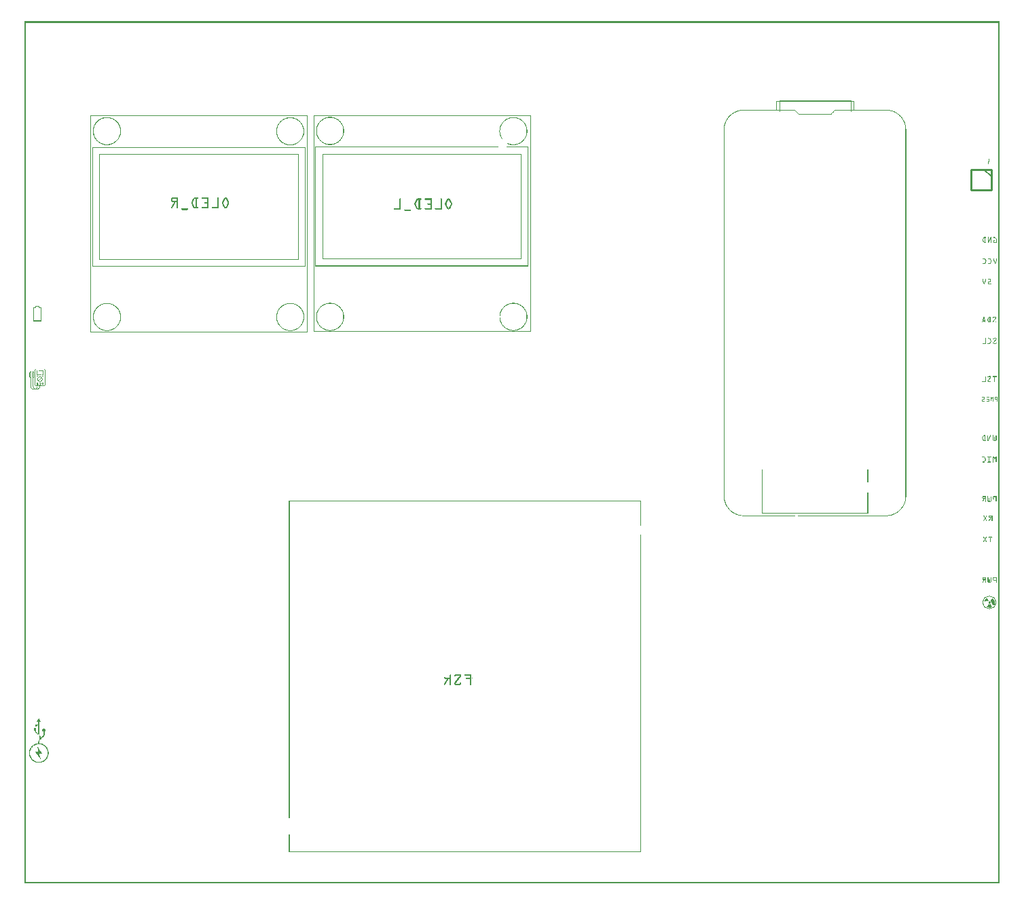
<source format=gbo>
G04 MADE WITH FRITZING*
G04 WWW.FRITZING.ORG*
G04 DOUBLE SIDED*
G04 HOLES PLATED*
G04 CONTOUR ON CENTER OF CONTOUR VECTOR*
%ASAXBY*%
%FSLAX23Y23*%
%MOIN*%
%OFA0B0*%
%SFA1.0B1.0*%
%ADD10C,0.066929X0.0595945*%
%ADD11R,0.977506X0.520683X0.969632X0.512809*%
%ADD12C,0.003937*%
%ADD13R,1.046467X0.590045X1.038593X0.582171*%
%ADD14C,0.010000*%
%ADD15C,0.005000*%
%ADD16R,0.001000X0.001000*%
%LNSILK0*%
G90*
G70*
G54D10*
X4738Y1380D03*
G54D12*
X1464Y3586D02*
X2437Y3586D01*
X2437Y3070D01*
X1464Y3070D01*
X1464Y3586D01*
D02*
X334Y3619D02*
X1377Y3619D01*
X1377Y3033D01*
X334Y3033D01*
X334Y3619D01*
D02*
X368Y3586D02*
X1342Y3586D01*
X1342Y3069D01*
X368Y3069D01*
X368Y3586D01*
D02*
X3621Y1821D02*
X4141Y1821D01*
D02*
X3621Y2033D02*
X3621Y1821D01*
D02*
X4057Y3849D02*
X3705Y3849D01*
D02*
X3705Y3849D02*
X3705Y3796D01*
D02*
X4057Y3796D02*
X4057Y3849D01*
D02*
X4070Y3845D02*
X3691Y3845D01*
D02*
X3691Y3845D02*
X3691Y3804D01*
D02*
X4070Y3845D02*
X4070Y3804D01*
D02*
X1419Y3776D02*
X1419Y2713D01*
D02*
X2482Y3776D02*
X1419Y3776D01*
D02*
X2482Y3776D02*
X2482Y2713D01*
D02*
X2482Y2713D02*
X1419Y2713D01*
D02*
X324Y3776D02*
X324Y2712D01*
D02*
X1387Y3776D02*
X324Y3776D01*
D02*
X1387Y3776D02*
X1387Y2712D01*
D02*
X1387Y2712D02*
X324Y2712D01*
G54D14*
D02*
X4746Y3508D02*
X4746Y3408D01*
D02*
X4746Y3408D02*
X4646Y3408D01*
D02*
X4646Y3408D02*
X4646Y3508D01*
D02*
X4646Y3508D02*
X4746Y3508D01*
G54D15*
D02*
X4746Y3473D02*
X4711Y3508D01*
G54D16*
X0Y4236D02*
X4786Y4236D01*
X0Y4235D02*
X4786Y4235D01*
X0Y4234D02*
X4786Y4234D01*
X0Y4233D02*
X4786Y4233D01*
X0Y4232D02*
X4786Y4232D01*
X0Y4231D02*
X4786Y4231D01*
X0Y4230D02*
X4786Y4230D01*
X0Y4229D02*
X4786Y4229D01*
X0Y4228D02*
X7Y4228D01*
X4779Y4228D02*
X4786Y4228D01*
X0Y4227D02*
X7Y4227D01*
X4779Y4227D02*
X4786Y4227D01*
X0Y4226D02*
X7Y4226D01*
X4779Y4226D02*
X4786Y4226D01*
X0Y4225D02*
X7Y4225D01*
X4779Y4225D02*
X4786Y4225D01*
X0Y4224D02*
X7Y4224D01*
X4779Y4224D02*
X4786Y4224D01*
X0Y4223D02*
X7Y4223D01*
X4779Y4223D02*
X4786Y4223D01*
X0Y4222D02*
X7Y4222D01*
X4779Y4222D02*
X4786Y4222D01*
X0Y4221D02*
X7Y4221D01*
X4779Y4221D02*
X4786Y4221D01*
X0Y4220D02*
X7Y4220D01*
X4779Y4220D02*
X4786Y4220D01*
X0Y4219D02*
X7Y4219D01*
X4779Y4219D02*
X4786Y4219D01*
X0Y4218D02*
X7Y4218D01*
X4779Y4218D02*
X4786Y4218D01*
X0Y4217D02*
X7Y4217D01*
X4779Y4217D02*
X4786Y4217D01*
X0Y4216D02*
X7Y4216D01*
X4779Y4216D02*
X4786Y4216D01*
X0Y4215D02*
X7Y4215D01*
X4779Y4215D02*
X4786Y4215D01*
X0Y4214D02*
X7Y4214D01*
X4779Y4214D02*
X4786Y4214D01*
X0Y4213D02*
X7Y4213D01*
X4779Y4213D02*
X4786Y4213D01*
X0Y4212D02*
X7Y4212D01*
X4779Y4212D02*
X4786Y4212D01*
X0Y4211D02*
X7Y4211D01*
X4779Y4211D02*
X4786Y4211D01*
X0Y4210D02*
X7Y4210D01*
X4779Y4210D02*
X4786Y4210D01*
X0Y4209D02*
X7Y4209D01*
X4779Y4209D02*
X4786Y4209D01*
X0Y4208D02*
X7Y4208D01*
X4779Y4208D02*
X4786Y4208D01*
X0Y4207D02*
X7Y4207D01*
X4779Y4207D02*
X4786Y4207D01*
X0Y4206D02*
X7Y4206D01*
X4779Y4206D02*
X4786Y4206D01*
X0Y4205D02*
X7Y4205D01*
X4779Y4205D02*
X4786Y4205D01*
X0Y4204D02*
X7Y4204D01*
X4779Y4204D02*
X4786Y4204D01*
X0Y4203D02*
X7Y4203D01*
X4779Y4203D02*
X4786Y4203D01*
X0Y4202D02*
X7Y4202D01*
X4779Y4202D02*
X4786Y4202D01*
X0Y4201D02*
X7Y4201D01*
X4779Y4201D02*
X4786Y4201D01*
X0Y4200D02*
X7Y4200D01*
X4779Y4200D02*
X4786Y4200D01*
X0Y4199D02*
X7Y4199D01*
X4779Y4199D02*
X4786Y4199D01*
X0Y4198D02*
X7Y4198D01*
X4779Y4198D02*
X4786Y4198D01*
X0Y4197D02*
X7Y4197D01*
X4779Y4197D02*
X4786Y4197D01*
X0Y4196D02*
X7Y4196D01*
X4779Y4196D02*
X4786Y4196D01*
X0Y4195D02*
X7Y4195D01*
X4779Y4195D02*
X4786Y4195D01*
X0Y4194D02*
X7Y4194D01*
X4779Y4194D02*
X4786Y4194D01*
X0Y4193D02*
X7Y4193D01*
X4779Y4193D02*
X4786Y4193D01*
X0Y4192D02*
X7Y4192D01*
X4779Y4192D02*
X4786Y4192D01*
X0Y4191D02*
X7Y4191D01*
X4779Y4191D02*
X4786Y4191D01*
X0Y4190D02*
X7Y4190D01*
X4779Y4190D02*
X4786Y4190D01*
X0Y4189D02*
X7Y4189D01*
X4779Y4189D02*
X4786Y4189D01*
X0Y4188D02*
X7Y4188D01*
X4779Y4188D02*
X4786Y4188D01*
X0Y4187D02*
X7Y4187D01*
X4779Y4187D02*
X4786Y4187D01*
X0Y4186D02*
X7Y4186D01*
X4779Y4186D02*
X4786Y4186D01*
X0Y4185D02*
X7Y4185D01*
X4779Y4185D02*
X4786Y4185D01*
X0Y4184D02*
X7Y4184D01*
X4779Y4184D02*
X4786Y4184D01*
X0Y4183D02*
X7Y4183D01*
X4779Y4183D02*
X4786Y4183D01*
X0Y4182D02*
X7Y4182D01*
X4779Y4182D02*
X4786Y4182D01*
X0Y4181D02*
X7Y4181D01*
X4779Y4181D02*
X4786Y4181D01*
X0Y4180D02*
X7Y4180D01*
X4779Y4180D02*
X4786Y4180D01*
X0Y4179D02*
X7Y4179D01*
X4779Y4179D02*
X4786Y4179D01*
X0Y4178D02*
X7Y4178D01*
X4779Y4178D02*
X4786Y4178D01*
X0Y4177D02*
X7Y4177D01*
X4779Y4177D02*
X4786Y4177D01*
X0Y4176D02*
X7Y4176D01*
X4779Y4176D02*
X4786Y4176D01*
X0Y4175D02*
X7Y4175D01*
X4779Y4175D02*
X4786Y4175D01*
X0Y4174D02*
X7Y4174D01*
X4779Y4174D02*
X4786Y4174D01*
X0Y4173D02*
X7Y4173D01*
X4779Y4173D02*
X4786Y4173D01*
X0Y4172D02*
X7Y4172D01*
X4779Y4172D02*
X4786Y4172D01*
X0Y4171D02*
X7Y4171D01*
X4779Y4171D02*
X4786Y4171D01*
X0Y4170D02*
X7Y4170D01*
X4779Y4170D02*
X4786Y4170D01*
X0Y4169D02*
X7Y4169D01*
X4779Y4169D02*
X4786Y4169D01*
X0Y4168D02*
X7Y4168D01*
X4779Y4168D02*
X4786Y4168D01*
X0Y4167D02*
X7Y4167D01*
X4779Y4167D02*
X4786Y4167D01*
X0Y4166D02*
X7Y4166D01*
X4779Y4166D02*
X4786Y4166D01*
X0Y4165D02*
X7Y4165D01*
X4779Y4165D02*
X4786Y4165D01*
X0Y4164D02*
X7Y4164D01*
X4779Y4164D02*
X4786Y4164D01*
X0Y4163D02*
X7Y4163D01*
X4779Y4163D02*
X4786Y4163D01*
X0Y4162D02*
X7Y4162D01*
X4779Y4162D02*
X4786Y4162D01*
X0Y4161D02*
X7Y4161D01*
X4779Y4161D02*
X4786Y4161D01*
X0Y4160D02*
X7Y4160D01*
X4779Y4160D02*
X4786Y4160D01*
X0Y4159D02*
X7Y4159D01*
X4779Y4159D02*
X4786Y4159D01*
X0Y4158D02*
X7Y4158D01*
X4779Y4158D02*
X4786Y4158D01*
X0Y4157D02*
X7Y4157D01*
X4779Y4157D02*
X4786Y4157D01*
X0Y4156D02*
X7Y4156D01*
X4779Y4156D02*
X4786Y4156D01*
X0Y4155D02*
X7Y4155D01*
X4779Y4155D02*
X4786Y4155D01*
X0Y4154D02*
X7Y4154D01*
X4779Y4154D02*
X4786Y4154D01*
X0Y4153D02*
X7Y4153D01*
X4779Y4153D02*
X4786Y4153D01*
X0Y4152D02*
X7Y4152D01*
X4779Y4152D02*
X4786Y4152D01*
X0Y4151D02*
X7Y4151D01*
X4779Y4151D02*
X4786Y4151D01*
X0Y4150D02*
X7Y4150D01*
X4779Y4150D02*
X4786Y4150D01*
X0Y4149D02*
X7Y4149D01*
X4779Y4149D02*
X4786Y4149D01*
X0Y4148D02*
X7Y4148D01*
X4779Y4148D02*
X4786Y4148D01*
X0Y4147D02*
X7Y4147D01*
X4779Y4147D02*
X4786Y4147D01*
X0Y4146D02*
X7Y4146D01*
X4779Y4146D02*
X4786Y4146D01*
X0Y4145D02*
X7Y4145D01*
X4779Y4145D02*
X4786Y4145D01*
X0Y4144D02*
X7Y4144D01*
X4779Y4144D02*
X4786Y4144D01*
X0Y4143D02*
X7Y4143D01*
X4779Y4143D02*
X4786Y4143D01*
X0Y4142D02*
X7Y4142D01*
X4779Y4142D02*
X4786Y4142D01*
X0Y4141D02*
X7Y4141D01*
X4779Y4141D02*
X4786Y4141D01*
X0Y4140D02*
X7Y4140D01*
X4779Y4140D02*
X4786Y4140D01*
X0Y4139D02*
X7Y4139D01*
X4779Y4139D02*
X4786Y4139D01*
X0Y4138D02*
X7Y4138D01*
X4779Y4138D02*
X4786Y4138D01*
X0Y4137D02*
X7Y4137D01*
X4779Y4137D02*
X4786Y4137D01*
X0Y4136D02*
X7Y4136D01*
X4779Y4136D02*
X4786Y4136D01*
X0Y4135D02*
X7Y4135D01*
X4779Y4135D02*
X4786Y4135D01*
X0Y4134D02*
X7Y4134D01*
X4779Y4134D02*
X4786Y4134D01*
X0Y4133D02*
X7Y4133D01*
X4779Y4133D02*
X4786Y4133D01*
X0Y4132D02*
X7Y4132D01*
X4779Y4132D02*
X4786Y4132D01*
X0Y4131D02*
X7Y4131D01*
X4779Y4131D02*
X4786Y4131D01*
X0Y4130D02*
X7Y4130D01*
X4779Y4130D02*
X4786Y4130D01*
X0Y4129D02*
X7Y4129D01*
X4779Y4129D02*
X4786Y4129D01*
X0Y4128D02*
X7Y4128D01*
X4779Y4128D02*
X4786Y4128D01*
X0Y4127D02*
X7Y4127D01*
X4779Y4127D02*
X4786Y4127D01*
X0Y4126D02*
X7Y4126D01*
X4779Y4126D02*
X4786Y4126D01*
X0Y4125D02*
X7Y4125D01*
X4779Y4125D02*
X4786Y4125D01*
X0Y4124D02*
X7Y4124D01*
X4779Y4124D02*
X4786Y4124D01*
X0Y4123D02*
X7Y4123D01*
X4779Y4123D02*
X4786Y4123D01*
X0Y4122D02*
X7Y4122D01*
X4779Y4122D02*
X4786Y4122D01*
X0Y4121D02*
X7Y4121D01*
X4779Y4121D02*
X4786Y4121D01*
X0Y4120D02*
X7Y4120D01*
X4779Y4120D02*
X4786Y4120D01*
X0Y4119D02*
X7Y4119D01*
X4779Y4119D02*
X4786Y4119D01*
X0Y4118D02*
X7Y4118D01*
X4779Y4118D02*
X4786Y4118D01*
X0Y4117D02*
X7Y4117D01*
X4779Y4117D02*
X4786Y4117D01*
X0Y4116D02*
X7Y4116D01*
X4779Y4116D02*
X4786Y4116D01*
X0Y4115D02*
X7Y4115D01*
X4779Y4115D02*
X4786Y4115D01*
X0Y4114D02*
X7Y4114D01*
X4779Y4114D02*
X4786Y4114D01*
X0Y4113D02*
X7Y4113D01*
X4779Y4113D02*
X4786Y4113D01*
X0Y4112D02*
X7Y4112D01*
X4779Y4112D02*
X4786Y4112D01*
X0Y4111D02*
X7Y4111D01*
X4779Y4111D02*
X4786Y4111D01*
X0Y4110D02*
X7Y4110D01*
X4779Y4110D02*
X4786Y4110D01*
X0Y4109D02*
X7Y4109D01*
X4779Y4109D02*
X4786Y4109D01*
X0Y4108D02*
X7Y4108D01*
X4779Y4108D02*
X4786Y4108D01*
X0Y4107D02*
X7Y4107D01*
X4779Y4107D02*
X4786Y4107D01*
X0Y4106D02*
X7Y4106D01*
X4779Y4106D02*
X4786Y4106D01*
X0Y4105D02*
X7Y4105D01*
X4779Y4105D02*
X4786Y4105D01*
X0Y4104D02*
X7Y4104D01*
X4779Y4104D02*
X4786Y4104D01*
X0Y4103D02*
X7Y4103D01*
X4779Y4103D02*
X4786Y4103D01*
X0Y4102D02*
X7Y4102D01*
X4779Y4102D02*
X4786Y4102D01*
X0Y4101D02*
X7Y4101D01*
X4779Y4101D02*
X4786Y4101D01*
X0Y4100D02*
X7Y4100D01*
X4779Y4100D02*
X4786Y4100D01*
X0Y4099D02*
X7Y4099D01*
X4779Y4099D02*
X4786Y4099D01*
X0Y4098D02*
X7Y4098D01*
X4779Y4098D02*
X4786Y4098D01*
X0Y4097D02*
X7Y4097D01*
X4779Y4097D02*
X4786Y4097D01*
X0Y4096D02*
X7Y4096D01*
X4779Y4096D02*
X4786Y4096D01*
X0Y4095D02*
X7Y4095D01*
X4779Y4095D02*
X4786Y4095D01*
X0Y4094D02*
X7Y4094D01*
X4779Y4094D02*
X4786Y4094D01*
X0Y4093D02*
X7Y4093D01*
X4779Y4093D02*
X4786Y4093D01*
X0Y4092D02*
X7Y4092D01*
X4779Y4092D02*
X4786Y4092D01*
X0Y4091D02*
X7Y4091D01*
X4779Y4091D02*
X4786Y4091D01*
X0Y4090D02*
X7Y4090D01*
X4779Y4090D02*
X4786Y4090D01*
X0Y4089D02*
X7Y4089D01*
X4779Y4089D02*
X4786Y4089D01*
X0Y4088D02*
X7Y4088D01*
X4779Y4088D02*
X4786Y4088D01*
X0Y4087D02*
X7Y4087D01*
X4779Y4087D02*
X4786Y4087D01*
X0Y4086D02*
X7Y4086D01*
X4779Y4086D02*
X4786Y4086D01*
X0Y4085D02*
X7Y4085D01*
X4779Y4085D02*
X4786Y4085D01*
X0Y4084D02*
X7Y4084D01*
X4779Y4084D02*
X4786Y4084D01*
X0Y4083D02*
X7Y4083D01*
X4779Y4083D02*
X4786Y4083D01*
X0Y4082D02*
X7Y4082D01*
X4779Y4082D02*
X4786Y4082D01*
X0Y4081D02*
X7Y4081D01*
X4779Y4081D02*
X4786Y4081D01*
X0Y4080D02*
X7Y4080D01*
X4779Y4080D02*
X4786Y4080D01*
X0Y4079D02*
X7Y4079D01*
X4779Y4079D02*
X4786Y4079D01*
X0Y4078D02*
X7Y4078D01*
X4779Y4078D02*
X4786Y4078D01*
X0Y4077D02*
X7Y4077D01*
X4779Y4077D02*
X4786Y4077D01*
X0Y4076D02*
X7Y4076D01*
X4779Y4076D02*
X4786Y4076D01*
X0Y4075D02*
X7Y4075D01*
X4779Y4075D02*
X4786Y4075D01*
X0Y4074D02*
X7Y4074D01*
X4779Y4074D02*
X4786Y4074D01*
X0Y4073D02*
X7Y4073D01*
X4779Y4073D02*
X4786Y4073D01*
X0Y4072D02*
X7Y4072D01*
X4779Y4072D02*
X4786Y4072D01*
X0Y4071D02*
X7Y4071D01*
X4779Y4071D02*
X4786Y4071D01*
X0Y4070D02*
X7Y4070D01*
X4779Y4070D02*
X4786Y4070D01*
X0Y4069D02*
X7Y4069D01*
X4779Y4069D02*
X4786Y4069D01*
X0Y4068D02*
X7Y4068D01*
X4779Y4068D02*
X4786Y4068D01*
X0Y4067D02*
X7Y4067D01*
X4779Y4067D02*
X4786Y4067D01*
X0Y4066D02*
X7Y4066D01*
X4779Y4066D02*
X4786Y4066D01*
X0Y4065D02*
X7Y4065D01*
X4779Y4065D02*
X4786Y4065D01*
X0Y4064D02*
X7Y4064D01*
X4779Y4064D02*
X4786Y4064D01*
X0Y4063D02*
X7Y4063D01*
X4779Y4063D02*
X4786Y4063D01*
X0Y4062D02*
X7Y4062D01*
X4779Y4062D02*
X4786Y4062D01*
X0Y4061D02*
X7Y4061D01*
X4779Y4061D02*
X4786Y4061D01*
X0Y4060D02*
X7Y4060D01*
X4779Y4060D02*
X4786Y4060D01*
X0Y4059D02*
X7Y4059D01*
X4779Y4059D02*
X4786Y4059D01*
X0Y4058D02*
X7Y4058D01*
X4779Y4058D02*
X4786Y4058D01*
X0Y4057D02*
X7Y4057D01*
X4779Y4057D02*
X4786Y4057D01*
X0Y4056D02*
X7Y4056D01*
X4779Y4056D02*
X4786Y4056D01*
X0Y4055D02*
X7Y4055D01*
X4779Y4055D02*
X4786Y4055D01*
X0Y4054D02*
X7Y4054D01*
X4779Y4054D02*
X4786Y4054D01*
X0Y4053D02*
X7Y4053D01*
X4779Y4053D02*
X4786Y4053D01*
X0Y4052D02*
X7Y4052D01*
X4779Y4052D02*
X4786Y4052D01*
X0Y4051D02*
X7Y4051D01*
X4779Y4051D02*
X4786Y4051D01*
X0Y4050D02*
X7Y4050D01*
X4779Y4050D02*
X4786Y4050D01*
X0Y4049D02*
X7Y4049D01*
X4779Y4049D02*
X4786Y4049D01*
X0Y4048D02*
X7Y4048D01*
X4779Y4048D02*
X4786Y4048D01*
X0Y4047D02*
X7Y4047D01*
X4779Y4047D02*
X4786Y4047D01*
X0Y4046D02*
X7Y4046D01*
X4779Y4046D02*
X4786Y4046D01*
X0Y4045D02*
X7Y4045D01*
X4779Y4045D02*
X4786Y4045D01*
X0Y4044D02*
X7Y4044D01*
X4779Y4044D02*
X4786Y4044D01*
X0Y4043D02*
X7Y4043D01*
X4779Y4043D02*
X4786Y4043D01*
X0Y4042D02*
X7Y4042D01*
X4779Y4042D02*
X4786Y4042D01*
X0Y4041D02*
X7Y4041D01*
X4779Y4041D02*
X4786Y4041D01*
X0Y4040D02*
X7Y4040D01*
X4779Y4040D02*
X4786Y4040D01*
X0Y4039D02*
X7Y4039D01*
X4779Y4039D02*
X4786Y4039D01*
X0Y4038D02*
X7Y4038D01*
X4779Y4038D02*
X4786Y4038D01*
X0Y4037D02*
X7Y4037D01*
X4779Y4037D02*
X4786Y4037D01*
X0Y4036D02*
X7Y4036D01*
X4779Y4036D02*
X4786Y4036D01*
X0Y4035D02*
X7Y4035D01*
X4779Y4035D02*
X4786Y4035D01*
X0Y4034D02*
X7Y4034D01*
X4779Y4034D02*
X4786Y4034D01*
X0Y4033D02*
X7Y4033D01*
X4779Y4033D02*
X4786Y4033D01*
X0Y4032D02*
X7Y4032D01*
X4779Y4032D02*
X4786Y4032D01*
X0Y4031D02*
X7Y4031D01*
X4779Y4031D02*
X4786Y4031D01*
X0Y4030D02*
X7Y4030D01*
X4779Y4030D02*
X4786Y4030D01*
X0Y4029D02*
X7Y4029D01*
X4779Y4029D02*
X4786Y4029D01*
X0Y4028D02*
X7Y4028D01*
X4779Y4028D02*
X4786Y4028D01*
X0Y4027D02*
X7Y4027D01*
X4779Y4027D02*
X4786Y4027D01*
X0Y4026D02*
X7Y4026D01*
X4779Y4026D02*
X4786Y4026D01*
X0Y4025D02*
X7Y4025D01*
X4779Y4025D02*
X4786Y4025D01*
X0Y4024D02*
X7Y4024D01*
X4779Y4024D02*
X4786Y4024D01*
X0Y4023D02*
X7Y4023D01*
X4779Y4023D02*
X4786Y4023D01*
X0Y4022D02*
X7Y4022D01*
X4779Y4022D02*
X4786Y4022D01*
X0Y4021D02*
X7Y4021D01*
X4779Y4021D02*
X4786Y4021D01*
X0Y4020D02*
X7Y4020D01*
X4779Y4020D02*
X4786Y4020D01*
X0Y4019D02*
X7Y4019D01*
X4779Y4019D02*
X4786Y4019D01*
X0Y4018D02*
X7Y4018D01*
X4779Y4018D02*
X4786Y4018D01*
X0Y4017D02*
X7Y4017D01*
X4779Y4017D02*
X4786Y4017D01*
X0Y4016D02*
X7Y4016D01*
X4779Y4016D02*
X4786Y4016D01*
X0Y4015D02*
X7Y4015D01*
X4779Y4015D02*
X4786Y4015D01*
X0Y4014D02*
X7Y4014D01*
X4779Y4014D02*
X4786Y4014D01*
X0Y4013D02*
X7Y4013D01*
X4779Y4013D02*
X4786Y4013D01*
X0Y4012D02*
X7Y4012D01*
X4779Y4012D02*
X4786Y4012D01*
X0Y4011D02*
X7Y4011D01*
X4779Y4011D02*
X4786Y4011D01*
X0Y4010D02*
X7Y4010D01*
X4779Y4010D02*
X4786Y4010D01*
X0Y4009D02*
X7Y4009D01*
X4779Y4009D02*
X4786Y4009D01*
X0Y4008D02*
X7Y4008D01*
X4779Y4008D02*
X4786Y4008D01*
X0Y4007D02*
X7Y4007D01*
X4779Y4007D02*
X4786Y4007D01*
X0Y4006D02*
X7Y4006D01*
X4779Y4006D02*
X4786Y4006D01*
X0Y4005D02*
X7Y4005D01*
X4779Y4005D02*
X4786Y4005D01*
X0Y4004D02*
X7Y4004D01*
X4779Y4004D02*
X4786Y4004D01*
X0Y4003D02*
X7Y4003D01*
X4779Y4003D02*
X4786Y4003D01*
X0Y4002D02*
X7Y4002D01*
X4779Y4002D02*
X4786Y4002D01*
X0Y4001D02*
X7Y4001D01*
X4779Y4001D02*
X4786Y4001D01*
X0Y4000D02*
X7Y4000D01*
X4779Y4000D02*
X4786Y4000D01*
X0Y3999D02*
X7Y3999D01*
X4779Y3999D02*
X4786Y3999D01*
X0Y3998D02*
X7Y3998D01*
X4779Y3998D02*
X4786Y3998D01*
X0Y3997D02*
X7Y3997D01*
X4779Y3997D02*
X4786Y3997D01*
X0Y3996D02*
X7Y3996D01*
X4779Y3996D02*
X4786Y3996D01*
X0Y3995D02*
X7Y3995D01*
X4779Y3995D02*
X4786Y3995D01*
X0Y3994D02*
X7Y3994D01*
X4779Y3994D02*
X4786Y3994D01*
X0Y3993D02*
X7Y3993D01*
X4779Y3993D02*
X4786Y3993D01*
X0Y3992D02*
X7Y3992D01*
X4779Y3992D02*
X4786Y3992D01*
X0Y3991D02*
X7Y3991D01*
X4779Y3991D02*
X4786Y3991D01*
X0Y3990D02*
X7Y3990D01*
X4779Y3990D02*
X4786Y3990D01*
X0Y3989D02*
X7Y3989D01*
X4779Y3989D02*
X4786Y3989D01*
X0Y3988D02*
X7Y3988D01*
X4779Y3988D02*
X4786Y3988D01*
X0Y3987D02*
X7Y3987D01*
X4779Y3987D02*
X4786Y3987D01*
X0Y3986D02*
X7Y3986D01*
X4779Y3986D02*
X4786Y3986D01*
X0Y3985D02*
X7Y3985D01*
X4779Y3985D02*
X4786Y3985D01*
X0Y3984D02*
X7Y3984D01*
X4779Y3984D02*
X4786Y3984D01*
X0Y3983D02*
X7Y3983D01*
X4779Y3983D02*
X4786Y3983D01*
X0Y3982D02*
X7Y3982D01*
X4779Y3982D02*
X4786Y3982D01*
X0Y3981D02*
X7Y3981D01*
X4779Y3981D02*
X4786Y3981D01*
X0Y3980D02*
X7Y3980D01*
X4779Y3980D02*
X4786Y3980D01*
X0Y3979D02*
X7Y3979D01*
X4779Y3979D02*
X4786Y3979D01*
X0Y3978D02*
X7Y3978D01*
X4779Y3978D02*
X4786Y3978D01*
X0Y3977D02*
X7Y3977D01*
X4779Y3977D02*
X4786Y3977D01*
X0Y3976D02*
X7Y3976D01*
X4779Y3976D02*
X4786Y3976D01*
X0Y3975D02*
X7Y3975D01*
X4779Y3975D02*
X4786Y3975D01*
X0Y3974D02*
X7Y3974D01*
X4779Y3974D02*
X4786Y3974D01*
X0Y3973D02*
X7Y3973D01*
X4779Y3973D02*
X4786Y3973D01*
X0Y3972D02*
X7Y3972D01*
X4779Y3972D02*
X4786Y3972D01*
X0Y3971D02*
X7Y3971D01*
X4779Y3971D02*
X4786Y3971D01*
X0Y3970D02*
X7Y3970D01*
X4779Y3970D02*
X4786Y3970D01*
X0Y3969D02*
X7Y3969D01*
X4779Y3969D02*
X4786Y3969D01*
X0Y3968D02*
X7Y3968D01*
X4779Y3968D02*
X4786Y3968D01*
X0Y3967D02*
X7Y3967D01*
X4779Y3967D02*
X4786Y3967D01*
X0Y3966D02*
X7Y3966D01*
X4779Y3966D02*
X4786Y3966D01*
X0Y3965D02*
X7Y3965D01*
X4779Y3965D02*
X4786Y3965D01*
X0Y3964D02*
X7Y3964D01*
X4779Y3964D02*
X4786Y3964D01*
X0Y3963D02*
X7Y3963D01*
X4779Y3963D02*
X4786Y3963D01*
X0Y3962D02*
X7Y3962D01*
X4779Y3962D02*
X4786Y3962D01*
X0Y3961D02*
X7Y3961D01*
X4779Y3961D02*
X4786Y3961D01*
X0Y3960D02*
X7Y3960D01*
X4779Y3960D02*
X4786Y3960D01*
X0Y3959D02*
X7Y3959D01*
X4779Y3959D02*
X4786Y3959D01*
X0Y3958D02*
X7Y3958D01*
X4779Y3958D02*
X4786Y3958D01*
X0Y3957D02*
X7Y3957D01*
X4779Y3957D02*
X4786Y3957D01*
X0Y3956D02*
X7Y3956D01*
X4779Y3956D02*
X4786Y3956D01*
X0Y3955D02*
X7Y3955D01*
X4779Y3955D02*
X4786Y3955D01*
X0Y3954D02*
X7Y3954D01*
X4779Y3954D02*
X4786Y3954D01*
X0Y3953D02*
X7Y3953D01*
X4779Y3953D02*
X4786Y3953D01*
X0Y3952D02*
X7Y3952D01*
X4779Y3952D02*
X4786Y3952D01*
X0Y3951D02*
X7Y3951D01*
X4779Y3951D02*
X4786Y3951D01*
X0Y3950D02*
X7Y3950D01*
X4779Y3950D02*
X4786Y3950D01*
X0Y3949D02*
X7Y3949D01*
X4779Y3949D02*
X4786Y3949D01*
X0Y3948D02*
X7Y3948D01*
X4779Y3948D02*
X4786Y3948D01*
X0Y3947D02*
X7Y3947D01*
X4779Y3947D02*
X4786Y3947D01*
X0Y3946D02*
X7Y3946D01*
X4779Y3946D02*
X4786Y3946D01*
X0Y3945D02*
X7Y3945D01*
X4779Y3945D02*
X4786Y3945D01*
X0Y3944D02*
X7Y3944D01*
X4779Y3944D02*
X4786Y3944D01*
X0Y3943D02*
X7Y3943D01*
X4779Y3943D02*
X4786Y3943D01*
X0Y3942D02*
X7Y3942D01*
X4779Y3942D02*
X4786Y3942D01*
X0Y3941D02*
X7Y3941D01*
X4779Y3941D02*
X4786Y3941D01*
X0Y3940D02*
X7Y3940D01*
X4779Y3940D02*
X4786Y3940D01*
X0Y3939D02*
X7Y3939D01*
X4779Y3939D02*
X4786Y3939D01*
X0Y3938D02*
X7Y3938D01*
X4779Y3938D02*
X4786Y3938D01*
X0Y3937D02*
X7Y3937D01*
X4779Y3937D02*
X4786Y3937D01*
X0Y3936D02*
X7Y3936D01*
X4779Y3936D02*
X4786Y3936D01*
X0Y3935D02*
X7Y3935D01*
X4779Y3935D02*
X4786Y3935D01*
X0Y3934D02*
X7Y3934D01*
X4779Y3934D02*
X4786Y3934D01*
X0Y3933D02*
X7Y3933D01*
X4779Y3933D02*
X4786Y3933D01*
X0Y3932D02*
X7Y3932D01*
X4779Y3932D02*
X4786Y3932D01*
X0Y3931D02*
X7Y3931D01*
X4779Y3931D02*
X4786Y3931D01*
X0Y3930D02*
X7Y3930D01*
X4779Y3930D02*
X4786Y3930D01*
X0Y3929D02*
X7Y3929D01*
X4779Y3929D02*
X4786Y3929D01*
X0Y3928D02*
X7Y3928D01*
X4779Y3928D02*
X4786Y3928D01*
X0Y3927D02*
X7Y3927D01*
X4779Y3927D02*
X4786Y3927D01*
X0Y3926D02*
X7Y3926D01*
X4779Y3926D02*
X4786Y3926D01*
X0Y3925D02*
X7Y3925D01*
X4779Y3925D02*
X4786Y3925D01*
X0Y3924D02*
X7Y3924D01*
X4779Y3924D02*
X4786Y3924D01*
X0Y3923D02*
X7Y3923D01*
X4779Y3923D02*
X4786Y3923D01*
X0Y3922D02*
X7Y3922D01*
X4779Y3922D02*
X4786Y3922D01*
X0Y3921D02*
X7Y3921D01*
X4779Y3921D02*
X4786Y3921D01*
X0Y3920D02*
X7Y3920D01*
X4779Y3920D02*
X4786Y3920D01*
X0Y3919D02*
X7Y3919D01*
X4779Y3919D02*
X4786Y3919D01*
X0Y3918D02*
X7Y3918D01*
X4779Y3918D02*
X4786Y3918D01*
X0Y3917D02*
X7Y3917D01*
X4779Y3917D02*
X4786Y3917D01*
X0Y3916D02*
X7Y3916D01*
X4779Y3916D02*
X4786Y3916D01*
X0Y3915D02*
X7Y3915D01*
X4779Y3915D02*
X4786Y3915D01*
X0Y3914D02*
X7Y3914D01*
X4779Y3914D02*
X4786Y3914D01*
X0Y3913D02*
X7Y3913D01*
X4779Y3913D02*
X4786Y3913D01*
X0Y3912D02*
X7Y3912D01*
X4779Y3912D02*
X4786Y3912D01*
X0Y3911D02*
X7Y3911D01*
X4779Y3911D02*
X4786Y3911D01*
X0Y3910D02*
X7Y3910D01*
X4779Y3910D02*
X4786Y3910D01*
X0Y3909D02*
X7Y3909D01*
X4779Y3909D02*
X4786Y3909D01*
X0Y3908D02*
X7Y3908D01*
X4779Y3908D02*
X4786Y3908D01*
X0Y3907D02*
X7Y3907D01*
X4779Y3907D02*
X4786Y3907D01*
X0Y3906D02*
X7Y3906D01*
X4779Y3906D02*
X4786Y3906D01*
X0Y3905D02*
X7Y3905D01*
X4779Y3905D02*
X4786Y3905D01*
X0Y3904D02*
X7Y3904D01*
X4779Y3904D02*
X4786Y3904D01*
X0Y3903D02*
X7Y3903D01*
X4779Y3903D02*
X4786Y3903D01*
X0Y3902D02*
X7Y3902D01*
X4779Y3902D02*
X4786Y3902D01*
X0Y3901D02*
X7Y3901D01*
X4779Y3901D02*
X4786Y3901D01*
X0Y3900D02*
X7Y3900D01*
X4779Y3900D02*
X4786Y3900D01*
X0Y3899D02*
X7Y3899D01*
X4779Y3899D02*
X4786Y3899D01*
X0Y3898D02*
X7Y3898D01*
X4779Y3898D02*
X4786Y3898D01*
X0Y3897D02*
X7Y3897D01*
X4779Y3897D02*
X4786Y3897D01*
X0Y3896D02*
X7Y3896D01*
X4779Y3896D02*
X4786Y3896D01*
X0Y3895D02*
X7Y3895D01*
X4779Y3895D02*
X4786Y3895D01*
X0Y3894D02*
X7Y3894D01*
X4779Y3894D02*
X4786Y3894D01*
X0Y3893D02*
X7Y3893D01*
X4779Y3893D02*
X4786Y3893D01*
X0Y3892D02*
X7Y3892D01*
X4779Y3892D02*
X4786Y3892D01*
X0Y3891D02*
X7Y3891D01*
X4779Y3891D02*
X4786Y3891D01*
X0Y3890D02*
X7Y3890D01*
X4779Y3890D02*
X4786Y3890D01*
X0Y3889D02*
X7Y3889D01*
X4779Y3889D02*
X4786Y3889D01*
X0Y3888D02*
X7Y3888D01*
X4779Y3888D02*
X4786Y3888D01*
X0Y3887D02*
X7Y3887D01*
X4779Y3887D02*
X4786Y3887D01*
X0Y3886D02*
X7Y3886D01*
X4779Y3886D02*
X4786Y3886D01*
X0Y3885D02*
X7Y3885D01*
X4779Y3885D02*
X4786Y3885D01*
X0Y3884D02*
X7Y3884D01*
X4779Y3884D02*
X4786Y3884D01*
X0Y3883D02*
X7Y3883D01*
X4779Y3883D02*
X4786Y3883D01*
X0Y3882D02*
X7Y3882D01*
X4779Y3882D02*
X4786Y3882D01*
X0Y3881D02*
X7Y3881D01*
X4779Y3881D02*
X4786Y3881D01*
X0Y3880D02*
X7Y3880D01*
X4779Y3880D02*
X4786Y3880D01*
X0Y3879D02*
X7Y3879D01*
X4779Y3879D02*
X4786Y3879D01*
X0Y3878D02*
X7Y3878D01*
X4779Y3878D02*
X4786Y3878D01*
X0Y3877D02*
X7Y3877D01*
X4779Y3877D02*
X4786Y3877D01*
X0Y3876D02*
X7Y3876D01*
X4779Y3876D02*
X4786Y3876D01*
X0Y3875D02*
X7Y3875D01*
X4779Y3875D02*
X4786Y3875D01*
X0Y3874D02*
X7Y3874D01*
X4779Y3874D02*
X4786Y3874D01*
X0Y3873D02*
X7Y3873D01*
X4779Y3873D02*
X4786Y3873D01*
X0Y3872D02*
X7Y3872D01*
X4779Y3872D02*
X4786Y3872D01*
X0Y3871D02*
X7Y3871D01*
X4779Y3871D02*
X4786Y3871D01*
X0Y3870D02*
X7Y3870D01*
X4779Y3870D02*
X4786Y3870D01*
X0Y3869D02*
X7Y3869D01*
X4779Y3869D02*
X4786Y3869D01*
X0Y3868D02*
X7Y3868D01*
X4779Y3868D02*
X4786Y3868D01*
X0Y3867D02*
X7Y3867D01*
X4779Y3867D02*
X4786Y3867D01*
X0Y3866D02*
X7Y3866D01*
X4779Y3866D02*
X4786Y3866D01*
X0Y3865D02*
X7Y3865D01*
X4779Y3865D02*
X4786Y3865D01*
X0Y3864D02*
X7Y3864D01*
X4779Y3864D02*
X4786Y3864D01*
X0Y3863D02*
X7Y3863D01*
X4779Y3863D02*
X4786Y3863D01*
X0Y3862D02*
X7Y3862D01*
X4779Y3862D02*
X4786Y3862D01*
X0Y3861D02*
X7Y3861D01*
X4779Y3861D02*
X4786Y3861D01*
X0Y3860D02*
X7Y3860D01*
X4779Y3860D02*
X4786Y3860D01*
X0Y3859D02*
X7Y3859D01*
X4779Y3859D02*
X4786Y3859D01*
X0Y3858D02*
X7Y3858D01*
X4779Y3858D02*
X4786Y3858D01*
X0Y3857D02*
X7Y3857D01*
X4779Y3857D02*
X4786Y3857D01*
X0Y3856D02*
X7Y3856D01*
X4779Y3856D02*
X4786Y3856D01*
X0Y3855D02*
X7Y3855D01*
X4779Y3855D02*
X4786Y3855D01*
X0Y3854D02*
X7Y3854D01*
X4779Y3854D02*
X4786Y3854D01*
X0Y3853D02*
X7Y3853D01*
X4779Y3853D02*
X4786Y3853D01*
X0Y3852D02*
X7Y3852D01*
X4779Y3852D02*
X4786Y3852D01*
X0Y3851D02*
X7Y3851D01*
X4779Y3851D02*
X4786Y3851D01*
X0Y3850D02*
X7Y3850D01*
X4779Y3850D02*
X4786Y3850D01*
X0Y3849D02*
X7Y3849D01*
X4779Y3849D02*
X4786Y3849D01*
X0Y3848D02*
X7Y3848D01*
X4779Y3848D02*
X4786Y3848D01*
X0Y3847D02*
X7Y3847D01*
X4779Y3847D02*
X4786Y3847D01*
X0Y3846D02*
X7Y3846D01*
X4779Y3846D02*
X4786Y3846D01*
X0Y3845D02*
X7Y3845D01*
X4779Y3845D02*
X4786Y3845D01*
X0Y3844D02*
X7Y3844D01*
X4779Y3844D02*
X4786Y3844D01*
X0Y3843D02*
X7Y3843D01*
X4779Y3843D02*
X4786Y3843D01*
X0Y3842D02*
X7Y3842D01*
X4779Y3842D02*
X4786Y3842D01*
X0Y3841D02*
X7Y3841D01*
X4779Y3841D02*
X4786Y3841D01*
X0Y3840D02*
X7Y3840D01*
X4779Y3840D02*
X4786Y3840D01*
X0Y3839D02*
X7Y3839D01*
X4779Y3839D02*
X4786Y3839D01*
X0Y3838D02*
X7Y3838D01*
X4779Y3838D02*
X4786Y3838D01*
X0Y3837D02*
X7Y3837D01*
X4779Y3837D02*
X4786Y3837D01*
X0Y3836D02*
X7Y3836D01*
X4779Y3836D02*
X4786Y3836D01*
X0Y3835D02*
X7Y3835D01*
X4779Y3835D02*
X4786Y3835D01*
X0Y3834D02*
X7Y3834D01*
X4779Y3834D02*
X4786Y3834D01*
X0Y3833D02*
X7Y3833D01*
X4779Y3833D02*
X4786Y3833D01*
X0Y3832D02*
X7Y3832D01*
X4779Y3832D02*
X4786Y3832D01*
X0Y3831D02*
X7Y3831D01*
X4779Y3831D02*
X4786Y3831D01*
X0Y3830D02*
X7Y3830D01*
X4779Y3830D02*
X4786Y3830D01*
X0Y3829D02*
X7Y3829D01*
X4779Y3829D02*
X4786Y3829D01*
X0Y3828D02*
X7Y3828D01*
X4779Y3828D02*
X4786Y3828D01*
X0Y3827D02*
X7Y3827D01*
X4779Y3827D02*
X4786Y3827D01*
X0Y3826D02*
X7Y3826D01*
X4779Y3826D02*
X4786Y3826D01*
X0Y3825D02*
X7Y3825D01*
X4779Y3825D02*
X4786Y3825D01*
X0Y3824D02*
X7Y3824D01*
X4779Y3824D02*
X4786Y3824D01*
X0Y3823D02*
X7Y3823D01*
X4779Y3823D02*
X4786Y3823D01*
X0Y3822D02*
X7Y3822D01*
X4779Y3822D02*
X4786Y3822D01*
X0Y3821D02*
X7Y3821D01*
X4779Y3821D02*
X4786Y3821D01*
X0Y3820D02*
X7Y3820D01*
X4779Y3820D02*
X4786Y3820D01*
X0Y3819D02*
X7Y3819D01*
X4779Y3819D02*
X4786Y3819D01*
X0Y3818D02*
X7Y3818D01*
X4779Y3818D02*
X4786Y3818D01*
X0Y3817D02*
X7Y3817D01*
X4779Y3817D02*
X4786Y3817D01*
X0Y3816D02*
X7Y3816D01*
X4779Y3816D02*
X4786Y3816D01*
X0Y3815D02*
X7Y3815D01*
X4779Y3815D02*
X4786Y3815D01*
X0Y3814D02*
X7Y3814D01*
X4779Y3814D02*
X4786Y3814D01*
X0Y3813D02*
X7Y3813D01*
X4779Y3813D02*
X4786Y3813D01*
X0Y3812D02*
X7Y3812D01*
X4779Y3812D02*
X4786Y3812D01*
X0Y3811D02*
X7Y3811D01*
X4779Y3811D02*
X4786Y3811D01*
X0Y3810D02*
X7Y3810D01*
X4779Y3810D02*
X4786Y3810D01*
X0Y3809D02*
X7Y3809D01*
X4779Y3809D02*
X4786Y3809D01*
X0Y3808D02*
X7Y3808D01*
X4779Y3808D02*
X4786Y3808D01*
X0Y3807D02*
X7Y3807D01*
X4779Y3807D02*
X4786Y3807D01*
X0Y3806D02*
X7Y3806D01*
X4779Y3806D02*
X4786Y3806D01*
X0Y3805D02*
X7Y3805D01*
X4779Y3805D02*
X4786Y3805D01*
X0Y3804D02*
X7Y3804D01*
X4779Y3804D02*
X4786Y3804D01*
X0Y3803D02*
X7Y3803D01*
X4779Y3803D02*
X4786Y3803D01*
X0Y3802D02*
X7Y3802D01*
X3526Y3802D02*
X3781Y3802D01*
X3979Y3802D02*
X4235Y3802D01*
X4779Y3802D02*
X4786Y3802D01*
X0Y3801D02*
X7Y3801D01*
X3516Y3801D02*
X3782Y3801D01*
X3978Y3801D02*
X4244Y3801D01*
X4779Y3801D02*
X4786Y3801D01*
X0Y3800D02*
X7Y3800D01*
X3510Y3800D02*
X3783Y3800D01*
X3977Y3800D02*
X4250Y3800D01*
X4779Y3800D02*
X4786Y3800D01*
X0Y3799D02*
X7Y3799D01*
X3506Y3799D02*
X3784Y3799D01*
X3976Y3799D02*
X4254Y3799D01*
X4779Y3799D02*
X4786Y3799D01*
X0Y3798D02*
X7Y3798D01*
X3503Y3798D02*
X3523Y3798D01*
X3780Y3798D02*
X3785Y3798D01*
X3975Y3798D02*
X3980Y3798D01*
X4237Y3798D02*
X4258Y3798D01*
X4779Y3798D02*
X4786Y3798D01*
X0Y3797D02*
X7Y3797D01*
X3499Y3797D02*
X3514Y3797D01*
X3782Y3797D02*
X3786Y3797D01*
X3974Y3797D02*
X3978Y3797D01*
X4246Y3797D02*
X4261Y3797D01*
X4779Y3797D02*
X4786Y3797D01*
X0Y3796D02*
X7Y3796D01*
X3497Y3796D02*
X3509Y3796D01*
X3783Y3796D02*
X3787Y3796D01*
X3973Y3796D02*
X3977Y3796D01*
X4251Y3796D02*
X4264Y3796D01*
X4779Y3796D02*
X4786Y3796D01*
X0Y3795D02*
X7Y3795D01*
X3494Y3795D02*
X3505Y3795D01*
X3784Y3795D02*
X3788Y3795D01*
X3972Y3795D02*
X3976Y3795D01*
X4255Y3795D02*
X4266Y3795D01*
X4779Y3795D02*
X4786Y3795D01*
X0Y3794D02*
X7Y3794D01*
X3492Y3794D02*
X3502Y3794D01*
X3785Y3794D02*
X3789Y3794D01*
X3971Y3794D02*
X3975Y3794D01*
X4259Y3794D02*
X4269Y3794D01*
X4779Y3794D02*
X4786Y3794D01*
X0Y3793D02*
X7Y3793D01*
X3489Y3793D02*
X3498Y3793D01*
X3786Y3793D02*
X3790Y3793D01*
X3970Y3793D02*
X3974Y3793D01*
X4262Y3793D02*
X4271Y3793D01*
X4779Y3793D02*
X4786Y3793D01*
X0Y3792D02*
X7Y3792D01*
X3487Y3792D02*
X3496Y3792D01*
X3787Y3792D02*
X3791Y3792D01*
X3969Y3792D02*
X3973Y3792D01*
X4265Y3792D02*
X4273Y3792D01*
X4779Y3792D02*
X4786Y3792D01*
X0Y3791D02*
X7Y3791D01*
X3485Y3791D02*
X3493Y3791D01*
X3788Y3791D02*
X3792Y3791D01*
X3968Y3791D02*
X3972Y3791D01*
X4267Y3791D02*
X4275Y3791D01*
X4779Y3791D02*
X4786Y3791D01*
X0Y3790D02*
X7Y3790D01*
X3484Y3790D02*
X3491Y3790D01*
X3789Y3790D02*
X3793Y3790D01*
X3967Y3790D02*
X3971Y3790D01*
X4269Y3790D02*
X4277Y3790D01*
X4779Y3790D02*
X4786Y3790D01*
X0Y3789D02*
X7Y3789D01*
X3482Y3789D02*
X3489Y3789D01*
X3790Y3789D02*
X3794Y3789D01*
X3966Y3789D02*
X3970Y3789D01*
X4271Y3789D02*
X4278Y3789D01*
X4779Y3789D02*
X4786Y3789D01*
X0Y3788D02*
X7Y3788D01*
X3480Y3788D02*
X3487Y3788D01*
X3791Y3788D02*
X3795Y3788D01*
X3965Y3788D02*
X3969Y3788D01*
X4273Y3788D02*
X4280Y3788D01*
X4779Y3788D02*
X4786Y3788D01*
X0Y3787D02*
X7Y3787D01*
X3479Y3787D02*
X3485Y3787D01*
X3792Y3787D02*
X3796Y3787D01*
X3964Y3787D02*
X3968Y3787D01*
X4275Y3787D02*
X4282Y3787D01*
X4779Y3787D02*
X4786Y3787D01*
X0Y3786D02*
X7Y3786D01*
X3477Y3786D02*
X3483Y3786D01*
X3793Y3786D02*
X3797Y3786D01*
X3963Y3786D02*
X3967Y3786D01*
X4277Y3786D02*
X4283Y3786D01*
X4779Y3786D02*
X4786Y3786D01*
X0Y3785D02*
X7Y3785D01*
X3476Y3785D02*
X3481Y3785D01*
X3794Y3785D02*
X3798Y3785D01*
X3962Y3785D02*
X3966Y3785D01*
X4279Y3785D02*
X4285Y3785D01*
X4779Y3785D02*
X4786Y3785D01*
X0Y3784D02*
X7Y3784D01*
X3474Y3784D02*
X3480Y3784D01*
X3795Y3784D02*
X3799Y3784D01*
X3961Y3784D02*
X3965Y3784D01*
X4280Y3784D02*
X4286Y3784D01*
X4779Y3784D02*
X4786Y3784D01*
X0Y3783D02*
X7Y3783D01*
X3473Y3783D02*
X3478Y3783D01*
X3796Y3783D02*
X3800Y3783D01*
X3960Y3783D02*
X3964Y3783D01*
X4282Y3783D02*
X4287Y3783D01*
X4779Y3783D02*
X4786Y3783D01*
X0Y3782D02*
X7Y3782D01*
X3472Y3782D02*
X3477Y3782D01*
X3797Y3782D02*
X3963Y3782D01*
X4284Y3782D02*
X4289Y3782D01*
X4779Y3782D02*
X4786Y3782D01*
X0Y3781D02*
X7Y3781D01*
X3470Y3781D02*
X3475Y3781D01*
X3798Y3781D02*
X3963Y3781D01*
X4285Y3781D02*
X4290Y3781D01*
X4779Y3781D02*
X4786Y3781D01*
X0Y3780D02*
X7Y3780D01*
X3469Y3780D02*
X3474Y3780D01*
X3799Y3780D02*
X3962Y3780D01*
X4286Y3780D02*
X4291Y3780D01*
X4779Y3780D02*
X4786Y3780D01*
X0Y3779D02*
X7Y3779D01*
X3468Y3779D02*
X3473Y3779D01*
X3800Y3779D02*
X3961Y3779D01*
X4288Y3779D02*
X4293Y3779D01*
X4779Y3779D02*
X4786Y3779D01*
X0Y3778D02*
X7Y3778D01*
X3467Y3778D02*
X3471Y3778D01*
X4289Y3778D02*
X4294Y3778D01*
X4779Y3778D02*
X4786Y3778D01*
X0Y3777D02*
X7Y3777D01*
X3465Y3777D02*
X3470Y3777D01*
X4290Y3777D02*
X4295Y3777D01*
X4779Y3777D02*
X4786Y3777D01*
X0Y3776D02*
X7Y3776D01*
X3464Y3776D02*
X3469Y3776D01*
X4292Y3776D02*
X4296Y3776D01*
X4779Y3776D02*
X4786Y3776D01*
X0Y3775D02*
X7Y3775D01*
X3463Y3775D02*
X3468Y3775D01*
X4293Y3775D02*
X4297Y3775D01*
X4779Y3775D02*
X4786Y3775D01*
X0Y3774D02*
X7Y3774D01*
X3462Y3774D02*
X3467Y3774D01*
X4294Y3774D02*
X4298Y3774D01*
X4779Y3774D02*
X4786Y3774D01*
X0Y3773D02*
X7Y3773D01*
X3461Y3773D02*
X3465Y3773D01*
X4295Y3773D02*
X4299Y3773D01*
X4779Y3773D02*
X4786Y3773D01*
X0Y3772D02*
X7Y3772D01*
X3460Y3772D02*
X3464Y3772D01*
X4296Y3772D02*
X4300Y3772D01*
X4779Y3772D02*
X4786Y3772D01*
X0Y3771D02*
X7Y3771D01*
X3459Y3771D02*
X3463Y3771D01*
X4297Y3771D02*
X4301Y3771D01*
X4779Y3771D02*
X4786Y3771D01*
X0Y3770D02*
X7Y3770D01*
X3458Y3770D02*
X3462Y3770D01*
X4298Y3770D02*
X4302Y3770D01*
X4779Y3770D02*
X4786Y3770D01*
X0Y3769D02*
X7Y3769D01*
X3458Y3769D02*
X3461Y3769D01*
X4299Y3769D02*
X4303Y3769D01*
X4779Y3769D02*
X4786Y3769D01*
X0Y3768D02*
X7Y3768D01*
X3457Y3768D02*
X3460Y3768D01*
X4300Y3768D02*
X4304Y3768D01*
X4779Y3768D02*
X4786Y3768D01*
X0Y3767D02*
X7Y3767D01*
X3456Y3767D02*
X3460Y3767D01*
X4301Y3767D02*
X4305Y3767D01*
X4779Y3767D02*
X4786Y3767D01*
X0Y3766D02*
X7Y3766D01*
X1491Y3766D02*
X1509Y3766D01*
X3455Y3766D02*
X3459Y3766D01*
X4302Y3766D02*
X4305Y3766D01*
X4779Y3766D02*
X4786Y3766D01*
X0Y3765D02*
X7Y3765D01*
X394Y3765D02*
X415Y3765D01*
X1301Y3765D02*
X1307Y3765D01*
X1485Y3765D02*
X1515Y3765D01*
X2389Y3765D02*
X2410Y3765D01*
X3454Y3765D02*
X3458Y3765D01*
X4303Y3765D02*
X4306Y3765D01*
X4779Y3765D02*
X4786Y3765D01*
X0Y3764D02*
X7Y3764D01*
X389Y3764D02*
X420Y3764D01*
X1292Y3764D02*
X1316Y3764D01*
X1481Y3764D02*
X1519Y3764D01*
X2384Y3764D02*
X2415Y3764D01*
X3453Y3764D02*
X3457Y3764D01*
X4303Y3764D02*
X4307Y3764D01*
X4779Y3764D02*
X4786Y3764D01*
X0Y3763D02*
X7Y3763D01*
X385Y3763D02*
X424Y3763D01*
X1288Y3763D02*
X1321Y3763D01*
X1478Y3763D02*
X1522Y3763D01*
X2380Y3763D02*
X2419Y3763D01*
X3453Y3763D02*
X3456Y3763D01*
X4304Y3763D02*
X4308Y3763D01*
X4779Y3763D02*
X4786Y3763D01*
X0Y3762D02*
X7Y3762D01*
X382Y3762D02*
X403Y3762D01*
X407Y3762D02*
X427Y3762D01*
X1284Y3762D02*
X1324Y3762D01*
X1476Y3762D02*
X1489Y3762D01*
X1511Y3762D02*
X1524Y3762D01*
X2377Y3762D02*
X2398Y3762D01*
X2401Y3762D02*
X2422Y3762D01*
X3452Y3762D02*
X3455Y3762D01*
X4305Y3762D02*
X4308Y3762D01*
X4779Y3762D02*
X4786Y3762D01*
X0Y3761D02*
X7Y3761D01*
X380Y3761D02*
X392Y3761D01*
X417Y3761D02*
X430Y3761D01*
X1281Y3761D02*
X1299Y3761D01*
X1310Y3761D02*
X1327Y3761D01*
X1473Y3761D02*
X1484Y3761D01*
X1516Y3761D02*
X1527Y3761D01*
X2375Y3761D02*
X2388Y3761D01*
X2412Y3761D02*
X2425Y3761D01*
X3451Y3761D02*
X3455Y3761D01*
X4306Y3761D02*
X4309Y3761D01*
X4779Y3761D02*
X4786Y3761D01*
X0Y3760D02*
X7Y3760D01*
X377Y3760D02*
X388Y3760D01*
X421Y3760D02*
X432Y3760D01*
X1279Y3760D02*
X1291Y3760D01*
X1318Y3760D02*
X1330Y3760D01*
X1471Y3760D02*
X1480Y3760D01*
X1520Y3760D02*
X1529Y3760D01*
X2372Y3760D02*
X2383Y3760D01*
X2416Y3760D02*
X2427Y3760D01*
X3450Y3760D02*
X3454Y3760D01*
X4306Y3760D02*
X4310Y3760D01*
X4779Y3760D02*
X4786Y3760D01*
X0Y3759D02*
X7Y3759D01*
X375Y3759D02*
X384Y3759D01*
X425Y3759D02*
X434Y3759D01*
X1277Y3759D02*
X1287Y3759D01*
X1322Y3759D02*
X1332Y3759D01*
X1469Y3759D02*
X1477Y3759D01*
X1523Y3759D02*
X1531Y3759D01*
X2370Y3759D02*
X2379Y3759D01*
X2420Y3759D02*
X2429Y3759D01*
X3450Y3759D02*
X3453Y3759D01*
X4307Y3759D02*
X4311Y3759D01*
X4779Y3759D02*
X4786Y3759D01*
X0Y3758D02*
X7Y3758D01*
X373Y3758D02*
X381Y3758D01*
X428Y3758D02*
X436Y3758D01*
X1274Y3758D02*
X1283Y3758D01*
X1325Y3758D02*
X1334Y3758D01*
X1467Y3758D02*
X1475Y3758D01*
X1525Y3758D02*
X1533Y3758D01*
X2368Y3758D02*
X2377Y3758D01*
X2423Y3758D02*
X2431Y3758D01*
X3449Y3758D02*
X3452Y3758D01*
X4308Y3758D02*
X4311Y3758D01*
X4779Y3758D02*
X4786Y3758D01*
X0Y3757D02*
X7Y3757D01*
X371Y3757D02*
X379Y3757D01*
X430Y3757D02*
X438Y3757D01*
X1272Y3757D02*
X1281Y3757D01*
X1328Y3757D02*
X1336Y3757D01*
X1465Y3757D02*
X1472Y3757D01*
X1528Y3757D02*
X1535Y3757D01*
X2366Y3757D02*
X2374Y3757D01*
X2425Y3757D02*
X2433Y3757D01*
X3448Y3757D02*
X3452Y3757D01*
X4309Y3757D02*
X4312Y3757D01*
X4779Y3757D02*
X4786Y3757D01*
X0Y3756D02*
X7Y3756D01*
X370Y3756D02*
X377Y3756D01*
X433Y3756D02*
X439Y3756D01*
X1271Y3756D02*
X1278Y3756D01*
X1331Y3756D02*
X1338Y3756D01*
X1464Y3756D02*
X1470Y3756D01*
X1530Y3756D02*
X1536Y3756D01*
X2365Y3756D02*
X2372Y3756D01*
X2428Y3756D02*
X2435Y3756D01*
X3448Y3756D02*
X3451Y3756D01*
X4309Y3756D02*
X4313Y3756D01*
X4779Y3756D02*
X4786Y3756D01*
X0Y3755D02*
X7Y3755D01*
X368Y3755D02*
X375Y3755D01*
X435Y3755D02*
X441Y3755D01*
X1269Y3755D02*
X1276Y3755D01*
X1333Y3755D02*
X1339Y3755D01*
X1462Y3755D02*
X1468Y3755D01*
X1532Y3755D02*
X1538Y3755D01*
X2363Y3755D02*
X2370Y3755D01*
X2430Y3755D02*
X2436Y3755D01*
X3447Y3755D02*
X3450Y3755D01*
X4310Y3755D02*
X4313Y3755D01*
X4779Y3755D02*
X4786Y3755D01*
X0Y3754D02*
X7Y3754D01*
X366Y3754D02*
X373Y3754D01*
X437Y3754D02*
X443Y3754D01*
X1267Y3754D02*
X1274Y3754D01*
X1335Y3754D02*
X1341Y3754D01*
X1461Y3754D02*
X1467Y3754D01*
X1533Y3754D02*
X1539Y3754D01*
X2362Y3754D02*
X2368Y3754D01*
X2432Y3754D02*
X2438Y3754D01*
X3447Y3754D02*
X3450Y3754D01*
X4311Y3754D02*
X4314Y3754D01*
X4779Y3754D02*
X4786Y3754D01*
X0Y3753D02*
X7Y3753D01*
X365Y3753D02*
X371Y3753D01*
X438Y3753D02*
X444Y3753D01*
X1266Y3753D02*
X1272Y3753D01*
X1337Y3753D02*
X1343Y3753D01*
X1459Y3753D02*
X1465Y3753D01*
X1535Y3753D02*
X1541Y3753D01*
X2360Y3753D02*
X2366Y3753D01*
X2433Y3753D02*
X2439Y3753D01*
X3446Y3753D02*
X3449Y3753D01*
X4311Y3753D02*
X4314Y3753D01*
X4779Y3753D02*
X4786Y3753D01*
X0Y3752D02*
X7Y3752D01*
X364Y3752D02*
X369Y3752D01*
X440Y3752D02*
X445Y3752D01*
X1265Y3752D02*
X1270Y3752D01*
X1338Y3752D02*
X1344Y3752D01*
X1458Y3752D02*
X1463Y3752D01*
X1537Y3752D02*
X1542Y3752D01*
X2359Y3752D02*
X2364Y3752D01*
X2435Y3752D02*
X2440Y3752D01*
X3445Y3752D02*
X3449Y3752D01*
X4312Y3752D02*
X4315Y3752D01*
X4779Y3752D02*
X4786Y3752D01*
X0Y3751D02*
X7Y3751D01*
X362Y3751D02*
X368Y3751D01*
X442Y3751D02*
X447Y3751D01*
X1263Y3751D02*
X1269Y3751D01*
X1340Y3751D02*
X1345Y3751D01*
X1457Y3751D02*
X1462Y3751D01*
X1538Y3751D02*
X1543Y3751D01*
X2358Y3751D02*
X2363Y3751D01*
X2437Y3751D02*
X2442Y3751D01*
X3445Y3751D02*
X3448Y3751D01*
X4312Y3751D02*
X4316Y3751D01*
X4779Y3751D02*
X4786Y3751D01*
X0Y3750D02*
X7Y3750D01*
X361Y3750D02*
X366Y3750D01*
X443Y3750D02*
X448Y3750D01*
X1262Y3750D02*
X1267Y3750D01*
X1341Y3750D02*
X1347Y3750D01*
X1456Y3750D02*
X1461Y3750D01*
X1539Y3750D02*
X1544Y3750D01*
X2356Y3750D02*
X2361Y3750D01*
X2438Y3750D02*
X2443Y3750D01*
X3444Y3750D02*
X3447Y3750D01*
X4313Y3750D02*
X4316Y3750D01*
X4779Y3750D02*
X4786Y3750D01*
X0Y3749D02*
X7Y3749D01*
X360Y3749D02*
X365Y3749D01*
X444Y3749D02*
X449Y3749D01*
X1261Y3749D02*
X1266Y3749D01*
X1343Y3749D02*
X1348Y3749D01*
X1455Y3749D02*
X1459Y3749D01*
X1541Y3749D02*
X1545Y3749D01*
X2355Y3749D02*
X2360Y3749D01*
X2439Y3749D02*
X2444Y3749D01*
X3444Y3749D02*
X3447Y3749D01*
X4313Y3749D02*
X4317Y3749D01*
X4779Y3749D02*
X4786Y3749D01*
X0Y3748D02*
X7Y3748D01*
X359Y3748D02*
X364Y3748D01*
X446Y3748D02*
X450Y3748D01*
X1260Y3748D02*
X1264Y3748D01*
X1344Y3748D02*
X1349Y3748D01*
X1454Y3748D02*
X1458Y3748D01*
X1542Y3748D02*
X1547Y3748D01*
X2354Y3748D02*
X2359Y3748D01*
X2441Y3748D02*
X2445Y3748D01*
X3443Y3748D02*
X3446Y3748D01*
X4314Y3748D02*
X4317Y3748D01*
X4779Y3748D02*
X4786Y3748D01*
X0Y3747D02*
X7Y3747D01*
X358Y3747D02*
X362Y3747D01*
X447Y3747D02*
X451Y3747D01*
X1258Y3747D02*
X1263Y3747D01*
X1346Y3747D02*
X1350Y3747D01*
X1452Y3747D02*
X1457Y3747D01*
X1543Y3747D02*
X1548Y3747D01*
X2353Y3747D02*
X2357Y3747D01*
X2442Y3747D02*
X2446Y3747D01*
X3443Y3747D02*
X3446Y3747D01*
X4315Y3747D02*
X4318Y3747D01*
X4779Y3747D02*
X4786Y3747D01*
X0Y3746D02*
X7Y3746D01*
X357Y3746D02*
X361Y3746D01*
X448Y3746D02*
X452Y3746D01*
X1257Y3746D02*
X1262Y3746D01*
X1347Y3746D02*
X1351Y3746D01*
X1451Y3746D02*
X1456Y3746D01*
X1544Y3746D02*
X1549Y3746D01*
X2352Y3746D02*
X2356Y3746D01*
X2443Y3746D02*
X2447Y3746D01*
X3442Y3746D02*
X3445Y3746D01*
X4315Y3746D02*
X4318Y3746D01*
X4779Y3746D02*
X4786Y3746D01*
X0Y3745D02*
X7Y3745D01*
X356Y3745D02*
X360Y3745D01*
X449Y3745D02*
X453Y3745D01*
X1256Y3745D02*
X1261Y3745D01*
X1348Y3745D02*
X1352Y3745D01*
X1451Y3745D02*
X1455Y3745D01*
X1545Y3745D02*
X1550Y3745D01*
X2351Y3745D02*
X2355Y3745D01*
X2444Y3745D02*
X2448Y3745D01*
X3442Y3745D02*
X3445Y3745D01*
X4315Y3745D02*
X4319Y3745D01*
X4779Y3745D02*
X4786Y3745D01*
X0Y3744D02*
X7Y3744D01*
X355Y3744D02*
X359Y3744D01*
X450Y3744D02*
X454Y3744D01*
X1255Y3744D02*
X1260Y3744D01*
X1349Y3744D02*
X1353Y3744D01*
X1450Y3744D02*
X1454Y3744D01*
X1546Y3744D02*
X1550Y3744D01*
X2350Y3744D02*
X2354Y3744D01*
X2445Y3744D02*
X2449Y3744D01*
X3441Y3744D02*
X3444Y3744D01*
X4316Y3744D02*
X4319Y3744D01*
X4779Y3744D02*
X4786Y3744D01*
X0Y3743D02*
X7Y3743D01*
X354Y3743D02*
X358Y3743D01*
X451Y3743D02*
X455Y3743D01*
X1254Y3743D02*
X1258Y3743D01*
X1350Y3743D02*
X1354Y3743D01*
X1449Y3743D02*
X1453Y3743D01*
X1547Y3743D02*
X1551Y3743D01*
X2349Y3743D02*
X2353Y3743D01*
X2446Y3743D02*
X2450Y3743D01*
X3441Y3743D02*
X3444Y3743D01*
X4316Y3743D02*
X4320Y3743D01*
X4779Y3743D02*
X4786Y3743D01*
X0Y3742D02*
X7Y3742D01*
X353Y3742D02*
X357Y3742D01*
X452Y3742D02*
X456Y3742D01*
X1254Y3742D02*
X1257Y3742D01*
X1351Y3742D02*
X1355Y3742D01*
X1448Y3742D02*
X1452Y3742D01*
X1548Y3742D02*
X1552Y3742D01*
X2348Y3742D02*
X2352Y3742D01*
X2447Y3742D02*
X2451Y3742D01*
X3440Y3742D02*
X3443Y3742D01*
X4317Y3742D02*
X4320Y3742D01*
X4779Y3742D02*
X4786Y3742D01*
X0Y3741D02*
X7Y3741D01*
X352Y3741D02*
X356Y3741D01*
X453Y3741D02*
X457Y3741D01*
X1253Y3741D02*
X1257Y3741D01*
X1352Y3741D02*
X1356Y3741D01*
X1447Y3741D02*
X1451Y3741D01*
X1549Y3741D02*
X1553Y3741D01*
X2347Y3741D02*
X2351Y3741D01*
X2448Y3741D02*
X2452Y3741D01*
X3440Y3741D02*
X3443Y3741D01*
X4317Y3741D02*
X4320Y3741D01*
X4779Y3741D02*
X4786Y3741D01*
X0Y3740D02*
X7Y3740D01*
X351Y3740D02*
X355Y3740D01*
X454Y3740D02*
X458Y3740D01*
X1252Y3740D02*
X1256Y3740D01*
X1353Y3740D02*
X1357Y3740D01*
X1446Y3740D02*
X1450Y3740D01*
X1550Y3740D02*
X1554Y3740D01*
X2347Y3740D02*
X2350Y3740D01*
X2449Y3740D02*
X2453Y3740D01*
X3439Y3740D02*
X3443Y3740D01*
X4318Y3740D02*
X4321Y3740D01*
X4779Y3740D02*
X4786Y3740D01*
X0Y3739D02*
X7Y3739D01*
X351Y3739D02*
X354Y3739D01*
X455Y3739D02*
X459Y3739D01*
X1251Y3739D02*
X1255Y3739D01*
X1354Y3739D02*
X1358Y3739D01*
X1445Y3739D02*
X1449Y3739D01*
X1551Y3739D02*
X1555Y3739D01*
X2346Y3739D02*
X2349Y3739D01*
X2450Y3739D02*
X2454Y3739D01*
X3439Y3739D02*
X3442Y3739D01*
X4318Y3739D02*
X4321Y3739D01*
X4779Y3739D02*
X4786Y3739D01*
X0Y3738D02*
X7Y3738D01*
X350Y3738D02*
X353Y3738D01*
X456Y3738D02*
X459Y3738D01*
X1250Y3738D02*
X1254Y3738D01*
X1355Y3738D02*
X1358Y3738D01*
X1445Y3738D02*
X1448Y3738D01*
X1552Y3738D02*
X1555Y3738D01*
X2345Y3738D02*
X2349Y3738D01*
X2451Y3738D02*
X2454Y3738D01*
X3439Y3738D02*
X3442Y3738D01*
X4319Y3738D02*
X4322Y3738D01*
X4779Y3738D02*
X4786Y3738D01*
X0Y3737D02*
X7Y3737D01*
X349Y3737D02*
X353Y3737D01*
X456Y3737D02*
X460Y3737D01*
X1249Y3737D02*
X1253Y3737D01*
X1356Y3737D02*
X1359Y3737D01*
X1444Y3737D02*
X1448Y3737D01*
X1552Y3737D02*
X1556Y3737D01*
X2344Y3737D02*
X2348Y3737D01*
X2452Y3737D02*
X2455Y3737D01*
X3438Y3737D02*
X3441Y3737D01*
X4319Y3737D02*
X4322Y3737D01*
X4779Y3737D02*
X4786Y3737D01*
X0Y3736D02*
X7Y3736D01*
X348Y3736D02*
X352Y3736D01*
X457Y3736D02*
X461Y3736D01*
X1249Y3736D02*
X1252Y3736D01*
X1356Y3736D02*
X1360Y3736D01*
X1443Y3736D02*
X1447Y3736D01*
X1553Y3736D02*
X1557Y3736D01*
X2344Y3736D02*
X2347Y3736D01*
X2452Y3736D02*
X2456Y3736D01*
X3438Y3736D02*
X3441Y3736D01*
X4319Y3736D02*
X4322Y3736D01*
X4779Y3736D02*
X4786Y3736D01*
X0Y3735D02*
X7Y3735D01*
X348Y3735D02*
X351Y3735D01*
X458Y3735D02*
X461Y3735D01*
X1248Y3735D02*
X1252Y3735D01*
X1357Y3735D02*
X1361Y3735D01*
X1443Y3735D02*
X1446Y3735D01*
X1554Y3735D02*
X1557Y3735D01*
X2343Y3735D02*
X2346Y3735D01*
X2453Y3735D02*
X2457Y3735D01*
X3438Y3735D02*
X3441Y3735D01*
X4320Y3735D02*
X4323Y3735D01*
X4779Y3735D02*
X4786Y3735D01*
X0Y3734D02*
X7Y3734D01*
X347Y3734D02*
X351Y3734D01*
X459Y3734D02*
X462Y3734D01*
X1247Y3734D02*
X1251Y3734D01*
X1358Y3734D02*
X1361Y3734D01*
X1442Y3734D02*
X1445Y3734D01*
X1555Y3734D02*
X1558Y3734D01*
X2342Y3734D02*
X2346Y3734D01*
X2454Y3734D02*
X2457Y3734D01*
X3437Y3734D02*
X3440Y3734D01*
X4320Y3734D02*
X4323Y3734D01*
X4779Y3734D02*
X4786Y3734D01*
X0Y3733D02*
X7Y3733D01*
X347Y3733D02*
X350Y3733D01*
X459Y3733D02*
X463Y3733D01*
X1247Y3733D02*
X1250Y3733D01*
X1358Y3733D02*
X1362Y3733D01*
X1441Y3733D02*
X1445Y3733D01*
X1555Y3733D02*
X1559Y3733D01*
X2342Y3733D02*
X2345Y3733D01*
X2454Y3733D02*
X2458Y3733D01*
X3437Y3733D02*
X3440Y3733D01*
X4320Y3733D02*
X4323Y3733D01*
X4779Y3733D02*
X4786Y3733D01*
X0Y3732D02*
X7Y3732D01*
X346Y3732D02*
X349Y3732D01*
X460Y3732D02*
X463Y3732D01*
X1246Y3732D02*
X1249Y3732D01*
X1359Y3732D02*
X1362Y3732D01*
X1441Y3732D02*
X1444Y3732D01*
X1556Y3732D02*
X1559Y3732D01*
X2341Y3732D02*
X2344Y3732D01*
X2455Y3732D02*
X2458Y3732D01*
X3437Y3732D02*
X3440Y3732D01*
X4321Y3732D02*
X4324Y3732D01*
X4779Y3732D02*
X4786Y3732D01*
X0Y3731D02*
X7Y3731D01*
X345Y3731D02*
X349Y3731D01*
X461Y3731D02*
X464Y3731D01*
X1245Y3731D02*
X1249Y3731D01*
X1360Y3731D02*
X1363Y3731D01*
X1440Y3731D02*
X1444Y3731D01*
X1556Y3731D02*
X1560Y3731D01*
X2340Y3731D02*
X2344Y3731D01*
X2456Y3731D02*
X2459Y3731D01*
X3436Y3731D02*
X3439Y3731D01*
X4321Y3731D02*
X4324Y3731D01*
X4779Y3731D02*
X4786Y3731D01*
X0Y3730D02*
X7Y3730D01*
X345Y3730D02*
X348Y3730D01*
X461Y3730D02*
X465Y3730D01*
X1245Y3730D02*
X1248Y3730D01*
X1360Y3730D02*
X1364Y3730D01*
X1440Y3730D02*
X1443Y3730D01*
X1557Y3730D02*
X1560Y3730D01*
X2340Y3730D02*
X2343Y3730D01*
X2456Y3730D02*
X2460Y3730D01*
X3436Y3730D02*
X3439Y3730D01*
X4321Y3730D02*
X4324Y3730D01*
X4779Y3730D02*
X4786Y3730D01*
X0Y3729D02*
X7Y3729D01*
X344Y3729D02*
X347Y3729D01*
X462Y3729D02*
X465Y3729D01*
X1244Y3729D02*
X1248Y3729D01*
X1361Y3729D02*
X1364Y3729D01*
X1439Y3729D02*
X1442Y3729D01*
X1558Y3729D02*
X1561Y3729D01*
X2339Y3729D02*
X2342Y3729D01*
X2457Y3729D02*
X2460Y3729D01*
X3436Y3729D02*
X3439Y3729D01*
X4321Y3729D02*
X4324Y3729D01*
X4779Y3729D02*
X4786Y3729D01*
X0Y3728D02*
X7Y3728D01*
X344Y3728D02*
X347Y3728D01*
X462Y3728D02*
X466Y3728D01*
X1244Y3728D02*
X1247Y3728D01*
X1362Y3728D02*
X1365Y3728D01*
X1439Y3728D02*
X1442Y3728D01*
X1558Y3728D02*
X1561Y3728D01*
X2339Y3728D02*
X2342Y3728D01*
X2457Y3728D02*
X2461Y3728D01*
X3436Y3728D02*
X3439Y3728D01*
X4322Y3728D02*
X4325Y3728D01*
X4779Y3728D02*
X4786Y3728D01*
X0Y3727D02*
X7Y3727D01*
X343Y3727D02*
X346Y3727D01*
X463Y3727D02*
X466Y3727D01*
X1243Y3727D02*
X1246Y3727D01*
X1362Y3727D02*
X1365Y3727D01*
X1438Y3727D02*
X1441Y3727D01*
X1559Y3727D02*
X1562Y3727D01*
X2338Y3727D02*
X2341Y3727D01*
X2458Y3727D02*
X2461Y3727D01*
X3435Y3727D02*
X3438Y3727D01*
X4322Y3727D02*
X4325Y3727D01*
X4779Y3727D02*
X4786Y3727D01*
X0Y3726D02*
X7Y3726D01*
X343Y3726D02*
X346Y3726D01*
X463Y3726D02*
X466Y3726D01*
X1243Y3726D02*
X1246Y3726D01*
X1363Y3726D02*
X1366Y3726D01*
X1438Y3726D02*
X1441Y3726D01*
X1559Y3726D02*
X1562Y3726D01*
X2338Y3726D02*
X2341Y3726D01*
X2458Y3726D02*
X2462Y3726D01*
X3435Y3726D02*
X3438Y3726D01*
X4322Y3726D02*
X4325Y3726D01*
X4779Y3726D02*
X4786Y3726D01*
X0Y3725D02*
X7Y3725D01*
X342Y3725D02*
X345Y3725D01*
X464Y3725D02*
X467Y3725D01*
X1242Y3725D02*
X1245Y3725D01*
X1363Y3725D02*
X1366Y3725D01*
X1437Y3725D02*
X1440Y3725D01*
X1560Y3725D02*
X1563Y3725D01*
X2337Y3725D02*
X2340Y3725D01*
X2459Y3725D02*
X2462Y3725D01*
X3435Y3725D02*
X3438Y3725D01*
X4322Y3725D02*
X4325Y3725D01*
X4779Y3725D02*
X4786Y3725D01*
X0Y3724D02*
X7Y3724D01*
X342Y3724D02*
X345Y3724D01*
X464Y3724D02*
X467Y3724D01*
X1242Y3724D02*
X1245Y3724D01*
X1364Y3724D02*
X1367Y3724D01*
X1437Y3724D02*
X1440Y3724D01*
X1560Y3724D02*
X1563Y3724D01*
X2337Y3724D02*
X2340Y3724D01*
X2459Y3724D02*
X2463Y3724D01*
X3435Y3724D02*
X3438Y3724D01*
X4323Y3724D02*
X4326Y3724D01*
X4779Y3724D02*
X4786Y3724D01*
X0Y3723D02*
X7Y3723D01*
X341Y3723D02*
X344Y3723D01*
X465Y3723D02*
X468Y3723D01*
X1241Y3723D02*
X1244Y3723D01*
X1364Y3723D02*
X1367Y3723D01*
X1436Y3723D02*
X1440Y3723D01*
X1561Y3723D02*
X1564Y3723D01*
X2336Y3723D02*
X2340Y3723D01*
X2460Y3723D02*
X2463Y3723D01*
X3435Y3723D02*
X3437Y3723D01*
X4323Y3723D02*
X4326Y3723D01*
X4779Y3723D02*
X4786Y3723D01*
X0Y3722D02*
X7Y3722D01*
X341Y3722D02*
X344Y3722D01*
X465Y3722D02*
X468Y3722D01*
X1241Y3722D02*
X1244Y3722D01*
X1364Y3722D02*
X1368Y3722D01*
X1436Y3722D02*
X1439Y3722D01*
X1561Y3722D02*
X1564Y3722D01*
X2336Y3722D02*
X2339Y3722D01*
X2460Y3722D02*
X2463Y3722D01*
X3434Y3722D02*
X3437Y3722D01*
X4323Y3722D02*
X4326Y3722D01*
X4779Y3722D02*
X4786Y3722D01*
X0Y3721D02*
X7Y3721D01*
X341Y3721D02*
X344Y3721D01*
X466Y3721D02*
X469Y3721D01*
X1241Y3721D02*
X1244Y3721D01*
X1365Y3721D02*
X1368Y3721D01*
X1436Y3721D02*
X1439Y3721D01*
X1561Y3721D02*
X1564Y3721D01*
X2336Y3721D02*
X2339Y3721D01*
X2461Y3721D02*
X2464Y3721D01*
X3434Y3721D02*
X3437Y3721D01*
X4323Y3721D02*
X4326Y3721D01*
X4779Y3721D02*
X4786Y3721D01*
X0Y3720D02*
X7Y3720D01*
X340Y3720D02*
X343Y3720D01*
X466Y3720D02*
X469Y3720D01*
X1240Y3720D02*
X1243Y3720D01*
X1365Y3720D02*
X1368Y3720D01*
X1435Y3720D02*
X1438Y3720D01*
X1562Y3720D02*
X1565Y3720D01*
X2335Y3720D02*
X2338Y3720D01*
X2461Y3720D02*
X2464Y3720D01*
X3434Y3720D02*
X3437Y3720D01*
X4323Y3720D02*
X4326Y3720D01*
X4779Y3720D02*
X4786Y3720D01*
X0Y3719D02*
X7Y3719D01*
X340Y3719D02*
X343Y3719D01*
X466Y3719D02*
X469Y3719D01*
X1240Y3719D02*
X1243Y3719D01*
X1366Y3719D02*
X1369Y3719D01*
X1435Y3719D02*
X1438Y3719D01*
X1562Y3719D02*
X1565Y3719D01*
X2335Y3719D02*
X2338Y3719D01*
X2461Y3719D02*
X2464Y3719D01*
X3434Y3719D02*
X3437Y3719D01*
X4324Y3719D02*
X4326Y3719D01*
X4779Y3719D02*
X4786Y3719D01*
X0Y3718D02*
X7Y3718D01*
X340Y3718D02*
X343Y3718D01*
X467Y3718D02*
X470Y3718D01*
X1239Y3718D02*
X1243Y3718D01*
X1366Y3718D02*
X1369Y3718D01*
X1435Y3718D02*
X1438Y3718D01*
X1562Y3718D02*
X1565Y3718D01*
X2335Y3718D02*
X2338Y3718D01*
X2462Y3718D02*
X2465Y3718D01*
X3434Y3718D02*
X3437Y3718D01*
X4324Y3718D02*
X4327Y3718D01*
X4779Y3718D02*
X4786Y3718D01*
X0Y3717D02*
X7Y3717D01*
X339Y3717D02*
X342Y3717D01*
X467Y3717D02*
X470Y3717D01*
X1239Y3717D02*
X1242Y3717D01*
X1366Y3717D02*
X1369Y3717D01*
X1434Y3717D02*
X1437Y3717D01*
X1563Y3717D02*
X1566Y3717D01*
X2334Y3717D02*
X2337Y3717D01*
X2462Y3717D02*
X2465Y3717D01*
X3434Y3717D02*
X3436Y3717D01*
X4324Y3717D02*
X4327Y3717D01*
X4779Y3717D02*
X4786Y3717D01*
X0Y3716D02*
X7Y3716D01*
X339Y3716D02*
X342Y3716D01*
X467Y3716D02*
X470Y3716D01*
X1239Y3716D02*
X1242Y3716D01*
X1367Y3716D02*
X1370Y3716D01*
X1434Y3716D02*
X1437Y3716D01*
X1563Y3716D02*
X1566Y3716D01*
X2334Y3716D02*
X2337Y3716D01*
X2462Y3716D02*
X2465Y3716D01*
X3433Y3716D02*
X3436Y3716D01*
X4324Y3716D02*
X4327Y3716D01*
X4779Y3716D02*
X4786Y3716D01*
X0Y3715D02*
X7Y3715D01*
X339Y3715D02*
X342Y3715D01*
X468Y3715D02*
X471Y3715D01*
X1239Y3715D02*
X1242Y3715D01*
X1367Y3715D02*
X1370Y3715D01*
X1434Y3715D02*
X1437Y3715D01*
X1563Y3715D02*
X1566Y3715D01*
X2334Y3715D02*
X2337Y3715D01*
X2463Y3715D02*
X2466Y3715D01*
X3433Y3715D02*
X3436Y3715D01*
X4324Y3715D02*
X4327Y3715D01*
X4779Y3715D02*
X4786Y3715D01*
X0Y3714D02*
X7Y3714D01*
X338Y3714D02*
X341Y3714D01*
X468Y3714D02*
X471Y3714D01*
X1238Y3714D02*
X1241Y3714D01*
X1367Y3714D02*
X1370Y3714D01*
X1434Y3714D02*
X1437Y3714D01*
X1563Y3714D02*
X1566Y3714D01*
X2333Y3714D02*
X2336Y3714D01*
X2463Y3714D02*
X2466Y3714D01*
X3433Y3714D02*
X3436Y3714D01*
X4324Y3714D02*
X4327Y3714D01*
X4779Y3714D02*
X4786Y3714D01*
X0Y3713D02*
X7Y3713D01*
X338Y3713D02*
X341Y3713D01*
X468Y3713D02*
X471Y3713D01*
X1238Y3713D02*
X1241Y3713D01*
X1368Y3713D02*
X1370Y3713D01*
X1433Y3713D02*
X1436Y3713D01*
X1564Y3713D02*
X1567Y3713D01*
X2333Y3713D02*
X2336Y3713D01*
X2463Y3713D02*
X2466Y3713D01*
X3433Y3713D02*
X3436Y3713D01*
X4324Y3713D02*
X4327Y3713D01*
X4779Y3713D02*
X4786Y3713D01*
X0Y3712D02*
X7Y3712D01*
X338Y3712D02*
X341Y3712D01*
X468Y3712D02*
X471Y3712D01*
X1238Y3712D02*
X1241Y3712D01*
X1368Y3712D02*
X1371Y3712D01*
X1433Y3712D02*
X1436Y3712D01*
X1564Y3712D02*
X1567Y3712D01*
X2333Y3712D02*
X2336Y3712D01*
X2463Y3712D02*
X2466Y3712D01*
X3433Y3712D02*
X3436Y3712D01*
X4324Y3712D02*
X4327Y3712D01*
X4779Y3712D02*
X4786Y3712D01*
X0Y3711D02*
X7Y3711D01*
X338Y3711D02*
X341Y3711D01*
X469Y3711D02*
X472Y3711D01*
X1238Y3711D02*
X1240Y3711D01*
X1368Y3711D02*
X1371Y3711D01*
X1433Y3711D02*
X1436Y3711D01*
X1564Y3711D02*
X1567Y3711D01*
X2333Y3711D02*
X2336Y3711D01*
X2464Y3711D02*
X2467Y3711D01*
X3433Y3711D02*
X3436Y3711D01*
X4324Y3711D02*
X4327Y3711D01*
X4779Y3711D02*
X4786Y3711D01*
X0Y3710D02*
X7Y3710D01*
X337Y3710D02*
X340Y3710D01*
X469Y3710D02*
X472Y3710D01*
X1237Y3710D02*
X1240Y3710D01*
X1368Y3710D02*
X1371Y3710D01*
X1433Y3710D02*
X1436Y3710D01*
X1564Y3710D02*
X1567Y3710D01*
X2333Y3710D02*
X2335Y3710D01*
X2464Y3710D02*
X2467Y3710D01*
X3433Y3710D02*
X3436Y3710D01*
X4325Y3710D02*
X4327Y3710D01*
X4779Y3710D02*
X4786Y3710D01*
X0Y3709D02*
X7Y3709D01*
X337Y3709D02*
X340Y3709D01*
X469Y3709D02*
X472Y3709D01*
X1237Y3709D02*
X1240Y3709D01*
X1368Y3709D02*
X1371Y3709D01*
X1433Y3709D02*
X1436Y3709D01*
X1564Y3709D02*
X1567Y3709D01*
X2332Y3709D02*
X2335Y3709D01*
X2464Y3709D02*
X2467Y3709D01*
X3433Y3709D02*
X3436Y3709D01*
X4325Y3709D02*
X4328Y3709D01*
X4779Y3709D02*
X4786Y3709D01*
X0Y3708D02*
X7Y3708D01*
X337Y3708D02*
X340Y3708D01*
X469Y3708D02*
X472Y3708D01*
X1237Y3708D02*
X1240Y3708D01*
X1369Y3708D02*
X1372Y3708D01*
X1432Y3708D02*
X1435Y3708D01*
X1565Y3708D02*
X1568Y3708D01*
X2332Y3708D02*
X2335Y3708D01*
X2464Y3708D02*
X2467Y3708D01*
X3433Y3708D02*
X3436Y3708D01*
X4325Y3708D02*
X4328Y3708D01*
X4779Y3708D02*
X4786Y3708D01*
X0Y3707D02*
X7Y3707D01*
X337Y3707D02*
X340Y3707D01*
X469Y3707D02*
X472Y3707D01*
X1237Y3707D02*
X1240Y3707D01*
X1369Y3707D02*
X1372Y3707D01*
X1432Y3707D02*
X1435Y3707D01*
X1565Y3707D02*
X1568Y3707D01*
X2332Y3707D02*
X2335Y3707D01*
X2464Y3707D02*
X2467Y3707D01*
X3433Y3707D02*
X3436Y3707D01*
X4325Y3707D02*
X4328Y3707D01*
X4779Y3707D02*
X4786Y3707D01*
X0Y3706D02*
X7Y3706D01*
X337Y3706D02*
X340Y3706D01*
X469Y3706D02*
X472Y3706D01*
X1237Y3706D02*
X1240Y3706D01*
X1369Y3706D02*
X1372Y3706D01*
X1432Y3706D02*
X1435Y3706D01*
X1565Y3706D02*
X1568Y3706D01*
X2332Y3706D02*
X2335Y3706D01*
X2464Y3706D02*
X2467Y3706D01*
X3433Y3706D02*
X3436Y3706D01*
X4325Y3706D02*
X4328Y3706D01*
X4779Y3706D02*
X4786Y3706D01*
X0Y3705D02*
X7Y3705D01*
X337Y3705D02*
X340Y3705D01*
X470Y3705D02*
X473Y3705D01*
X1236Y3705D02*
X1239Y3705D01*
X1369Y3705D02*
X1372Y3705D01*
X1432Y3705D02*
X1435Y3705D01*
X1565Y3705D02*
X1568Y3705D01*
X2332Y3705D02*
X2335Y3705D01*
X2465Y3705D02*
X2468Y3705D01*
X3433Y3705D02*
X3436Y3705D01*
X4325Y3705D02*
X4328Y3705D01*
X4779Y3705D02*
X4786Y3705D01*
X0Y3704D02*
X7Y3704D01*
X337Y3704D02*
X340Y3704D01*
X470Y3704D02*
X473Y3704D01*
X1236Y3704D02*
X1239Y3704D01*
X1369Y3704D02*
X1372Y3704D01*
X1432Y3704D02*
X1435Y3704D01*
X1565Y3704D02*
X1568Y3704D01*
X2332Y3704D02*
X2335Y3704D01*
X2465Y3704D02*
X2468Y3704D01*
X3433Y3704D02*
X3436Y3704D01*
X4325Y3704D02*
X4328Y3704D01*
X4779Y3704D02*
X4786Y3704D01*
X0Y3703D02*
X7Y3703D01*
X337Y3703D02*
X339Y3703D01*
X470Y3703D02*
X473Y3703D01*
X1236Y3703D02*
X1239Y3703D01*
X1369Y3703D02*
X1372Y3703D01*
X1432Y3703D02*
X1435Y3703D01*
X1565Y3703D02*
X1568Y3703D01*
X2332Y3703D02*
X2335Y3703D01*
X2465Y3703D02*
X2468Y3703D01*
X3433Y3703D02*
X3436Y3703D01*
X4325Y3703D02*
X4328Y3703D01*
X4779Y3703D02*
X4786Y3703D01*
X0Y3702D02*
X7Y3702D01*
X336Y3702D02*
X339Y3702D01*
X470Y3702D02*
X473Y3702D01*
X1236Y3702D02*
X1239Y3702D01*
X1369Y3702D02*
X1372Y3702D01*
X1432Y3702D02*
X1435Y3702D01*
X1565Y3702D02*
X1568Y3702D01*
X2332Y3702D02*
X2334Y3702D01*
X2465Y3702D02*
X2468Y3702D01*
X3433Y3702D02*
X3436Y3702D01*
X4325Y3702D02*
X4328Y3702D01*
X4779Y3702D02*
X4786Y3702D01*
X0Y3701D02*
X7Y3701D01*
X336Y3701D02*
X339Y3701D01*
X470Y3701D02*
X473Y3701D01*
X1236Y3701D02*
X1239Y3701D01*
X1369Y3701D02*
X1372Y3701D01*
X1432Y3701D02*
X1435Y3701D01*
X1565Y3701D02*
X1568Y3701D01*
X2331Y3701D02*
X2334Y3701D01*
X2465Y3701D02*
X2468Y3701D01*
X3433Y3701D02*
X3436Y3701D01*
X4325Y3701D02*
X4328Y3701D01*
X4779Y3701D02*
X4786Y3701D01*
X0Y3700D02*
X7Y3700D01*
X336Y3700D02*
X339Y3700D01*
X470Y3700D02*
X473Y3700D01*
X1236Y3700D02*
X1239Y3700D01*
X1370Y3700D02*
X1372Y3700D01*
X1432Y3700D02*
X1435Y3700D01*
X1565Y3700D02*
X1568Y3700D01*
X2331Y3700D02*
X2334Y3700D01*
X2465Y3700D02*
X2468Y3700D01*
X3433Y3700D02*
X3436Y3700D01*
X4325Y3700D02*
X4328Y3700D01*
X4779Y3700D02*
X4786Y3700D01*
X0Y3699D02*
X7Y3699D01*
X336Y3699D02*
X339Y3699D01*
X470Y3699D02*
X473Y3699D01*
X1236Y3699D02*
X1239Y3699D01*
X1370Y3699D02*
X1373Y3699D01*
X1432Y3699D02*
X1435Y3699D01*
X1565Y3699D02*
X1568Y3699D01*
X2331Y3699D02*
X2334Y3699D01*
X2465Y3699D02*
X2468Y3699D01*
X3433Y3699D02*
X3436Y3699D01*
X4325Y3699D02*
X4328Y3699D01*
X4779Y3699D02*
X4786Y3699D01*
X0Y3698D02*
X7Y3698D01*
X336Y3698D02*
X339Y3698D01*
X470Y3698D02*
X473Y3698D01*
X1236Y3698D02*
X1239Y3698D01*
X1370Y3698D02*
X1373Y3698D01*
X1432Y3698D02*
X1435Y3698D01*
X1565Y3698D02*
X1568Y3698D01*
X2331Y3698D02*
X2334Y3698D01*
X2465Y3698D02*
X2468Y3698D01*
X3433Y3698D02*
X3436Y3698D01*
X4325Y3698D02*
X4328Y3698D01*
X4779Y3698D02*
X4786Y3698D01*
X0Y3697D02*
X7Y3697D01*
X336Y3697D02*
X339Y3697D01*
X470Y3697D02*
X473Y3697D01*
X1236Y3697D02*
X1239Y3697D01*
X1370Y3697D02*
X1373Y3697D01*
X1432Y3697D02*
X1435Y3697D01*
X1565Y3697D02*
X1568Y3697D01*
X2331Y3697D02*
X2334Y3697D01*
X2465Y3697D02*
X2468Y3697D01*
X3433Y3697D02*
X3436Y3697D01*
X4325Y3697D02*
X4328Y3697D01*
X4779Y3697D02*
X4786Y3697D01*
X0Y3696D02*
X7Y3696D01*
X336Y3696D02*
X339Y3696D01*
X470Y3696D02*
X473Y3696D01*
X1236Y3696D02*
X1239Y3696D01*
X1370Y3696D02*
X1373Y3696D01*
X1432Y3696D02*
X1435Y3696D01*
X1565Y3696D02*
X1568Y3696D01*
X2331Y3696D02*
X2334Y3696D01*
X2465Y3696D02*
X2468Y3696D01*
X3433Y3696D02*
X3436Y3696D01*
X4325Y3696D02*
X4328Y3696D01*
X4779Y3696D02*
X4786Y3696D01*
X0Y3695D02*
X7Y3695D01*
X336Y3695D02*
X339Y3695D01*
X470Y3695D02*
X473Y3695D01*
X1236Y3695D02*
X1239Y3695D01*
X1370Y3695D02*
X1373Y3695D01*
X1432Y3695D02*
X1435Y3695D01*
X1565Y3695D02*
X1568Y3695D01*
X2331Y3695D02*
X2334Y3695D01*
X2465Y3695D02*
X2468Y3695D01*
X3433Y3695D02*
X3436Y3695D01*
X4325Y3695D02*
X4328Y3695D01*
X4779Y3695D02*
X4786Y3695D01*
X0Y3694D02*
X7Y3694D01*
X336Y3694D02*
X339Y3694D01*
X470Y3694D02*
X473Y3694D01*
X1236Y3694D02*
X1239Y3694D01*
X1370Y3694D02*
X1373Y3694D01*
X1432Y3694D02*
X1435Y3694D01*
X1565Y3694D02*
X1568Y3694D01*
X2331Y3694D02*
X2334Y3694D01*
X2465Y3694D02*
X2468Y3694D01*
X3433Y3694D02*
X3436Y3694D01*
X4325Y3694D02*
X4328Y3694D01*
X4779Y3694D02*
X4786Y3694D01*
X0Y3693D02*
X7Y3693D01*
X336Y3693D02*
X339Y3693D01*
X470Y3693D02*
X473Y3693D01*
X1236Y3693D02*
X1239Y3693D01*
X1370Y3693D02*
X1372Y3693D01*
X1432Y3693D02*
X1435Y3693D01*
X1565Y3693D02*
X1568Y3693D01*
X2331Y3693D02*
X2334Y3693D01*
X2465Y3693D02*
X2468Y3693D01*
X3433Y3693D02*
X3436Y3693D01*
X4325Y3693D02*
X4328Y3693D01*
X4779Y3693D02*
X4786Y3693D01*
X0Y3692D02*
X7Y3692D01*
X336Y3692D02*
X339Y3692D01*
X470Y3692D02*
X473Y3692D01*
X1236Y3692D02*
X1239Y3692D01*
X1370Y3692D02*
X1372Y3692D01*
X1432Y3692D02*
X1435Y3692D01*
X1565Y3692D02*
X1568Y3692D01*
X2332Y3692D02*
X2334Y3692D01*
X2465Y3692D02*
X2468Y3692D01*
X3433Y3692D02*
X3436Y3692D01*
X4325Y3692D02*
X4328Y3692D01*
X4779Y3692D02*
X4786Y3692D01*
X0Y3691D02*
X7Y3691D01*
X337Y3691D02*
X339Y3691D01*
X470Y3691D02*
X473Y3691D01*
X1236Y3691D02*
X1239Y3691D01*
X1369Y3691D02*
X1372Y3691D01*
X1432Y3691D02*
X1435Y3691D01*
X1565Y3691D02*
X1568Y3691D01*
X2332Y3691D02*
X2335Y3691D01*
X2465Y3691D02*
X2468Y3691D01*
X3433Y3691D02*
X3436Y3691D01*
X4325Y3691D02*
X4328Y3691D01*
X4779Y3691D02*
X4786Y3691D01*
X0Y3690D02*
X7Y3690D01*
X337Y3690D02*
X340Y3690D01*
X470Y3690D02*
X473Y3690D01*
X1236Y3690D02*
X1239Y3690D01*
X1369Y3690D02*
X1372Y3690D01*
X1432Y3690D02*
X1435Y3690D01*
X1565Y3690D02*
X1568Y3690D01*
X2332Y3690D02*
X2335Y3690D01*
X2465Y3690D02*
X2468Y3690D01*
X3433Y3690D02*
X3436Y3690D01*
X4325Y3690D02*
X4328Y3690D01*
X4779Y3690D02*
X4786Y3690D01*
X0Y3689D02*
X7Y3689D01*
X337Y3689D02*
X340Y3689D01*
X470Y3689D02*
X472Y3689D01*
X1236Y3689D02*
X1239Y3689D01*
X1369Y3689D02*
X1372Y3689D01*
X1432Y3689D02*
X1435Y3689D01*
X1565Y3689D02*
X1568Y3689D01*
X2332Y3689D02*
X2335Y3689D01*
X2465Y3689D02*
X2468Y3689D01*
X3433Y3689D02*
X3436Y3689D01*
X4325Y3689D02*
X4328Y3689D01*
X4779Y3689D02*
X4786Y3689D01*
X0Y3688D02*
X7Y3688D01*
X337Y3688D02*
X340Y3688D01*
X469Y3688D02*
X472Y3688D01*
X1236Y3688D02*
X1239Y3688D01*
X1369Y3688D02*
X1372Y3688D01*
X1432Y3688D02*
X1435Y3688D01*
X1565Y3688D02*
X1568Y3688D01*
X2332Y3688D02*
X2335Y3688D01*
X2464Y3688D02*
X2467Y3688D01*
X3433Y3688D02*
X3436Y3688D01*
X4325Y3688D02*
X4328Y3688D01*
X4779Y3688D02*
X4786Y3688D01*
X0Y3687D02*
X7Y3687D01*
X337Y3687D02*
X340Y3687D01*
X469Y3687D02*
X472Y3687D01*
X1237Y3687D02*
X1240Y3687D01*
X1369Y3687D02*
X1372Y3687D01*
X1433Y3687D02*
X1436Y3687D01*
X1564Y3687D02*
X1567Y3687D01*
X2332Y3687D02*
X2335Y3687D01*
X2464Y3687D02*
X2467Y3687D01*
X3433Y3687D02*
X3436Y3687D01*
X4325Y3687D02*
X4328Y3687D01*
X4779Y3687D02*
X4786Y3687D01*
X0Y3686D02*
X7Y3686D01*
X337Y3686D02*
X340Y3686D01*
X469Y3686D02*
X472Y3686D01*
X1237Y3686D02*
X1240Y3686D01*
X1369Y3686D02*
X1372Y3686D01*
X1433Y3686D02*
X1436Y3686D01*
X1564Y3686D02*
X1567Y3686D01*
X2332Y3686D02*
X2335Y3686D01*
X2464Y3686D02*
X2467Y3686D01*
X3433Y3686D02*
X3436Y3686D01*
X4325Y3686D02*
X4328Y3686D01*
X4779Y3686D02*
X4786Y3686D01*
X0Y3685D02*
X7Y3685D01*
X337Y3685D02*
X340Y3685D01*
X469Y3685D02*
X472Y3685D01*
X1237Y3685D02*
X1240Y3685D01*
X1369Y3685D02*
X1372Y3685D01*
X1433Y3685D02*
X1436Y3685D01*
X1564Y3685D02*
X1567Y3685D01*
X2332Y3685D02*
X2335Y3685D01*
X2464Y3685D02*
X2467Y3685D01*
X3433Y3685D02*
X3436Y3685D01*
X4325Y3685D02*
X4328Y3685D01*
X4779Y3685D02*
X4786Y3685D01*
X0Y3684D02*
X7Y3684D01*
X338Y3684D02*
X340Y3684D01*
X469Y3684D02*
X472Y3684D01*
X1237Y3684D02*
X1240Y3684D01*
X1369Y3684D02*
X1371Y3684D01*
X1433Y3684D02*
X1436Y3684D01*
X1564Y3684D02*
X1567Y3684D01*
X2333Y3684D02*
X2336Y3684D01*
X2464Y3684D02*
X2467Y3684D01*
X3433Y3684D02*
X3436Y3684D01*
X4325Y3684D02*
X4328Y3684D01*
X4779Y3684D02*
X4786Y3684D01*
X0Y3683D02*
X7Y3683D01*
X338Y3683D02*
X341Y3683D01*
X469Y3683D02*
X472Y3683D01*
X1237Y3683D02*
X1240Y3683D01*
X1368Y3683D02*
X1371Y3683D01*
X1433Y3683D02*
X1436Y3683D01*
X1564Y3683D02*
X1567Y3683D01*
X2333Y3683D02*
X2336Y3683D01*
X2464Y3683D02*
X2467Y3683D01*
X3433Y3683D02*
X3436Y3683D01*
X4325Y3683D02*
X4328Y3683D01*
X4779Y3683D02*
X4786Y3683D01*
X0Y3682D02*
X7Y3682D01*
X338Y3682D02*
X341Y3682D01*
X468Y3682D02*
X471Y3682D01*
X1237Y3682D02*
X1240Y3682D01*
X1368Y3682D02*
X1371Y3682D01*
X1434Y3682D02*
X1437Y3682D01*
X1563Y3682D02*
X1566Y3682D01*
X2333Y3682D02*
X2336Y3682D01*
X2463Y3682D02*
X2466Y3682D01*
X3433Y3682D02*
X3436Y3682D01*
X4325Y3682D02*
X4328Y3682D01*
X4779Y3682D02*
X4786Y3682D01*
X0Y3681D02*
X7Y3681D01*
X338Y3681D02*
X341Y3681D01*
X468Y3681D02*
X471Y3681D01*
X1238Y3681D02*
X1241Y3681D01*
X1368Y3681D02*
X1371Y3681D01*
X1434Y3681D02*
X1437Y3681D01*
X1563Y3681D02*
X1566Y3681D01*
X2333Y3681D02*
X2336Y3681D01*
X2463Y3681D02*
X2466Y3681D01*
X3433Y3681D02*
X3436Y3681D01*
X4325Y3681D02*
X4328Y3681D01*
X4779Y3681D02*
X4786Y3681D01*
X0Y3680D02*
X7Y3680D01*
X338Y3680D02*
X341Y3680D01*
X468Y3680D02*
X471Y3680D01*
X1238Y3680D02*
X1241Y3680D01*
X1368Y3680D02*
X1371Y3680D01*
X1434Y3680D02*
X1437Y3680D01*
X1563Y3680D02*
X1566Y3680D01*
X2334Y3680D02*
X2337Y3680D01*
X2463Y3680D02*
X2466Y3680D01*
X3433Y3680D02*
X3436Y3680D01*
X4325Y3680D02*
X4328Y3680D01*
X4779Y3680D02*
X4786Y3680D01*
X0Y3679D02*
X7Y3679D01*
X339Y3679D02*
X342Y3679D01*
X467Y3679D02*
X470Y3679D01*
X1238Y3679D02*
X1241Y3679D01*
X1367Y3679D02*
X1370Y3679D01*
X1434Y3679D02*
X1437Y3679D01*
X1563Y3679D02*
X1566Y3679D01*
X2334Y3679D02*
X2337Y3679D01*
X2463Y3679D02*
X2466Y3679D01*
X3433Y3679D02*
X3436Y3679D01*
X4325Y3679D02*
X4328Y3679D01*
X4779Y3679D02*
X4786Y3679D01*
X0Y3678D02*
X7Y3678D01*
X339Y3678D02*
X342Y3678D01*
X467Y3678D02*
X470Y3678D01*
X1238Y3678D02*
X1241Y3678D01*
X1367Y3678D02*
X1370Y3678D01*
X1435Y3678D02*
X1438Y3678D01*
X1562Y3678D02*
X1565Y3678D01*
X2334Y3678D02*
X2337Y3678D01*
X2462Y3678D02*
X2465Y3678D01*
X3433Y3678D02*
X3436Y3678D01*
X4325Y3678D02*
X4328Y3678D01*
X4779Y3678D02*
X4786Y3678D01*
X0Y3677D02*
X7Y3677D01*
X339Y3677D02*
X342Y3677D01*
X467Y3677D02*
X470Y3677D01*
X1239Y3677D02*
X1242Y3677D01*
X1367Y3677D02*
X1370Y3677D01*
X1435Y3677D02*
X1438Y3677D01*
X1562Y3677D02*
X1565Y3677D01*
X2334Y3677D02*
X2337Y3677D01*
X2462Y3677D02*
X2465Y3677D01*
X3433Y3677D02*
X3436Y3677D01*
X4325Y3677D02*
X4328Y3677D01*
X4779Y3677D02*
X4786Y3677D01*
X0Y3676D02*
X7Y3676D01*
X340Y3676D02*
X343Y3676D01*
X467Y3676D02*
X470Y3676D01*
X1239Y3676D02*
X1242Y3676D01*
X1366Y3676D02*
X1370Y3676D01*
X1435Y3676D02*
X1438Y3676D01*
X1562Y3676D02*
X1565Y3676D01*
X2335Y3676D02*
X2338Y3676D01*
X2462Y3676D02*
X2465Y3676D01*
X3433Y3676D02*
X3436Y3676D01*
X4325Y3676D02*
X4328Y3676D01*
X4779Y3676D02*
X4786Y3676D01*
X0Y3675D02*
X7Y3675D01*
X340Y3675D02*
X343Y3675D01*
X466Y3675D02*
X469Y3675D01*
X1239Y3675D02*
X1242Y3675D01*
X1366Y3675D02*
X1369Y3675D01*
X1436Y3675D02*
X1439Y3675D01*
X1561Y3675D02*
X1564Y3675D01*
X2335Y3675D02*
X2338Y3675D01*
X2461Y3675D02*
X2464Y3675D01*
X3433Y3675D02*
X3436Y3675D01*
X4325Y3675D02*
X4328Y3675D01*
X4779Y3675D02*
X4786Y3675D01*
X0Y3674D02*
X7Y3674D01*
X340Y3674D02*
X343Y3674D01*
X466Y3674D02*
X469Y3674D01*
X1240Y3674D02*
X1243Y3674D01*
X1366Y3674D02*
X1369Y3674D01*
X1436Y3674D02*
X1439Y3674D01*
X1561Y3674D02*
X1564Y3674D01*
X2335Y3674D02*
X2338Y3674D01*
X2461Y3674D02*
X2464Y3674D01*
X3433Y3674D02*
X3436Y3674D01*
X4325Y3674D02*
X4328Y3674D01*
X4779Y3674D02*
X4786Y3674D01*
X0Y3673D02*
X7Y3673D01*
X341Y3673D02*
X344Y3673D01*
X465Y3673D02*
X468Y3673D01*
X1240Y3673D02*
X1243Y3673D01*
X1365Y3673D02*
X1368Y3673D01*
X1436Y3673D02*
X1439Y3673D01*
X1561Y3673D02*
X1564Y3673D01*
X2336Y3673D02*
X2339Y3673D01*
X2461Y3673D02*
X2464Y3673D01*
X3433Y3673D02*
X3436Y3673D01*
X4325Y3673D02*
X4328Y3673D01*
X4779Y3673D02*
X4786Y3673D01*
X0Y3672D02*
X7Y3672D01*
X341Y3672D02*
X344Y3672D01*
X465Y3672D02*
X468Y3672D01*
X1240Y3672D02*
X1243Y3672D01*
X1365Y3672D02*
X1368Y3672D01*
X1437Y3672D02*
X1440Y3672D01*
X1560Y3672D02*
X1563Y3672D01*
X2336Y3672D02*
X2339Y3672D01*
X2460Y3672D02*
X2463Y3672D01*
X3433Y3672D02*
X3436Y3672D01*
X4325Y3672D02*
X4328Y3672D01*
X4779Y3672D02*
X4786Y3672D01*
X0Y3671D02*
X7Y3671D01*
X341Y3671D02*
X345Y3671D01*
X465Y3671D02*
X468Y3671D01*
X1241Y3671D02*
X1244Y3671D01*
X1365Y3671D02*
X1368Y3671D01*
X1437Y3671D02*
X1440Y3671D01*
X1560Y3671D02*
X1563Y3671D01*
X2337Y3671D02*
X2340Y3671D01*
X2460Y3671D02*
X2463Y3671D01*
X3433Y3671D02*
X3436Y3671D01*
X4325Y3671D02*
X4328Y3671D01*
X4779Y3671D02*
X4786Y3671D01*
X0Y3670D02*
X7Y3670D01*
X342Y3670D02*
X345Y3670D01*
X464Y3670D02*
X467Y3670D01*
X1241Y3670D02*
X1244Y3670D01*
X1364Y3670D02*
X1367Y3670D01*
X1438Y3670D02*
X1441Y3670D01*
X1559Y3670D02*
X1562Y3670D01*
X2337Y3670D02*
X2340Y3670D01*
X2459Y3670D02*
X2462Y3670D01*
X3433Y3670D02*
X3436Y3670D01*
X4325Y3670D02*
X4328Y3670D01*
X4779Y3670D02*
X4786Y3670D01*
X0Y3669D02*
X7Y3669D01*
X342Y3669D02*
X346Y3669D01*
X464Y3669D02*
X467Y3669D01*
X1242Y3669D02*
X1245Y3669D01*
X1364Y3669D02*
X1367Y3669D01*
X1438Y3669D02*
X1441Y3669D01*
X1559Y3669D02*
X1562Y3669D01*
X2337Y3669D02*
X2341Y3669D01*
X2459Y3669D02*
X2462Y3669D01*
X3433Y3669D02*
X3436Y3669D01*
X4325Y3669D02*
X4328Y3669D01*
X4779Y3669D02*
X4786Y3669D01*
X0Y3668D02*
X7Y3668D01*
X343Y3668D02*
X346Y3668D01*
X463Y3668D02*
X466Y3668D01*
X1242Y3668D02*
X1245Y3668D01*
X1363Y3668D02*
X1366Y3668D01*
X1439Y3668D02*
X1442Y3668D01*
X1558Y3668D02*
X1561Y3668D01*
X2338Y3668D02*
X2341Y3668D01*
X2458Y3668D02*
X2461Y3668D01*
X3433Y3668D02*
X3436Y3668D01*
X4325Y3668D02*
X4328Y3668D01*
X4779Y3668D02*
X4786Y3668D01*
X0Y3667D02*
X7Y3667D01*
X343Y3667D02*
X346Y3667D01*
X463Y3667D02*
X466Y3667D01*
X1243Y3667D02*
X1246Y3667D01*
X1363Y3667D02*
X1366Y3667D01*
X1439Y3667D02*
X1442Y3667D01*
X1558Y3667D02*
X1561Y3667D01*
X2338Y3667D02*
X2342Y3667D01*
X2458Y3667D02*
X2461Y3667D01*
X3433Y3667D02*
X3436Y3667D01*
X4325Y3667D02*
X4328Y3667D01*
X4779Y3667D02*
X4786Y3667D01*
X0Y3666D02*
X7Y3666D01*
X344Y3666D02*
X347Y3666D01*
X462Y3666D02*
X465Y3666D01*
X1243Y3666D02*
X1246Y3666D01*
X1362Y3666D02*
X1365Y3666D01*
X1440Y3666D02*
X1443Y3666D01*
X1557Y3666D02*
X1560Y3666D01*
X2339Y3666D02*
X2342Y3666D01*
X2457Y3666D02*
X2460Y3666D01*
X3433Y3666D02*
X3436Y3666D01*
X4325Y3666D02*
X4328Y3666D01*
X4779Y3666D02*
X4786Y3666D01*
X0Y3665D02*
X7Y3665D01*
X344Y3665D02*
X348Y3665D01*
X462Y3665D02*
X465Y3665D01*
X1244Y3665D02*
X1247Y3665D01*
X1362Y3665D02*
X1365Y3665D01*
X1440Y3665D02*
X1443Y3665D01*
X1557Y3665D02*
X1560Y3665D01*
X2339Y3665D02*
X2343Y3665D01*
X2457Y3665D02*
X2460Y3665D01*
X3433Y3665D02*
X3436Y3665D01*
X4325Y3665D02*
X4328Y3665D01*
X4779Y3665D02*
X4786Y3665D01*
X0Y3664D02*
X7Y3664D01*
X345Y3664D02*
X348Y3664D01*
X461Y3664D02*
X464Y3664D01*
X1244Y3664D02*
X1247Y3664D01*
X1361Y3664D02*
X1364Y3664D01*
X1441Y3664D02*
X1444Y3664D01*
X1556Y3664D02*
X1559Y3664D01*
X2340Y3664D02*
X2343Y3664D01*
X2456Y3664D02*
X2459Y3664D01*
X3433Y3664D02*
X3436Y3664D01*
X4325Y3664D02*
X4328Y3664D01*
X4779Y3664D02*
X4786Y3664D01*
X0Y3663D02*
X7Y3663D01*
X345Y3663D02*
X349Y3663D01*
X460Y3663D02*
X464Y3663D01*
X1245Y3663D02*
X1248Y3663D01*
X1361Y3663D02*
X1364Y3663D01*
X1441Y3663D02*
X1445Y3663D01*
X1555Y3663D02*
X1559Y3663D01*
X2341Y3663D02*
X2344Y3663D01*
X2456Y3663D02*
X2459Y3663D01*
X3433Y3663D02*
X3436Y3663D01*
X4325Y3663D02*
X4328Y3663D01*
X4779Y3663D02*
X4786Y3663D01*
X0Y3662D02*
X7Y3662D01*
X346Y3662D02*
X349Y3662D01*
X460Y3662D02*
X463Y3662D01*
X1245Y3662D02*
X1249Y3662D01*
X1360Y3662D02*
X1363Y3662D01*
X1442Y3662D02*
X1445Y3662D01*
X1555Y3662D02*
X1558Y3662D01*
X2341Y3662D02*
X2344Y3662D01*
X2455Y3662D02*
X2458Y3662D01*
X3433Y3662D02*
X3436Y3662D01*
X4325Y3662D02*
X4328Y3662D01*
X4779Y3662D02*
X4786Y3662D01*
X0Y3661D02*
X7Y3661D01*
X347Y3661D02*
X350Y3661D01*
X459Y3661D02*
X463Y3661D01*
X1246Y3661D02*
X1249Y3661D01*
X1359Y3661D02*
X1363Y3661D01*
X1443Y3661D02*
X1446Y3661D01*
X1554Y3661D02*
X1557Y3661D01*
X2342Y3661D02*
X2345Y3661D01*
X2454Y3661D02*
X2458Y3661D01*
X3433Y3661D02*
X3436Y3661D01*
X4325Y3661D02*
X4328Y3661D01*
X4779Y3661D02*
X4786Y3661D01*
X0Y3660D02*
X7Y3660D01*
X347Y3660D02*
X351Y3660D01*
X459Y3660D02*
X462Y3660D01*
X1246Y3660D02*
X1250Y3660D01*
X1359Y3660D02*
X1362Y3660D01*
X1443Y3660D02*
X1447Y3660D01*
X1553Y3660D02*
X1557Y3660D01*
X2342Y3660D02*
X2346Y3660D01*
X2454Y3660D02*
X2457Y3660D01*
X3433Y3660D02*
X3436Y3660D01*
X4325Y3660D02*
X4328Y3660D01*
X4779Y3660D02*
X4786Y3660D01*
X0Y3659D02*
X7Y3659D01*
X348Y3659D02*
X351Y3659D01*
X458Y3659D02*
X461Y3659D01*
X1247Y3659D02*
X1250Y3659D01*
X1358Y3659D02*
X1361Y3659D01*
X1444Y3659D02*
X1447Y3659D01*
X1553Y3659D02*
X1556Y3659D01*
X2453Y3659D02*
X2456Y3659D01*
X3433Y3659D02*
X3436Y3659D01*
X4325Y3659D02*
X4328Y3659D01*
X4779Y3659D02*
X4786Y3659D01*
X0Y3658D02*
X7Y3658D01*
X349Y3658D02*
X352Y3658D01*
X457Y3658D02*
X461Y3658D01*
X1248Y3658D02*
X1251Y3658D01*
X1357Y3658D02*
X1361Y3658D01*
X1445Y3658D02*
X1448Y3658D01*
X1552Y3658D02*
X1555Y3658D01*
X2452Y3658D02*
X2456Y3658D01*
X3433Y3658D02*
X3436Y3658D01*
X4325Y3658D02*
X4328Y3658D01*
X4779Y3658D02*
X4786Y3658D01*
X0Y3657D02*
X7Y3657D01*
X349Y3657D02*
X353Y3657D01*
X456Y3657D02*
X460Y3657D01*
X1248Y3657D02*
X1252Y3657D01*
X1357Y3657D02*
X1360Y3657D01*
X1445Y3657D02*
X1449Y3657D01*
X1551Y3657D02*
X1555Y3657D01*
X2451Y3657D02*
X2455Y3657D01*
X3433Y3657D02*
X3436Y3657D01*
X4325Y3657D02*
X4328Y3657D01*
X4779Y3657D02*
X4786Y3657D01*
X0Y3656D02*
X7Y3656D01*
X350Y3656D02*
X354Y3656D01*
X456Y3656D02*
X459Y3656D01*
X1249Y3656D02*
X1253Y3656D01*
X1356Y3656D02*
X1359Y3656D01*
X1446Y3656D02*
X1450Y3656D01*
X1550Y3656D02*
X1554Y3656D01*
X2451Y3656D02*
X2454Y3656D01*
X3433Y3656D02*
X3436Y3656D01*
X4325Y3656D02*
X4328Y3656D01*
X4779Y3656D02*
X4786Y3656D01*
X0Y3655D02*
X7Y3655D01*
X351Y3655D02*
X355Y3655D01*
X455Y3655D02*
X458Y3655D01*
X1250Y3655D02*
X1253Y3655D01*
X1355Y3655D02*
X1359Y3655D01*
X1447Y3655D02*
X1451Y3655D01*
X1549Y3655D02*
X1553Y3655D01*
X2450Y3655D02*
X2453Y3655D01*
X3433Y3655D02*
X3436Y3655D01*
X4325Y3655D02*
X4328Y3655D01*
X4779Y3655D02*
X4786Y3655D01*
X0Y3654D02*
X7Y3654D01*
X352Y3654D02*
X355Y3654D01*
X454Y3654D02*
X458Y3654D01*
X1251Y3654D02*
X1254Y3654D01*
X1354Y3654D02*
X1358Y3654D01*
X1448Y3654D02*
X1452Y3654D01*
X1548Y3654D02*
X1552Y3654D01*
X2449Y3654D02*
X2453Y3654D01*
X3433Y3654D02*
X3436Y3654D01*
X4325Y3654D02*
X4328Y3654D01*
X4779Y3654D02*
X4786Y3654D01*
X0Y3653D02*
X7Y3653D01*
X352Y3653D02*
X356Y3653D01*
X453Y3653D02*
X457Y3653D01*
X1251Y3653D02*
X1255Y3653D01*
X1353Y3653D02*
X1357Y3653D01*
X1449Y3653D02*
X1452Y3653D01*
X1548Y3653D02*
X1551Y3653D01*
X2448Y3653D02*
X2452Y3653D01*
X3433Y3653D02*
X3436Y3653D01*
X4325Y3653D02*
X4328Y3653D01*
X4779Y3653D02*
X4786Y3653D01*
X0Y3652D02*
X7Y3652D01*
X353Y3652D02*
X357Y3652D01*
X452Y3652D02*
X456Y3652D01*
X1252Y3652D02*
X1256Y3652D01*
X1352Y3652D02*
X1356Y3652D01*
X1449Y3652D02*
X1453Y3652D01*
X1547Y3652D02*
X1551Y3652D01*
X2447Y3652D02*
X2451Y3652D01*
X3433Y3652D02*
X3436Y3652D01*
X4325Y3652D02*
X4328Y3652D01*
X4779Y3652D02*
X4786Y3652D01*
X0Y3651D02*
X7Y3651D01*
X354Y3651D02*
X358Y3651D01*
X451Y3651D02*
X455Y3651D01*
X1253Y3651D02*
X1257Y3651D01*
X1351Y3651D02*
X1355Y3651D01*
X1450Y3651D02*
X1454Y3651D01*
X1546Y3651D02*
X1550Y3651D01*
X2446Y3651D02*
X2450Y3651D01*
X3433Y3651D02*
X3436Y3651D01*
X4325Y3651D02*
X4328Y3651D01*
X4779Y3651D02*
X4786Y3651D01*
X0Y3650D02*
X7Y3650D01*
X355Y3650D02*
X359Y3650D01*
X450Y3650D02*
X454Y3650D01*
X1254Y3650D02*
X1258Y3650D01*
X1350Y3650D02*
X1354Y3650D01*
X1451Y3650D02*
X1456Y3650D01*
X1544Y3650D02*
X1549Y3650D01*
X2445Y3650D02*
X2449Y3650D01*
X3433Y3650D02*
X3436Y3650D01*
X4325Y3650D02*
X4328Y3650D01*
X4779Y3650D02*
X4786Y3650D01*
X0Y3649D02*
X7Y3649D01*
X356Y3649D02*
X360Y3649D01*
X449Y3649D02*
X453Y3649D01*
X1255Y3649D02*
X1259Y3649D01*
X1349Y3649D02*
X1354Y3649D01*
X1452Y3649D02*
X1457Y3649D01*
X1543Y3649D02*
X1548Y3649D01*
X2444Y3649D02*
X2448Y3649D01*
X3433Y3649D02*
X3436Y3649D01*
X4325Y3649D02*
X4328Y3649D01*
X4779Y3649D02*
X4786Y3649D01*
X0Y3648D02*
X7Y3648D01*
X357Y3648D02*
X362Y3648D01*
X448Y3648D02*
X452Y3648D01*
X1256Y3648D02*
X1260Y3648D01*
X1348Y3648D02*
X1353Y3648D01*
X1453Y3648D02*
X1458Y3648D01*
X1542Y3648D02*
X1547Y3648D01*
X2443Y3648D02*
X2447Y3648D01*
X3433Y3648D02*
X3436Y3648D01*
X4325Y3648D02*
X4328Y3648D01*
X4779Y3648D02*
X4786Y3648D01*
X0Y3647D02*
X7Y3647D01*
X358Y3647D02*
X363Y3647D01*
X447Y3647D02*
X451Y3647D01*
X1257Y3647D02*
X1261Y3647D01*
X1347Y3647D02*
X1352Y3647D01*
X1454Y3647D02*
X1459Y3647D01*
X1541Y3647D02*
X1546Y3647D01*
X2442Y3647D02*
X2446Y3647D01*
X3433Y3647D02*
X3436Y3647D01*
X4325Y3647D02*
X4328Y3647D01*
X4779Y3647D02*
X4786Y3647D01*
X0Y3646D02*
X7Y3646D01*
X359Y3646D02*
X364Y3646D01*
X445Y3646D02*
X450Y3646D01*
X1258Y3646D02*
X1262Y3646D01*
X1346Y3646D02*
X1350Y3646D01*
X1456Y3646D02*
X1460Y3646D01*
X1540Y3646D02*
X1544Y3646D01*
X2440Y3646D02*
X2445Y3646D01*
X3433Y3646D02*
X3436Y3646D01*
X4325Y3646D02*
X4328Y3646D01*
X4779Y3646D02*
X4786Y3646D01*
X0Y3645D02*
X7Y3645D01*
X360Y3645D02*
X365Y3645D01*
X444Y3645D02*
X449Y3645D01*
X1259Y3645D02*
X1264Y3645D01*
X1345Y3645D02*
X1349Y3645D01*
X1457Y3645D02*
X1462Y3645D01*
X1538Y3645D02*
X1543Y3645D01*
X2439Y3645D02*
X2444Y3645D01*
X3433Y3645D02*
X3436Y3645D01*
X4325Y3645D02*
X4328Y3645D01*
X4779Y3645D02*
X4786Y3645D01*
X0Y3644D02*
X7Y3644D01*
X362Y3644D02*
X367Y3644D01*
X443Y3644D02*
X448Y3644D01*
X1260Y3644D02*
X1265Y3644D01*
X1343Y3644D02*
X1348Y3644D01*
X1458Y3644D02*
X1463Y3644D01*
X1537Y3644D02*
X1542Y3644D01*
X2438Y3644D02*
X2443Y3644D01*
X3433Y3644D02*
X3436Y3644D01*
X4325Y3644D02*
X4328Y3644D01*
X4779Y3644D02*
X4786Y3644D01*
X0Y3643D02*
X7Y3643D01*
X363Y3643D02*
X368Y3643D01*
X441Y3643D02*
X446Y3643D01*
X1261Y3643D02*
X1267Y3643D01*
X1342Y3643D02*
X1347Y3643D01*
X1459Y3643D02*
X1465Y3643D01*
X1535Y3643D02*
X1541Y3643D01*
X2436Y3643D02*
X2441Y3643D01*
X3433Y3643D02*
X3436Y3643D01*
X4325Y3643D02*
X4328Y3643D01*
X4779Y3643D02*
X4786Y3643D01*
X0Y3642D02*
X7Y3642D01*
X364Y3642D02*
X370Y3642D01*
X440Y3642D02*
X445Y3642D01*
X1263Y3642D02*
X1268Y3642D01*
X1341Y3642D02*
X1346Y3642D01*
X1461Y3642D02*
X1466Y3642D01*
X1534Y3642D02*
X1539Y3642D01*
X2435Y3642D02*
X2440Y3642D01*
X3433Y3642D02*
X3436Y3642D01*
X4325Y3642D02*
X4328Y3642D01*
X4779Y3642D02*
X4786Y3642D01*
X0Y3641D02*
X7Y3641D01*
X365Y3641D02*
X371Y3641D01*
X438Y3641D02*
X444Y3641D01*
X1264Y3641D02*
X1270Y3641D01*
X1339Y3641D02*
X1344Y3641D01*
X1462Y3641D02*
X1468Y3641D01*
X1532Y3641D02*
X1538Y3641D01*
X2433Y3641D02*
X2439Y3641D01*
X3433Y3641D02*
X3436Y3641D01*
X4325Y3641D02*
X4328Y3641D01*
X4779Y3641D02*
X4786Y3641D01*
X0Y3640D02*
X7Y3640D01*
X367Y3640D02*
X373Y3640D01*
X436Y3640D02*
X442Y3640D01*
X1265Y3640D02*
X1271Y3640D01*
X1337Y3640D02*
X1343Y3640D01*
X1464Y3640D02*
X1470Y3640D01*
X1530Y3640D02*
X1536Y3640D01*
X2431Y3640D02*
X2437Y3640D01*
X3433Y3640D02*
X3436Y3640D01*
X4325Y3640D02*
X4328Y3640D01*
X4779Y3640D02*
X4786Y3640D01*
X0Y3639D02*
X7Y3639D01*
X368Y3639D02*
X375Y3639D01*
X434Y3639D02*
X441Y3639D01*
X1267Y3639D02*
X1273Y3639D01*
X1336Y3639D02*
X1342Y3639D01*
X1465Y3639D02*
X1472Y3639D01*
X1528Y3639D02*
X1535Y3639D01*
X2429Y3639D02*
X2436Y3639D01*
X3433Y3639D02*
X3436Y3639D01*
X4325Y3639D02*
X4328Y3639D01*
X4779Y3639D02*
X4786Y3639D01*
X0Y3638D02*
X7Y3638D01*
X370Y3638D02*
X377Y3638D01*
X432Y3638D02*
X439Y3638D01*
X1268Y3638D02*
X1275Y3638D01*
X1333Y3638D02*
X1340Y3638D01*
X1467Y3638D02*
X1474Y3638D01*
X1526Y3638D02*
X1533Y3638D01*
X2371Y3638D02*
X2372Y3638D01*
X2427Y3638D02*
X2434Y3638D01*
X3433Y3638D02*
X3436Y3638D01*
X4325Y3638D02*
X4328Y3638D01*
X4779Y3638D02*
X4786Y3638D01*
X0Y3637D02*
X7Y3637D01*
X372Y3637D02*
X379Y3637D01*
X430Y3637D02*
X437Y3637D01*
X1270Y3637D02*
X1277Y3637D01*
X1331Y3637D02*
X1338Y3637D01*
X1469Y3637D02*
X1477Y3637D01*
X1523Y3637D02*
X1531Y3637D01*
X2371Y3637D02*
X2374Y3637D01*
X2425Y3637D02*
X2433Y3637D01*
X3433Y3637D02*
X3436Y3637D01*
X4325Y3637D02*
X4328Y3637D01*
X4779Y3637D02*
X4786Y3637D01*
X0Y3636D02*
X7Y3636D01*
X374Y3636D02*
X382Y3636D01*
X427Y3636D02*
X436Y3636D01*
X1272Y3636D02*
X1280Y3636D01*
X1329Y3636D02*
X1337Y3636D01*
X1471Y3636D02*
X1480Y3636D01*
X1520Y3636D02*
X1529Y3636D01*
X2371Y3636D02*
X2377Y3636D01*
X2422Y3636D02*
X2431Y3636D01*
X3433Y3636D02*
X3436Y3636D01*
X4325Y3636D02*
X4328Y3636D01*
X4779Y3636D02*
X4786Y3636D01*
X0Y3635D02*
X7Y3635D01*
X376Y3635D02*
X385Y3635D01*
X424Y3635D02*
X433Y3635D01*
X1274Y3635D02*
X1282Y3635D01*
X1326Y3635D02*
X1335Y3635D01*
X1473Y3635D02*
X1484Y3635D01*
X1516Y3635D02*
X1527Y3635D01*
X2371Y3635D02*
X2380Y3635D01*
X2419Y3635D02*
X2429Y3635D01*
X3433Y3635D02*
X3436Y3635D01*
X4325Y3635D02*
X4328Y3635D01*
X4779Y3635D02*
X4786Y3635D01*
X0Y3634D02*
X7Y3634D01*
X378Y3634D02*
X389Y3634D01*
X420Y3634D02*
X431Y3634D01*
X1276Y3634D02*
X1285Y3634D01*
X1323Y3634D02*
X1333Y3634D01*
X1475Y3634D02*
X1488Y3634D01*
X1512Y3634D02*
X1525Y3634D01*
X2373Y3634D02*
X2384Y3634D01*
X2415Y3634D02*
X2427Y3634D01*
X3433Y3634D02*
X3436Y3634D01*
X4325Y3634D02*
X4328Y3634D01*
X4779Y3634D02*
X4786Y3634D01*
X0Y3633D02*
X7Y3633D01*
X380Y3633D02*
X394Y3633D01*
X415Y3633D02*
X429Y3633D01*
X1278Y3633D02*
X1289Y3633D01*
X1319Y3633D02*
X1331Y3633D01*
X1478Y3633D02*
X1499Y3633D01*
X1501Y3633D02*
X1522Y3633D01*
X2375Y3633D02*
X2389Y3633D01*
X2410Y3633D02*
X2424Y3633D01*
X3433Y3633D02*
X3436Y3633D01*
X4325Y3633D02*
X4328Y3633D01*
X4779Y3633D02*
X4786Y3633D01*
X0Y3632D02*
X7Y3632D01*
X383Y3632D02*
X426Y3632D01*
X1280Y3632D02*
X1295Y3632D01*
X1313Y3632D02*
X1328Y3632D01*
X1481Y3632D02*
X1519Y3632D01*
X2378Y3632D02*
X2421Y3632D01*
X3433Y3632D02*
X3436Y3632D01*
X4325Y3632D02*
X4328Y3632D01*
X4779Y3632D02*
X4786Y3632D01*
X0Y3631D02*
X7Y3631D01*
X386Y3631D02*
X423Y3631D01*
X1283Y3631D02*
X1325Y3631D01*
X1485Y3631D02*
X1515Y3631D01*
X2381Y3631D02*
X2418Y3631D01*
X3433Y3631D02*
X3436Y3631D01*
X4325Y3631D02*
X4328Y3631D01*
X4779Y3631D02*
X4786Y3631D01*
X0Y3630D02*
X7Y3630D01*
X390Y3630D02*
X419Y3630D01*
X1286Y3630D02*
X1322Y3630D01*
X1490Y3630D02*
X1510Y3630D01*
X2385Y3630D02*
X2414Y3630D01*
X3433Y3630D02*
X3436Y3630D01*
X4325Y3630D02*
X4328Y3630D01*
X4779Y3630D02*
X4786Y3630D01*
X0Y3629D02*
X7Y3629D01*
X396Y3629D02*
X414Y3629D01*
X1290Y3629D02*
X1318Y3629D01*
X2390Y3629D02*
X2409Y3629D01*
X3433Y3629D02*
X3436Y3629D01*
X4325Y3629D02*
X4328Y3629D01*
X4779Y3629D02*
X4786Y3629D01*
X0Y3628D02*
X7Y3628D01*
X1296Y3628D02*
X1312Y3628D01*
X3433Y3628D02*
X3436Y3628D01*
X4325Y3628D02*
X4328Y3628D01*
X4779Y3628D02*
X4786Y3628D01*
X0Y3627D02*
X7Y3627D01*
X3433Y3627D02*
X3436Y3627D01*
X4325Y3627D02*
X4328Y3627D01*
X4779Y3627D02*
X4786Y3627D01*
X0Y3626D02*
X7Y3626D01*
X3433Y3626D02*
X3436Y3626D01*
X4325Y3626D02*
X4328Y3626D01*
X4779Y3626D02*
X4786Y3626D01*
X0Y3625D02*
X7Y3625D01*
X3433Y3625D02*
X3436Y3625D01*
X4325Y3625D02*
X4328Y3625D01*
X4779Y3625D02*
X4786Y3625D01*
X0Y3624D02*
X7Y3624D01*
X3433Y3624D02*
X3436Y3624D01*
X4325Y3624D02*
X4328Y3624D01*
X4779Y3624D02*
X4786Y3624D01*
X0Y3623D02*
X7Y3623D01*
X3433Y3623D02*
X3436Y3623D01*
X4325Y3623D02*
X4328Y3623D01*
X4779Y3623D02*
X4786Y3623D01*
X0Y3622D02*
X7Y3622D01*
X1427Y3622D02*
X2325Y3622D01*
X2367Y3622D02*
X2473Y3622D01*
X3433Y3622D02*
X3436Y3622D01*
X4325Y3622D02*
X4328Y3622D01*
X4779Y3622D02*
X4786Y3622D01*
X0Y3621D02*
X7Y3621D01*
X1427Y3621D02*
X2326Y3621D01*
X2367Y3621D02*
X2473Y3621D01*
X3433Y3621D02*
X3436Y3621D01*
X4325Y3621D02*
X4328Y3621D01*
X4779Y3621D02*
X4786Y3621D01*
X0Y3620D02*
X7Y3620D01*
X1427Y3620D02*
X2326Y3620D01*
X2366Y3620D02*
X2473Y3620D01*
X3433Y3620D02*
X3436Y3620D01*
X4325Y3620D02*
X4328Y3620D01*
X4779Y3620D02*
X4786Y3620D01*
X0Y3619D02*
X7Y3619D01*
X1427Y3619D02*
X2327Y3619D01*
X2365Y3619D02*
X2473Y3619D01*
X3433Y3619D02*
X3436Y3619D01*
X4325Y3619D02*
X4328Y3619D01*
X4779Y3619D02*
X4786Y3619D01*
X0Y3618D02*
X7Y3618D01*
X1427Y3618D02*
X1430Y3618D01*
X2470Y3618D02*
X2473Y3618D01*
X3433Y3618D02*
X3436Y3618D01*
X4325Y3618D02*
X4328Y3618D01*
X4779Y3618D02*
X4786Y3618D01*
X0Y3617D02*
X7Y3617D01*
X1427Y3617D02*
X1430Y3617D01*
X2470Y3617D02*
X2473Y3617D01*
X3433Y3617D02*
X3436Y3617D01*
X4325Y3617D02*
X4328Y3617D01*
X4779Y3617D02*
X4786Y3617D01*
X0Y3616D02*
X7Y3616D01*
X1427Y3616D02*
X1430Y3616D01*
X2470Y3616D02*
X2473Y3616D01*
X3433Y3616D02*
X3436Y3616D01*
X4325Y3616D02*
X4328Y3616D01*
X4779Y3616D02*
X4786Y3616D01*
X0Y3615D02*
X7Y3615D01*
X1427Y3615D02*
X1430Y3615D01*
X2470Y3615D02*
X2473Y3615D01*
X3433Y3615D02*
X3436Y3615D01*
X4325Y3615D02*
X4328Y3615D01*
X4779Y3615D02*
X4786Y3615D01*
X0Y3614D02*
X7Y3614D01*
X1427Y3614D02*
X1430Y3614D01*
X2470Y3614D02*
X2473Y3614D01*
X3433Y3614D02*
X3436Y3614D01*
X4325Y3614D02*
X4328Y3614D01*
X4779Y3614D02*
X4786Y3614D01*
X0Y3613D02*
X7Y3613D01*
X1427Y3613D02*
X1430Y3613D01*
X2470Y3613D02*
X2473Y3613D01*
X3433Y3613D02*
X3436Y3613D01*
X4325Y3613D02*
X4328Y3613D01*
X4779Y3613D02*
X4786Y3613D01*
X0Y3612D02*
X7Y3612D01*
X1427Y3612D02*
X1430Y3612D01*
X2470Y3612D02*
X2473Y3612D01*
X3433Y3612D02*
X3436Y3612D01*
X4325Y3612D02*
X4328Y3612D01*
X4779Y3612D02*
X4786Y3612D01*
X0Y3611D02*
X7Y3611D01*
X1427Y3611D02*
X1430Y3611D01*
X2470Y3611D02*
X2473Y3611D01*
X3433Y3611D02*
X3436Y3611D01*
X4325Y3611D02*
X4328Y3611D01*
X4779Y3611D02*
X4786Y3611D01*
X0Y3610D02*
X7Y3610D01*
X1427Y3610D02*
X1430Y3610D01*
X2470Y3610D02*
X2473Y3610D01*
X3433Y3610D02*
X3436Y3610D01*
X4325Y3610D02*
X4328Y3610D01*
X4779Y3610D02*
X4786Y3610D01*
X0Y3609D02*
X7Y3609D01*
X1427Y3609D02*
X1430Y3609D01*
X2470Y3609D02*
X2473Y3609D01*
X3433Y3609D02*
X3436Y3609D01*
X4325Y3609D02*
X4328Y3609D01*
X4779Y3609D02*
X4786Y3609D01*
X0Y3608D02*
X7Y3608D01*
X1427Y3608D02*
X1430Y3608D01*
X2470Y3608D02*
X2473Y3608D01*
X3433Y3608D02*
X3436Y3608D01*
X4325Y3608D02*
X4328Y3608D01*
X4779Y3608D02*
X4786Y3608D01*
X0Y3607D02*
X7Y3607D01*
X1427Y3607D02*
X1430Y3607D01*
X2470Y3607D02*
X2473Y3607D01*
X3433Y3607D02*
X3436Y3607D01*
X4325Y3607D02*
X4328Y3607D01*
X4779Y3607D02*
X4786Y3607D01*
X0Y3606D02*
X7Y3606D01*
X1427Y3606D02*
X1430Y3606D01*
X2470Y3606D02*
X2473Y3606D01*
X3433Y3606D02*
X3436Y3606D01*
X4325Y3606D02*
X4328Y3606D01*
X4779Y3606D02*
X4786Y3606D01*
X0Y3605D02*
X7Y3605D01*
X1427Y3605D02*
X1430Y3605D01*
X2470Y3605D02*
X2473Y3605D01*
X3433Y3605D02*
X3436Y3605D01*
X4325Y3605D02*
X4328Y3605D01*
X4779Y3605D02*
X4786Y3605D01*
X0Y3604D02*
X7Y3604D01*
X1427Y3604D02*
X1430Y3604D01*
X2470Y3604D02*
X2473Y3604D01*
X3433Y3604D02*
X3436Y3604D01*
X4325Y3604D02*
X4328Y3604D01*
X4779Y3604D02*
X4786Y3604D01*
X0Y3603D02*
X7Y3603D01*
X1427Y3603D02*
X1430Y3603D01*
X2470Y3603D02*
X2473Y3603D01*
X3433Y3603D02*
X3436Y3603D01*
X4325Y3603D02*
X4328Y3603D01*
X4779Y3603D02*
X4786Y3603D01*
X0Y3602D02*
X7Y3602D01*
X1427Y3602D02*
X1430Y3602D01*
X2470Y3602D02*
X2473Y3602D01*
X3433Y3602D02*
X3436Y3602D01*
X4325Y3602D02*
X4328Y3602D01*
X4779Y3602D02*
X4786Y3602D01*
X0Y3601D02*
X7Y3601D01*
X1427Y3601D02*
X1430Y3601D01*
X2470Y3601D02*
X2473Y3601D01*
X3433Y3601D02*
X3436Y3601D01*
X4325Y3601D02*
X4328Y3601D01*
X4779Y3601D02*
X4786Y3601D01*
X0Y3600D02*
X7Y3600D01*
X1427Y3600D02*
X1430Y3600D01*
X2470Y3600D02*
X2473Y3600D01*
X3433Y3600D02*
X3436Y3600D01*
X4325Y3600D02*
X4328Y3600D01*
X4779Y3600D02*
X4786Y3600D01*
X0Y3599D02*
X7Y3599D01*
X1427Y3599D02*
X1430Y3599D01*
X2470Y3599D02*
X2473Y3599D01*
X3433Y3599D02*
X3436Y3599D01*
X4325Y3599D02*
X4328Y3599D01*
X4779Y3599D02*
X4786Y3599D01*
X0Y3598D02*
X7Y3598D01*
X1427Y3598D02*
X1430Y3598D01*
X2470Y3598D02*
X2473Y3598D01*
X3433Y3598D02*
X3436Y3598D01*
X4325Y3598D02*
X4328Y3598D01*
X4779Y3598D02*
X4786Y3598D01*
X0Y3597D02*
X7Y3597D01*
X1427Y3597D02*
X1430Y3597D01*
X2470Y3597D02*
X2473Y3597D01*
X3433Y3597D02*
X3436Y3597D01*
X4325Y3597D02*
X4328Y3597D01*
X4779Y3597D02*
X4786Y3597D01*
X0Y3596D02*
X7Y3596D01*
X1427Y3596D02*
X1430Y3596D01*
X2470Y3596D02*
X2473Y3596D01*
X3433Y3596D02*
X3436Y3596D01*
X4325Y3596D02*
X4328Y3596D01*
X4779Y3596D02*
X4786Y3596D01*
X0Y3595D02*
X7Y3595D01*
X1427Y3595D02*
X1430Y3595D01*
X2470Y3595D02*
X2473Y3595D01*
X3433Y3595D02*
X3436Y3595D01*
X4325Y3595D02*
X4328Y3595D01*
X4779Y3595D02*
X4786Y3595D01*
X0Y3594D02*
X7Y3594D01*
X1427Y3594D02*
X1430Y3594D01*
X2470Y3594D02*
X2473Y3594D01*
X3433Y3594D02*
X3436Y3594D01*
X4325Y3594D02*
X4328Y3594D01*
X4779Y3594D02*
X4786Y3594D01*
X0Y3593D02*
X7Y3593D01*
X1427Y3593D02*
X1430Y3593D01*
X2470Y3593D02*
X2473Y3593D01*
X3433Y3593D02*
X3436Y3593D01*
X4325Y3593D02*
X4328Y3593D01*
X4779Y3593D02*
X4786Y3593D01*
X0Y3592D02*
X7Y3592D01*
X1427Y3592D02*
X1430Y3592D01*
X2470Y3592D02*
X2473Y3592D01*
X3433Y3592D02*
X3436Y3592D01*
X4325Y3592D02*
X4328Y3592D01*
X4779Y3592D02*
X4786Y3592D01*
X0Y3591D02*
X7Y3591D01*
X1427Y3591D02*
X1430Y3591D01*
X2470Y3591D02*
X2473Y3591D01*
X3433Y3591D02*
X3436Y3591D01*
X4325Y3591D02*
X4328Y3591D01*
X4779Y3591D02*
X4786Y3591D01*
X0Y3590D02*
X7Y3590D01*
X1427Y3590D02*
X1430Y3590D01*
X2470Y3590D02*
X2473Y3590D01*
X3433Y3590D02*
X3436Y3590D01*
X4325Y3590D02*
X4328Y3590D01*
X4779Y3590D02*
X4786Y3590D01*
X0Y3589D02*
X7Y3589D01*
X1427Y3589D02*
X1430Y3589D01*
X2470Y3589D02*
X2473Y3589D01*
X3433Y3589D02*
X3436Y3589D01*
X4325Y3589D02*
X4328Y3589D01*
X4779Y3589D02*
X4786Y3589D01*
X0Y3588D02*
X7Y3588D01*
X1427Y3588D02*
X1430Y3588D01*
X2470Y3588D02*
X2473Y3588D01*
X3433Y3588D02*
X3436Y3588D01*
X4325Y3588D02*
X4328Y3588D01*
X4779Y3588D02*
X4786Y3588D01*
X0Y3587D02*
X7Y3587D01*
X1427Y3587D02*
X1430Y3587D01*
X2470Y3587D02*
X2473Y3587D01*
X3433Y3587D02*
X3436Y3587D01*
X4325Y3587D02*
X4328Y3587D01*
X4779Y3587D02*
X4786Y3587D01*
X0Y3586D02*
X7Y3586D01*
X1427Y3586D02*
X1430Y3586D01*
X2470Y3586D02*
X2473Y3586D01*
X3433Y3586D02*
X3436Y3586D01*
X4325Y3586D02*
X4328Y3586D01*
X4779Y3586D02*
X4786Y3586D01*
X0Y3585D02*
X7Y3585D01*
X1427Y3585D02*
X1430Y3585D01*
X2470Y3585D02*
X2473Y3585D01*
X3433Y3585D02*
X3436Y3585D01*
X4325Y3585D02*
X4328Y3585D01*
X4779Y3585D02*
X4786Y3585D01*
X0Y3584D02*
X7Y3584D01*
X1427Y3584D02*
X1430Y3584D01*
X2470Y3584D02*
X2473Y3584D01*
X3433Y3584D02*
X3436Y3584D01*
X4325Y3584D02*
X4328Y3584D01*
X4779Y3584D02*
X4786Y3584D01*
X0Y3583D02*
X7Y3583D01*
X1427Y3583D02*
X1430Y3583D01*
X2470Y3583D02*
X2473Y3583D01*
X3433Y3583D02*
X3436Y3583D01*
X4325Y3583D02*
X4328Y3583D01*
X4779Y3583D02*
X4786Y3583D01*
X0Y3582D02*
X7Y3582D01*
X1427Y3582D02*
X1430Y3582D01*
X2470Y3582D02*
X2473Y3582D01*
X3433Y3582D02*
X3436Y3582D01*
X4325Y3582D02*
X4328Y3582D01*
X4779Y3582D02*
X4786Y3582D01*
X0Y3581D02*
X7Y3581D01*
X1427Y3581D02*
X1430Y3581D01*
X2470Y3581D02*
X2473Y3581D01*
X3433Y3581D02*
X3436Y3581D01*
X4325Y3581D02*
X4328Y3581D01*
X4779Y3581D02*
X4786Y3581D01*
X0Y3580D02*
X7Y3580D01*
X1427Y3580D02*
X1430Y3580D01*
X2470Y3580D02*
X2473Y3580D01*
X3433Y3580D02*
X3436Y3580D01*
X4325Y3580D02*
X4328Y3580D01*
X4779Y3580D02*
X4786Y3580D01*
X0Y3579D02*
X7Y3579D01*
X1427Y3579D02*
X1430Y3579D01*
X2470Y3579D02*
X2473Y3579D01*
X3433Y3579D02*
X3436Y3579D01*
X4325Y3579D02*
X4328Y3579D01*
X4779Y3579D02*
X4786Y3579D01*
X0Y3578D02*
X7Y3578D01*
X1427Y3578D02*
X1430Y3578D01*
X2470Y3578D02*
X2473Y3578D01*
X3433Y3578D02*
X3436Y3578D01*
X4325Y3578D02*
X4328Y3578D01*
X4779Y3578D02*
X4786Y3578D01*
X0Y3577D02*
X7Y3577D01*
X1427Y3577D02*
X1430Y3577D01*
X2470Y3577D02*
X2473Y3577D01*
X3433Y3577D02*
X3436Y3577D01*
X4325Y3577D02*
X4328Y3577D01*
X4779Y3577D02*
X4786Y3577D01*
X0Y3576D02*
X7Y3576D01*
X1427Y3576D02*
X1430Y3576D01*
X2470Y3576D02*
X2473Y3576D01*
X3433Y3576D02*
X3436Y3576D01*
X4325Y3576D02*
X4328Y3576D01*
X4779Y3576D02*
X4786Y3576D01*
X0Y3575D02*
X7Y3575D01*
X1427Y3575D02*
X1430Y3575D01*
X2470Y3575D02*
X2473Y3575D01*
X3433Y3575D02*
X3436Y3575D01*
X4325Y3575D02*
X4328Y3575D01*
X4779Y3575D02*
X4786Y3575D01*
X0Y3574D02*
X7Y3574D01*
X1427Y3574D02*
X1430Y3574D01*
X2470Y3574D02*
X2473Y3574D01*
X3433Y3574D02*
X3436Y3574D01*
X4325Y3574D02*
X4328Y3574D01*
X4779Y3574D02*
X4786Y3574D01*
X0Y3573D02*
X7Y3573D01*
X1427Y3573D02*
X1430Y3573D01*
X2470Y3573D02*
X2473Y3573D01*
X3433Y3573D02*
X3436Y3573D01*
X4325Y3573D02*
X4328Y3573D01*
X4779Y3573D02*
X4786Y3573D01*
X0Y3572D02*
X7Y3572D01*
X1427Y3572D02*
X1430Y3572D01*
X2470Y3572D02*
X2473Y3572D01*
X3433Y3572D02*
X3436Y3572D01*
X4325Y3572D02*
X4328Y3572D01*
X4779Y3572D02*
X4786Y3572D01*
X0Y3571D02*
X7Y3571D01*
X1427Y3571D02*
X1430Y3571D01*
X2470Y3571D02*
X2473Y3571D01*
X3433Y3571D02*
X3436Y3571D01*
X4325Y3571D02*
X4328Y3571D01*
X4779Y3571D02*
X4786Y3571D01*
X0Y3570D02*
X7Y3570D01*
X1427Y3570D02*
X1430Y3570D01*
X2470Y3570D02*
X2473Y3570D01*
X3433Y3570D02*
X3436Y3570D01*
X4325Y3570D02*
X4328Y3570D01*
X4779Y3570D02*
X4786Y3570D01*
X0Y3569D02*
X7Y3569D01*
X1427Y3569D02*
X1430Y3569D01*
X2470Y3569D02*
X2473Y3569D01*
X3433Y3569D02*
X3436Y3569D01*
X4325Y3569D02*
X4328Y3569D01*
X4779Y3569D02*
X4786Y3569D01*
X0Y3568D02*
X7Y3568D01*
X1427Y3568D02*
X1430Y3568D01*
X2470Y3568D02*
X2473Y3568D01*
X3433Y3568D02*
X3436Y3568D01*
X4325Y3568D02*
X4328Y3568D01*
X4779Y3568D02*
X4786Y3568D01*
X0Y3567D02*
X7Y3567D01*
X1427Y3567D02*
X1430Y3567D01*
X2470Y3567D02*
X2473Y3567D01*
X3433Y3567D02*
X3436Y3567D01*
X4325Y3567D02*
X4328Y3567D01*
X4779Y3567D02*
X4786Y3567D01*
X0Y3566D02*
X7Y3566D01*
X1427Y3566D02*
X1430Y3566D01*
X2470Y3566D02*
X2473Y3566D01*
X3433Y3566D02*
X3436Y3566D01*
X4325Y3566D02*
X4328Y3566D01*
X4779Y3566D02*
X4786Y3566D01*
X0Y3565D02*
X7Y3565D01*
X1427Y3565D02*
X1430Y3565D01*
X2470Y3565D02*
X2473Y3565D01*
X3433Y3565D02*
X3436Y3565D01*
X4325Y3565D02*
X4328Y3565D01*
X4779Y3565D02*
X4786Y3565D01*
X0Y3564D02*
X7Y3564D01*
X1427Y3564D02*
X1430Y3564D01*
X2470Y3564D02*
X2473Y3564D01*
X3433Y3564D02*
X3436Y3564D01*
X4325Y3564D02*
X4328Y3564D01*
X4779Y3564D02*
X4786Y3564D01*
X0Y3563D02*
X7Y3563D01*
X1427Y3563D02*
X1430Y3563D01*
X2470Y3563D02*
X2473Y3563D01*
X3433Y3563D02*
X3436Y3563D01*
X4325Y3563D02*
X4328Y3563D01*
X4779Y3563D02*
X4786Y3563D01*
X0Y3562D02*
X7Y3562D01*
X1427Y3562D02*
X1430Y3562D01*
X2470Y3562D02*
X2473Y3562D01*
X3433Y3562D02*
X3436Y3562D01*
X4325Y3562D02*
X4328Y3562D01*
X4735Y3562D02*
X4737Y3562D01*
X4779Y3562D02*
X4786Y3562D01*
X0Y3561D02*
X7Y3561D01*
X1427Y3561D02*
X1430Y3561D01*
X2470Y3561D02*
X2473Y3561D01*
X3433Y3561D02*
X3436Y3561D01*
X4325Y3561D02*
X4328Y3561D01*
X4734Y3561D02*
X4737Y3561D01*
X4779Y3561D02*
X4786Y3561D01*
X0Y3560D02*
X7Y3560D01*
X1427Y3560D02*
X1430Y3560D01*
X2470Y3560D02*
X2473Y3560D01*
X3433Y3560D02*
X3436Y3560D01*
X4325Y3560D02*
X4328Y3560D01*
X4734Y3560D02*
X4737Y3560D01*
X4779Y3560D02*
X4786Y3560D01*
X0Y3559D02*
X7Y3559D01*
X1427Y3559D02*
X1430Y3559D01*
X2470Y3559D02*
X2473Y3559D01*
X3433Y3559D02*
X3436Y3559D01*
X4325Y3559D02*
X4328Y3559D01*
X4734Y3559D02*
X4737Y3559D01*
X4779Y3559D02*
X4786Y3559D01*
X0Y3558D02*
X7Y3558D01*
X1427Y3558D02*
X1430Y3558D01*
X2470Y3558D02*
X2473Y3558D01*
X3433Y3558D02*
X3436Y3558D01*
X4325Y3558D02*
X4328Y3558D01*
X4734Y3558D02*
X4737Y3558D01*
X4779Y3558D02*
X4786Y3558D01*
X0Y3557D02*
X7Y3557D01*
X1427Y3557D02*
X1430Y3557D01*
X2470Y3557D02*
X2473Y3557D01*
X3433Y3557D02*
X3436Y3557D01*
X4325Y3557D02*
X4328Y3557D01*
X4734Y3557D02*
X4737Y3557D01*
X4779Y3557D02*
X4786Y3557D01*
X0Y3556D02*
X7Y3556D01*
X1427Y3556D02*
X1430Y3556D01*
X2470Y3556D02*
X2473Y3556D01*
X3433Y3556D02*
X3436Y3556D01*
X4325Y3556D02*
X4328Y3556D01*
X4734Y3556D02*
X4737Y3556D01*
X4779Y3556D02*
X4786Y3556D01*
X0Y3555D02*
X7Y3555D01*
X1427Y3555D02*
X1430Y3555D01*
X2470Y3555D02*
X2473Y3555D01*
X3433Y3555D02*
X3436Y3555D01*
X4325Y3555D02*
X4328Y3555D01*
X4734Y3555D02*
X4737Y3555D01*
X4779Y3555D02*
X4786Y3555D01*
X0Y3554D02*
X7Y3554D01*
X1427Y3554D02*
X1430Y3554D01*
X2470Y3554D02*
X2473Y3554D01*
X3433Y3554D02*
X3436Y3554D01*
X4325Y3554D02*
X4328Y3554D01*
X4734Y3554D02*
X4737Y3554D01*
X4779Y3554D02*
X4786Y3554D01*
X0Y3553D02*
X7Y3553D01*
X1427Y3553D02*
X1430Y3553D01*
X2470Y3553D02*
X2473Y3553D01*
X3433Y3553D02*
X3436Y3553D01*
X4325Y3553D02*
X4328Y3553D01*
X4734Y3553D02*
X4737Y3553D01*
X4779Y3553D02*
X4786Y3553D01*
X0Y3552D02*
X7Y3552D01*
X1427Y3552D02*
X1430Y3552D01*
X2470Y3552D02*
X2473Y3552D01*
X3433Y3552D02*
X3436Y3552D01*
X4325Y3552D02*
X4328Y3552D01*
X4734Y3552D02*
X4737Y3552D01*
X4779Y3552D02*
X4786Y3552D01*
X0Y3551D02*
X7Y3551D01*
X1427Y3551D02*
X1430Y3551D01*
X2470Y3551D02*
X2473Y3551D01*
X3433Y3551D02*
X3436Y3551D01*
X4325Y3551D02*
X4328Y3551D01*
X4733Y3551D02*
X4737Y3551D01*
X4779Y3551D02*
X4786Y3551D01*
X0Y3550D02*
X7Y3550D01*
X1427Y3550D02*
X1430Y3550D01*
X2470Y3550D02*
X2473Y3550D01*
X3433Y3550D02*
X3436Y3550D01*
X4325Y3550D02*
X4328Y3550D01*
X4733Y3550D02*
X4736Y3550D01*
X4779Y3550D02*
X4786Y3550D01*
X0Y3549D02*
X7Y3549D01*
X1427Y3549D02*
X1430Y3549D01*
X2470Y3549D02*
X2473Y3549D01*
X3433Y3549D02*
X3436Y3549D01*
X4325Y3549D02*
X4328Y3549D01*
X4732Y3549D02*
X4736Y3549D01*
X4779Y3549D02*
X4786Y3549D01*
X0Y3548D02*
X7Y3548D01*
X1427Y3548D02*
X1430Y3548D01*
X2470Y3548D02*
X2473Y3548D01*
X3433Y3548D02*
X3436Y3548D01*
X4325Y3548D02*
X4328Y3548D01*
X4732Y3548D02*
X4736Y3548D01*
X4779Y3548D02*
X4786Y3548D01*
X0Y3547D02*
X7Y3547D01*
X1427Y3547D02*
X1430Y3547D01*
X2470Y3547D02*
X2473Y3547D01*
X3433Y3547D02*
X3436Y3547D01*
X4325Y3547D02*
X4328Y3547D01*
X4732Y3547D02*
X4735Y3547D01*
X4779Y3547D02*
X4786Y3547D01*
X0Y3546D02*
X7Y3546D01*
X1427Y3546D02*
X1430Y3546D01*
X2470Y3546D02*
X2473Y3546D01*
X3433Y3546D02*
X3436Y3546D01*
X4325Y3546D02*
X4328Y3546D01*
X4731Y3546D02*
X4735Y3546D01*
X4779Y3546D02*
X4786Y3546D01*
X0Y3545D02*
X7Y3545D01*
X1427Y3545D02*
X1430Y3545D01*
X2470Y3545D02*
X2473Y3545D01*
X3433Y3545D02*
X3436Y3545D01*
X4325Y3545D02*
X4328Y3545D01*
X4731Y3545D02*
X4734Y3545D01*
X4779Y3545D02*
X4786Y3545D01*
X0Y3544D02*
X7Y3544D01*
X1427Y3544D02*
X1430Y3544D01*
X2470Y3544D02*
X2473Y3544D01*
X3433Y3544D02*
X3436Y3544D01*
X4325Y3544D02*
X4328Y3544D01*
X4730Y3544D02*
X4734Y3544D01*
X4779Y3544D02*
X4786Y3544D01*
X0Y3543D02*
X7Y3543D01*
X1427Y3543D02*
X1430Y3543D01*
X2470Y3543D02*
X2473Y3543D01*
X3433Y3543D02*
X3436Y3543D01*
X4325Y3543D02*
X4328Y3543D01*
X4730Y3543D02*
X4734Y3543D01*
X4779Y3543D02*
X4786Y3543D01*
X0Y3542D02*
X7Y3542D01*
X1427Y3542D02*
X1430Y3542D01*
X2470Y3542D02*
X2473Y3542D01*
X3433Y3542D02*
X3436Y3542D01*
X4325Y3542D02*
X4328Y3542D01*
X4730Y3542D02*
X4733Y3542D01*
X4779Y3542D02*
X4786Y3542D01*
X0Y3541D02*
X7Y3541D01*
X1427Y3541D02*
X1430Y3541D01*
X2470Y3541D02*
X2473Y3541D01*
X3433Y3541D02*
X3436Y3541D01*
X4325Y3541D02*
X4328Y3541D01*
X4730Y3541D02*
X4733Y3541D01*
X4779Y3541D02*
X4786Y3541D01*
X0Y3540D02*
X7Y3540D01*
X1427Y3540D02*
X1430Y3540D01*
X2470Y3540D02*
X2473Y3540D01*
X3433Y3540D02*
X3436Y3540D01*
X4325Y3540D02*
X4328Y3540D01*
X4730Y3540D02*
X4732Y3540D01*
X4779Y3540D02*
X4786Y3540D01*
X0Y3539D02*
X7Y3539D01*
X1427Y3539D02*
X1430Y3539D01*
X2470Y3539D02*
X2473Y3539D01*
X3433Y3539D02*
X3436Y3539D01*
X4325Y3539D02*
X4328Y3539D01*
X4730Y3539D02*
X4732Y3539D01*
X4779Y3539D02*
X4786Y3539D01*
X0Y3538D02*
X7Y3538D01*
X1427Y3538D02*
X1430Y3538D01*
X2470Y3538D02*
X2473Y3538D01*
X3433Y3538D02*
X3436Y3538D01*
X4325Y3538D02*
X4328Y3538D01*
X4730Y3538D02*
X4732Y3538D01*
X4779Y3538D02*
X4786Y3538D01*
X0Y3537D02*
X7Y3537D01*
X1427Y3537D02*
X1430Y3537D01*
X2470Y3537D02*
X2473Y3537D01*
X3433Y3537D02*
X3436Y3537D01*
X4325Y3537D02*
X4328Y3537D01*
X4730Y3537D02*
X4731Y3537D01*
X4779Y3537D02*
X4786Y3537D01*
X0Y3536D02*
X7Y3536D01*
X1427Y3536D02*
X1430Y3536D01*
X2470Y3536D02*
X2473Y3536D01*
X3433Y3536D02*
X3436Y3536D01*
X4325Y3536D02*
X4328Y3536D01*
X4730Y3536D02*
X4731Y3536D01*
X4779Y3536D02*
X4786Y3536D01*
X0Y3535D02*
X7Y3535D01*
X1427Y3535D02*
X1430Y3535D01*
X2470Y3535D02*
X2473Y3535D01*
X3433Y3535D02*
X3436Y3535D01*
X4325Y3535D02*
X4328Y3535D01*
X4730Y3535D02*
X4730Y3535D01*
X4779Y3535D02*
X4786Y3535D01*
X0Y3534D02*
X7Y3534D01*
X1427Y3534D02*
X1430Y3534D01*
X2470Y3534D02*
X2473Y3534D01*
X3433Y3534D02*
X3436Y3534D01*
X4325Y3534D02*
X4328Y3534D01*
X4730Y3534D02*
X4730Y3534D01*
X4779Y3534D02*
X4786Y3534D01*
X0Y3533D02*
X7Y3533D01*
X1427Y3533D02*
X1430Y3533D01*
X2470Y3533D02*
X2473Y3533D01*
X3433Y3533D02*
X3436Y3533D01*
X4325Y3533D02*
X4328Y3533D01*
X4730Y3533D02*
X4730Y3533D01*
X4779Y3533D02*
X4786Y3533D01*
X0Y3532D02*
X7Y3532D01*
X1427Y3532D02*
X1430Y3532D01*
X2470Y3532D02*
X2473Y3532D01*
X3433Y3532D02*
X3436Y3532D01*
X4325Y3532D02*
X4328Y3532D01*
X4779Y3532D02*
X4786Y3532D01*
X0Y3531D02*
X7Y3531D01*
X1427Y3531D02*
X1430Y3531D01*
X2470Y3531D02*
X2473Y3531D01*
X3433Y3531D02*
X3436Y3531D01*
X4325Y3531D02*
X4328Y3531D01*
X4779Y3531D02*
X4786Y3531D01*
X0Y3530D02*
X7Y3530D01*
X1427Y3530D02*
X1430Y3530D01*
X2470Y3530D02*
X2473Y3530D01*
X3433Y3530D02*
X3436Y3530D01*
X4325Y3530D02*
X4328Y3530D01*
X4779Y3530D02*
X4786Y3530D01*
X0Y3529D02*
X7Y3529D01*
X1427Y3529D02*
X1430Y3529D01*
X2470Y3529D02*
X2473Y3529D01*
X3433Y3529D02*
X3436Y3529D01*
X4325Y3529D02*
X4328Y3529D01*
X4779Y3529D02*
X4786Y3529D01*
X0Y3528D02*
X7Y3528D01*
X1427Y3528D02*
X1430Y3528D01*
X2470Y3528D02*
X2473Y3528D01*
X3433Y3528D02*
X3436Y3528D01*
X4325Y3528D02*
X4328Y3528D01*
X4779Y3528D02*
X4786Y3528D01*
X0Y3527D02*
X7Y3527D01*
X1427Y3527D02*
X1430Y3527D01*
X2470Y3527D02*
X2473Y3527D01*
X3433Y3527D02*
X3436Y3527D01*
X4325Y3527D02*
X4328Y3527D01*
X4779Y3527D02*
X4786Y3527D01*
X0Y3526D02*
X7Y3526D01*
X1427Y3526D02*
X1430Y3526D01*
X2470Y3526D02*
X2473Y3526D01*
X3433Y3526D02*
X3436Y3526D01*
X4325Y3526D02*
X4328Y3526D01*
X4779Y3526D02*
X4786Y3526D01*
X0Y3525D02*
X7Y3525D01*
X1427Y3525D02*
X1430Y3525D01*
X2470Y3525D02*
X2473Y3525D01*
X3433Y3525D02*
X3436Y3525D01*
X4325Y3525D02*
X4328Y3525D01*
X4779Y3525D02*
X4786Y3525D01*
X0Y3524D02*
X7Y3524D01*
X1427Y3524D02*
X1430Y3524D01*
X2470Y3524D02*
X2473Y3524D01*
X3433Y3524D02*
X3436Y3524D01*
X4325Y3524D02*
X4328Y3524D01*
X4779Y3524D02*
X4786Y3524D01*
X0Y3523D02*
X7Y3523D01*
X1427Y3523D02*
X1430Y3523D01*
X2470Y3523D02*
X2473Y3523D01*
X3433Y3523D02*
X3436Y3523D01*
X4325Y3523D02*
X4328Y3523D01*
X4779Y3523D02*
X4786Y3523D01*
X0Y3522D02*
X7Y3522D01*
X1427Y3522D02*
X1430Y3522D01*
X2470Y3522D02*
X2473Y3522D01*
X3433Y3522D02*
X3436Y3522D01*
X4325Y3522D02*
X4328Y3522D01*
X4779Y3522D02*
X4786Y3522D01*
X0Y3521D02*
X7Y3521D01*
X1427Y3521D02*
X1430Y3521D01*
X2470Y3521D02*
X2473Y3521D01*
X3433Y3521D02*
X3436Y3521D01*
X4325Y3521D02*
X4328Y3521D01*
X4779Y3521D02*
X4786Y3521D01*
X0Y3520D02*
X7Y3520D01*
X1427Y3520D02*
X1430Y3520D01*
X2470Y3520D02*
X2473Y3520D01*
X3433Y3520D02*
X3436Y3520D01*
X4325Y3520D02*
X4328Y3520D01*
X4779Y3520D02*
X4786Y3520D01*
X0Y3519D02*
X7Y3519D01*
X1427Y3519D02*
X1430Y3519D01*
X2470Y3519D02*
X2473Y3519D01*
X3433Y3519D02*
X3436Y3519D01*
X4325Y3519D02*
X4328Y3519D01*
X4779Y3519D02*
X4786Y3519D01*
X0Y3518D02*
X7Y3518D01*
X1427Y3518D02*
X1430Y3518D01*
X2470Y3518D02*
X2473Y3518D01*
X3433Y3518D02*
X3436Y3518D01*
X4325Y3518D02*
X4328Y3518D01*
X4779Y3518D02*
X4786Y3518D01*
X0Y3517D02*
X7Y3517D01*
X1427Y3517D02*
X1430Y3517D01*
X2470Y3517D02*
X2473Y3517D01*
X3433Y3517D02*
X3436Y3517D01*
X4325Y3517D02*
X4328Y3517D01*
X4779Y3517D02*
X4786Y3517D01*
X0Y3516D02*
X7Y3516D01*
X1427Y3516D02*
X1430Y3516D01*
X2470Y3516D02*
X2473Y3516D01*
X3433Y3516D02*
X3436Y3516D01*
X4325Y3516D02*
X4328Y3516D01*
X4779Y3516D02*
X4786Y3516D01*
X0Y3515D02*
X7Y3515D01*
X1427Y3515D02*
X1430Y3515D01*
X2470Y3515D02*
X2473Y3515D01*
X3433Y3515D02*
X3436Y3515D01*
X4325Y3515D02*
X4328Y3515D01*
X4779Y3515D02*
X4786Y3515D01*
X0Y3514D02*
X7Y3514D01*
X1427Y3514D02*
X1430Y3514D01*
X2470Y3514D02*
X2473Y3514D01*
X3433Y3514D02*
X3436Y3514D01*
X4325Y3514D02*
X4328Y3514D01*
X4779Y3514D02*
X4786Y3514D01*
X0Y3513D02*
X7Y3513D01*
X1427Y3513D02*
X1430Y3513D01*
X2470Y3513D02*
X2473Y3513D01*
X3433Y3513D02*
X3436Y3513D01*
X4325Y3513D02*
X4328Y3513D01*
X4779Y3513D02*
X4786Y3513D01*
X0Y3512D02*
X7Y3512D01*
X1427Y3512D02*
X1430Y3512D01*
X2470Y3512D02*
X2473Y3512D01*
X3433Y3512D02*
X3436Y3512D01*
X4325Y3512D02*
X4328Y3512D01*
X4779Y3512D02*
X4786Y3512D01*
X0Y3511D02*
X7Y3511D01*
X1427Y3511D02*
X1430Y3511D01*
X2470Y3511D02*
X2473Y3511D01*
X3433Y3511D02*
X3436Y3511D01*
X4325Y3511D02*
X4328Y3511D01*
X4779Y3511D02*
X4786Y3511D01*
X0Y3510D02*
X7Y3510D01*
X1427Y3510D02*
X1430Y3510D01*
X2470Y3510D02*
X2473Y3510D01*
X3433Y3510D02*
X3436Y3510D01*
X4325Y3510D02*
X4328Y3510D01*
X4779Y3510D02*
X4786Y3510D01*
X0Y3509D02*
X7Y3509D01*
X1427Y3509D02*
X1430Y3509D01*
X2470Y3509D02*
X2473Y3509D01*
X3433Y3509D02*
X3436Y3509D01*
X4325Y3509D02*
X4328Y3509D01*
X4779Y3509D02*
X4786Y3509D01*
X0Y3508D02*
X7Y3508D01*
X1427Y3508D02*
X1430Y3508D01*
X2470Y3508D02*
X2473Y3508D01*
X3433Y3508D02*
X3436Y3508D01*
X4325Y3508D02*
X4328Y3508D01*
X4779Y3508D02*
X4786Y3508D01*
X0Y3507D02*
X7Y3507D01*
X1427Y3507D02*
X1430Y3507D01*
X2470Y3507D02*
X2473Y3507D01*
X3433Y3507D02*
X3436Y3507D01*
X4325Y3507D02*
X4328Y3507D01*
X4779Y3507D02*
X4786Y3507D01*
X0Y3506D02*
X7Y3506D01*
X1427Y3506D02*
X1430Y3506D01*
X2470Y3506D02*
X2473Y3506D01*
X3433Y3506D02*
X3436Y3506D01*
X4325Y3506D02*
X4328Y3506D01*
X4779Y3506D02*
X4786Y3506D01*
X0Y3505D02*
X7Y3505D01*
X1427Y3505D02*
X1430Y3505D01*
X2470Y3505D02*
X2473Y3505D01*
X3433Y3505D02*
X3436Y3505D01*
X4325Y3505D02*
X4328Y3505D01*
X4779Y3505D02*
X4786Y3505D01*
X0Y3504D02*
X7Y3504D01*
X1427Y3504D02*
X1430Y3504D01*
X2470Y3504D02*
X2473Y3504D01*
X3433Y3504D02*
X3436Y3504D01*
X4325Y3504D02*
X4328Y3504D01*
X4779Y3504D02*
X4786Y3504D01*
X0Y3503D02*
X7Y3503D01*
X1427Y3503D02*
X1430Y3503D01*
X2470Y3503D02*
X2473Y3503D01*
X3433Y3503D02*
X3436Y3503D01*
X4325Y3503D02*
X4328Y3503D01*
X4779Y3503D02*
X4786Y3503D01*
X0Y3502D02*
X7Y3502D01*
X1427Y3502D02*
X1430Y3502D01*
X2470Y3502D02*
X2473Y3502D01*
X3433Y3502D02*
X3436Y3502D01*
X4325Y3502D02*
X4328Y3502D01*
X4779Y3502D02*
X4786Y3502D01*
X0Y3501D02*
X7Y3501D01*
X1427Y3501D02*
X1430Y3501D01*
X2470Y3501D02*
X2473Y3501D01*
X3433Y3501D02*
X3436Y3501D01*
X4325Y3501D02*
X4328Y3501D01*
X4779Y3501D02*
X4786Y3501D01*
X0Y3500D02*
X7Y3500D01*
X1427Y3500D02*
X1430Y3500D01*
X2470Y3500D02*
X2473Y3500D01*
X3433Y3500D02*
X3436Y3500D01*
X4325Y3500D02*
X4328Y3500D01*
X4779Y3500D02*
X4786Y3500D01*
X0Y3499D02*
X7Y3499D01*
X1427Y3499D02*
X1430Y3499D01*
X2470Y3499D02*
X2473Y3499D01*
X3433Y3499D02*
X3436Y3499D01*
X4325Y3499D02*
X4328Y3499D01*
X4779Y3499D02*
X4786Y3499D01*
X0Y3498D02*
X7Y3498D01*
X1427Y3498D02*
X1430Y3498D01*
X2470Y3498D02*
X2473Y3498D01*
X3433Y3498D02*
X3436Y3498D01*
X4325Y3498D02*
X4328Y3498D01*
X4779Y3498D02*
X4786Y3498D01*
X0Y3497D02*
X7Y3497D01*
X1427Y3497D02*
X1430Y3497D01*
X2470Y3497D02*
X2473Y3497D01*
X3433Y3497D02*
X3436Y3497D01*
X4325Y3497D02*
X4328Y3497D01*
X4779Y3497D02*
X4786Y3497D01*
X0Y3496D02*
X7Y3496D01*
X1427Y3496D02*
X1430Y3496D01*
X2470Y3496D02*
X2473Y3496D01*
X3433Y3496D02*
X3436Y3496D01*
X4325Y3496D02*
X4328Y3496D01*
X4779Y3496D02*
X4786Y3496D01*
X0Y3495D02*
X7Y3495D01*
X1427Y3495D02*
X1430Y3495D01*
X2470Y3495D02*
X2473Y3495D01*
X3433Y3495D02*
X3436Y3495D01*
X4325Y3495D02*
X4328Y3495D01*
X4779Y3495D02*
X4786Y3495D01*
X0Y3494D02*
X7Y3494D01*
X1427Y3494D02*
X1430Y3494D01*
X2470Y3494D02*
X2473Y3494D01*
X3433Y3494D02*
X3436Y3494D01*
X4325Y3494D02*
X4328Y3494D01*
X4779Y3494D02*
X4786Y3494D01*
X0Y3493D02*
X7Y3493D01*
X1427Y3493D02*
X1430Y3493D01*
X2470Y3493D02*
X2473Y3493D01*
X3433Y3493D02*
X3436Y3493D01*
X4325Y3493D02*
X4328Y3493D01*
X4779Y3493D02*
X4786Y3493D01*
X0Y3492D02*
X7Y3492D01*
X1427Y3492D02*
X1430Y3492D01*
X2470Y3492D02*
X2473Y3492D01*
X3433Y3492D02*
X3436Y3492D01*
X4325Y3492D02*
X4328Y3492D01*
X4779Y3492D02*
X4786Y3492D01*
X0Y3491D02*
X7Y3491D01*
X1427Y3491D02*
X1430Y3491D01*
X2470Y3491D02*
X2473Y3491D01*
X3433Y3491D02*
X3436Y3491D01*
X4325Y3491D02*
X4328Y3491D01*
X4779Y3491D02*
X4786Y3491D01*
X0Y3490D02*
X7Y3490D01*
X1427Y3490D02*
X1430Y3490D01*
X2470Y3490D02*
X2473Y3490D01*
X3433Y3490D02*
X3436Y3490D01*
X4325Y3490D02*
X4328Y3490D01*
X4779Y3490D02*
X4786Y3490D01*
X0Y3489D02*
X7Y3489D01*
X1427Y3489D02*
X1430Y3489D01*
X2470Y3489D02*
X2473Y3489D01*
X3433Y3489D02*
X3436Y3489D01*
X4325Y3489D02*
X4328Y3489D01*
X4779Y3489D02*
X4786Y3489D01*
X0Y3488D02*
X7Y3488D01*
X1427Y3488D02*
X1430Y3488D01*
X2470Y3488D02*
X2473Y3488D01*
X3433Y3488D02*
X3436Y3488D01*
X4325Y3488D02*
X4328Y3488D01*
X4779Y3488D02*
X4786Y3488D01*
X0Y3487D02*
X7Y3487D01*
X1427Y3487D02*
X1430Y3487D01*
X2470Y3487D02*
X2473Y3487D01*
X3433Y3487D02*
X3436Y3487D01*
X4325Y3487D02*
X4328Y3487D01*
X4779Y3487D02*
X4786Y3487D01*
X0Y3486D02*
X7Y3486D01*
X1427Y3486D02*
X1430Y3486D01*
X2470Y3486D02*
X2473Y3486D01*
X3433Y3486D02*
X3436Y3486D01*
X4325Y3486D02*
X4328Y3486D01*
X4779Y3486D02*
X4786Y3486D01*
X0Y3485D02*
X7Y3485D01*
X1427Y3485D02*
X1430Y3485D01*
X2470Y3485D02*
X2473Y3485D01*
X3433Y3485D02*
X3436Y3485D01*
X4325Y3485D02*
X4328Y3485D01*
X4779Y3485D02*
X4786Y3485D01*
X0Y3484D02*
X7Y3484D01*
X1427Y3484D02*
X1430Y3484D01*
X2470Y3484D02*
X2473Y3484D01*
X3433Y3484D02*
X3436Y3484D01*
X4325Y3484D02*
X4328Y3484D01*
X4779Y3484D02*
X4786Y3484D01*
X0Y3483D02*
X7Y3483D01*
X1427Y3483D02*
X1430Y3483D01*
X2470Y3483D02*
X2473Y3483D01*
X3433Y3483D02*
X3436Y3483D01*
X4325Y3483D02*
X4328Y3483D01*
X4779Y3483D02*
X4786Y3483D01*
X0Y3482D02*
X7Y3482D01*
X1427Y3482D02*
X1430Y3482D01*
X2470Y3482D02*
X2473Y3482D01*
X3433Y3482D02*
X3436Y3482D01*
X4325Y3482D02*
X4328Y3482D01*
X4779Y3482D02*
X4786Y3482D01*
X0Y3481D02*
X7Y3481D01*
X1427Y3481D02*
X1430Y3481D01*
X2470Y3481D02*
X2473Y3481D01*
X3433Y3481D02*
X3436Y3481D01*
X4325Y3481D02*
X4328Y3481D01*
X4779Y3481D02*
X4786Y3481D01*
X0Y3480D02*
X7Y3480D01*
X1427Y3480D02*
X1430Y3480D01*
X2470Y3480D02*
X2473Y3480D01*
X3433Y3480D02*
X3436Y3480D01*
X4325Y3480D02*
X4328Y3480D01*
X4779Y3480D02*
X4786Y3480D01*
X0Y3479D02*
X7Y3479D01*
X1427Y3479D02*
X1430Y3479D01*
X2470Y3479D02*
X2473Y3479D01*
X3433Y3479D02*
X3436Y3479D01*
X4325Y3479D02*
X4328Y3479D01*
X4779Y3479D02*
X4786Y3479D01*
X0Y3478D02*
X7Y3478D01*
X1427Y3478D02*
X1430Y3478D01*
X2470Y3478D02*
X2473Y3478D01*
X3433Y3478D02*
X3436Y3478D01*
X4325Y3478D02*
X4328Y3478D01*
X4779Y3478D02*
X4786Y3478D01*
X0Y3477D02*
X7Y3477D01*
X1427Y3477D02*
X1430Y3477D01*
X2470Y3477D02*
X2473Y3477D01*
X3433Y3477D02*
X3436Y3477D01*
X4325Y3477D02*
X4328Y3477D01*
X4779Y3477D02*
X4786Y3477D01*
X0Y3476D02*
X7Y3476D01*
X1427Y3476D02*
X1430Y3476D01*
X2470Y3476D02*
X2473Y3476D01*
X3433Y3476D02*
X3436Y3476D01*
X4325Y3476D02*
X4328Y3476D01*
X4779Y3476D02*
X4786Y3476D01*
X0Y3475D02*
X7Y3475D01*
X1427Y3475D02*
X1430Y3475D01*
X2470Y3475D02*
X2473Y3475D01*
X3433Y3475D02*
X3436Y3475D01*
X4325Y3475D02*
X4328Y3475D01*
X4779Y3475D02*
X4786Y3475D01*
X0Y3474D02*
X7Y3474D01*
X1427Y3474D02*
X1430Y3474D01*
X2470Y3474D02*
X2473Y3474D01*
X3433Y3474D02*
X3436Y3474D01*
X4325Y3474D02*
X4328Y3474D01*
X4779Y3474D02*
X4786Y3474D01*
X0Y3473D02*
X7Y3473D01*
X1427Y3473D02*
X1430Y3473D01*
X2470Y3473D02*
X2473Y3473D01*
X3433Y3473D02*
X3436Y3473D01*
X4325Y3473D02*
X4328Y3473D01*
X4779Y3473D02*
X4786Y3473D01*
X0Y3472D02*
X7Y3472D01*
X1427Y3472D02*
X1430Y3472D01*
X2470Y3472D02*
X2473Y3472D01*
X3434Y3472D02*
X3436Y3472D01*
X4325Y3472D02*
X4328Y3472D01*
X4779Y3472D02*
X4786Y3472D01*
X0Y3471D02*
X7Y3471D01*
X1427Y3471D02*
X1430Y3471D01*
X2470Y3471D02*
X2473Y3471D01*
X3434Y3471D02*
X3436Y3471D01*
X4325Y3471D02*
X4328Y3471D01*
X4779Y3471D02*
X4786Y3471D01*
X0Y3470D02*
X7Y3470D01*
X1427Y3470D02*
X1430Y3470D01*
X2470Y3470D02*
X2473Y3470D01*
X3434Y3470D02*
X3436Y3470D01*
X4325Y3470D02*
X4328Y3470D01*
X4779Y3470D02*
X4786Y3470D01*
X0Y3469D02*
X7Y3469D01*
X1427Y3469D02*
X1430Y3469D01*
X2470Y3469D02*
X2473Y3469D01*
X3435Y3469D02*
X3436Y3469D01*
X4325Y3469D02*
X4328Y3469D01*
X4779Y3469D02*
X4786Y3469D01*
X0Y3468D02*
X7Y3468D01*
X1427Y3468D02*
X1430Y3468D01*
X2470Y3468D02*
X2473Y3468D01*
X3435Y3468D02*
X3436Y3468D01*
X4325Y3468D02*
X4328Y3468D01*
X4779Y3468D02*
X4786Y3468D01*
X0Y3467D02*
X7Y3467D01*
X1427Y3467D02*
X1430Y3467D01*
X2470Y3467D02*
X2473Y3467D01*
X3435Y3467D02*
X3436Y3467D01*
X4325Y3467D02*
X4328Y3467D01*
X4779Y3467D02*
X4786Y3467D01*
X0Y3466D02*
X7Y3466D01*
X1427Y3466D02*
X1430Y3466D01*
X2470Y3466D02*
X2473Y3466D01*
X3435Y3466D02*
X3436Y3466D01*
X4325Y3466D02*
X4328Y3466D01*
X4779Y3466D02*
X4786Y3466D01*
X0Y3465D02*
X7Y3465D01*
X1427Y3465D02*
X1430Y3465D01*
X2470Y3465D02*
X2473Y3465D01*
X3435Y3465D02*
X3436Y3465D01*
X4325Y3465D02*
X4328Y3465D01*
X4779Y3465D02*
X4786Y3465D01*
X0Y3464D02*
X7Y3464D01*
X1427Y3464D02*
X1430Y3464D01*
X2470Y3464D02*
X2473Y3464D01*
X3435Y3464D02*
X3436Y3464D01*
X4325Y3464D02*
X4328Y3464D01*
X4779Y3464D02*
X4786Y3464D01*
X0Y3463D02*
X7Y3463D01*
X1427Y3463D02*
X1430Y3463D01*
X2470Y3463D02*
X2473Y3463D01*
X3435Y3463D02*
X3436Y3463D01*
X4325Y3463D02*
X4328Y3463D01*
X4779Y3463D02*
X4786Y3463D01*
X0Y3462D02*
X7Y3462D01*
X1427Y3462D02*
X1430Y3462D01*
X2470Y3462D02*
X2473Y3462D01*
X3435Y3462D02*
X3436Y3462D01*
X4325Y3462D02*
X4328Y3462D01*
X4779Y3462D02*
X4786Y3462D01*
X0Y3461D02*
X7Y3461D01*
X1427Y3461D02*
X1430Y3461D01*
X2470Y3461D02*
X2473Y3461D01*
X3435Y3461D02*
X3436Y3461D01*
X4325Y3461D02*
X4328Y3461D01*
X4779Y3461D02*
X4786Y3461D01*
X0Y3460D02*
X7Y3460D01*
X1427Y3460D02*
X1430Y3460D01*
X2470Y3460D02*
X2473Y3460D01*
X3435Y3460D02*
X3436Y3460D01*
X4325Y3460D02*
X4328Y3460D01*
X4779Y3460D02*
X4786Y3460D01*
X0Y3459D02*
X7Y3459D01*
X1427Y3459D02*
X1430Y3459D01*
X2470Y3459D02*
X2473Y3459D01*
X3435Y3459D02*
X3436Y3459D01*
X4325Y3459D02*
X4328Y3459D01*
X4779Y3459D02*
X4786Y3459D01*
X0Y3458D02*
X7Y3458D01*
X1427Y3458D02*
X1430Y3458D01*
X2470Y3458D02*
X2473Y3458D01*
X3435Y3458D02*
X3436Y3458D01*
X4325Y3458D02*
X4328Y3458D01*
X4779Y3458D02*
X4786Y3458D01*
X0Y3457D02*
X7Y3457D01*
X1427Y3457D02*
X1430Y3457D01*
X2470Y3457D02*
X2473Y3457D01*
X3434Y3457D02*
X3436Y3457D01*
X4325Y3457D02*
X4328Y3457D01*
X4779Y3457D02*
X4786Y3457D01*
X0Y3456D02*
X7Y3456D01*
X1427Y3456D02*
X1430Y3456D01*
X2470Y3456D02*
X2473Y3456D01*
X3434Y3456D02*
X3436Y3456D01*
X4325Y3456D02*
X4328Y3456D01*
X4779Y3456D02*
X4786Y3456D01*
X0Y3455D02*
X7Y3455D01*
X1427Y3455D02*
X1430Y3455D01*
X2470Y3455D02*
X2473Y3455D01*
X3434Y3455D02*
X3436Y3455D01*
X4325Y3455D02*
X4328Y3455D01*
X4779Y3455D02*
X4786Y3455D01*
X0Y3454D02*
X7Y3454D01*
X1427Y3454D02*
X1430Y3454D01*
X2470Y3454D02*
X2473Y3454D01*
X3433Y3454D02*
X3436Y3454D01*
X4325Y3454D02*
X4328Y3454D01*
X4779Y3454D02*
X4786Y3454D01*
X0Y3453D02*
X7Y3453D01*
X1427Y3453D02*
X1430Y3453D01*
X2470Y3453D02*
X2473Y3453D01*
X3433Y3453D02*
X3436Y3453D01*
X4325Y3453D02*
X4328Y3453D01*
X4779Y3453D02*
X4786Y3453D01*
X0Y3452D02*
X7Y3452D01*
X1427Y3452D02*
X1430Y3452D01*
X2470Y3452D02*
X2473Y3452D01*
X3433Y3452D02*
X3436Y3452D01*
X4325Y3452D02*
X4328Y3452D01*
X4779Y3452D02*
X4786Y3452D01*
X0Y3451D02*
X7Y3451D01*
X1427Y3451D02*
X1430Y3451D01*
X2470Y3451D02*
X2473Y3451D01*
X3433Y3451D02*
X3436Y3451D01*
X4325Y3451D02*
X4328Y3451D01*
X4779Y3451D02*
X4786Y3451D01*
X0Y3450D02*
X7Y3450D01*
X1427Y3450D02*
X1430Y3450D01*
X2470Y3450D02*
X2473Y3450D01*
X3433Y3450D02*
X3436Y3450D01*
X4325Y3450D02*
X4328Y3450D01*
X4779Y3450D02*
X4786Y3450D01*
X0Y3449D02*
X7Y3449D01*
X1427Y3449D02*
X1430Y3449D01*
X2470Y3449D02*
X2473Y3449D01*
X3433Y3449D02*
X3436Y3449D01*
X4325Y3449D02*
X4328Y3449D01*
X4779Y3449D02*
X4786Y3449D01*
X0Y3448D02*
X7Y3448D01*
X1427Y3448D02*
X1430Y3448D01*
X2470Y3448D02*
X2473Y3448D01*
X3433Y3448D02*
X3436Y3448D01*
X4325Y3448D02*
X4328Y3448D01*
X4779Y3448D02*
X4786Y3448D01*
X0Y3447D02*
X7Y3447D01*
X1427Y3447D02*
X1430Y3447D01*
X2470Y3447D02*
X2473Y3447D01*
X3433Y3447D02*
X3436Y3447D01*
X4325Y3447D02*
X4328Y3447D01*
X4779Y3447D02*
X4786Y3447D01*
X0Y3446D02*
X7Y3446D01*
X1427Y3446D02*
X1430Y3446D01*
X2470Y3446D02*
X2473Y3446D01*
X3433Y3446D02*
X3436Y3446D01*
X4325Y3446D02*
X4328Y3446D01*
X4779Y3446D02*
X4786Y3446D01*
X0Y3445D02*
X7Y3445D01*
X1427Y3445D02*
X1430Y3445D01*
X2470Y3445D02*
X2473Y3445D01*
X3433Y3445D02*
X3436Y3445D01*
X4325Y3445D02*
X4328Y3445D01*
X4779Y3445D02*
X4786Y3445D01*
X0Y3444D02*
X7Y3444D01*
X1427Y3444D02*
X1430Y3444D01*
X2470Y3444D02*
X2473Y3444D01*
X3433Y3444D02*
X3436Y3444D01*
X4325Y3444D02*
X4328Y3444D01*
X4779Y3444D02*
X4786Y3444D01*
X0Y3443D02*
X7Y3443D01*
X1427Y3443D02*
X1430Y3443D01*
X2470Y3443D02*
X2473Y3443D01*
X3433Y3443D02*
X3436Y3443D01*
X4325Y3443D02*
X4328Y3443D01*
X4779Y3443D02*
X4786Y3443D01*
X0Y3442D02*
X7Y3442D01*
X1427Y3442D02*
X1430Y3442D01*
X2470Y3442D02*
X2473Y3442D01*
X3433Y3442D02*
X3436Y3442D01*
X4325Y3442D02*
X4328Y3442D01*
X4779Y3442D02*
X4786Y3442D01*
X0Y3441D02*
X7Y3441D01*
X1427Y3441D02*
X1430Y3441D01*
X2470Y3441D02*
X2473Y3441D01*
X3433Y3441D02*
X3436Y3441D01*
X4325Y3441D02*
X4328Y3441D01*
X4779Y3441D02*
X4786Y3441D01*
X0Y3440D02*
X7Y3440D01*
X1427Y3440D02*
X1430Y3440D01*
X2470Y3440D02*
X2473Y3440D01*
X3433Y3440D02*
X3436Y3440D01*
X4325Y3440D02*
X4328Y3440D01*
X4779Y3440D02*
X4786Y3440D01*
X0Y3439D02*
X7Y3439D01*
X1427Y3439D02*
X1430Y3439D01*
X2470Y3439D02*
X2473Y3439D01*
X3433Y3439D02*
X3436Y3439D01*
X4325Y3439D02*
X4328Y3439D01*
X4779Y3439D02*
X4786Y3439D01*
X0Y3438D02*
X7Y3438D01*
X1427Y3438D02*
X1430Y3438D01*
X2470Y3438D02*
X2473Y3438D01*
X3433Y3438D02*
X3436Y3438D01*
X4325Y3438D02*
X4328Y3438D01*
X4779Y3438D02*
X4786Y3438D01*
X0Y3437D02*
X7Y3437D01*
X1427Y3437D02*
X1430Y3437D01*
X2470Y3437D02*
X2473Y3437D01*
X3433Y3437D02*
X3436Y3437D01*
X4325Y3437D02*
X4328Y3437D01*
X4779Y3437D02*
X4786Y3437D01*
X0Y3436D02*
X7Y3436D01*
X1427Y3436D02*
X1430Y3436D01*
X2470Y3436D02*
X2473Y3436D01*
X3433Y3436D02*
X3436Y3436D01*
X4325Y3436D02*
X4328Y3436D01*
X4779Y3436D02*
X4786Y3436D01*
X0Y3435D02*
X7Y3435D01*
X1427Y3435D02*
X1430Y3435D01*
X2470Y3435D02*
X2473Y3435D01*
X3433Y3435D02*
X3436Y3435D01*
X4325Y3435D02*
X4328Y3435D01*
X4779Y3435D02*
X4786Y3435D01*
X0Y3434D02*
X7Y3434D01*
X1427Y3434D02*
X1430Y3434D01*
X2470Y3434D02*
X2473Y3434D01*
X3433Y3434D02*
X3436Y3434D01*
X4325Y3434D02*
X4328Y3434D01*
X4779Y3434D02*
X4786Y3434D01*
X0Y3433D02*
X7Y3433D01*
X1427Y3433D02*
X1430Y3433D01*
X2470Y3433D02*
X2473Y3433D01*
X3433Y3433D02*
X3436Y3433D01*
X4325Y3433D02*
X4328Y3433D01*
X4779Y3433D02*
X4786Y3433D01*
X0Y3432D02*
X7Y3432D01*
X1427Y3432D02*
X1430Y3432D01*
X2470Y3432D02*
X2473Y3432D01*
X3433Y3432D02*
X3436Y3432D01*
X4325Y3432D02*
X4328Y3432D01*
X4779Y3432D02*
X4786Y3432D01*
X0Y3431D02*
X7Y3431D01*
X1427Y3431D02*
X1430Y3431D01*
X2470Y3431D02*
X2473Y3431D01*
X3433Y3431D02*
X3436Y3431D01*
X4325Y3431D02*
X4328Y3431D01*
X4779Y3431D02*
X4786Y3431D01*
X0Y3430D02*
X7Y3430D01*
X1427Y3430D02*
X1430Y3430D01*
X2470Y3430D02*
X2473Y3430D01*
X3433Y3430D02*
X3436Y3430D01*
X4325Y3430D02*
X4328Y3430D01*
X4779Y3430D02*
X4786Y3430D01*
X0Y3429D02*
X7Y3429D01*
X1427Y3429D02*
X1430Y3429D01*
X2470Y3429D02*
X2473Y3429D01*
X3433Y3429D02*
X3436Y3429D01*
X4325Y3429D02*
X4328Y3429D01*
X4779Y3429D02*
X4786Y3429D01*
X0Y3428D02*
X7Y3428D01*
X1427Y3428D02*
X1430Y3428D01*
X2470Y3428D02*
X2473Y3428D01*
X3433Y3428D02*
X3436Y3428D01*
X4325Y3428D02*
X4328Y3428D01*
X4779Y3428D02*
X4786Y3428D01*
X0Y3427D02*
X7Y3427D01*
X1427Y3427D02*
X1430Y3427D01*
X2470Y3427D02*
X2473Y3427D01*
X3433Y3427D02*
X3436Y3427D01*
X4325Y3427D02*
X4328Y3427D01*
X4779Y3427D02*
X4786Y3427D01*
X0Y3426D02*
X7Y3426D01*
X1427Y3426D02*
X1430Y3426D01*
X2470Y3426D02*
X2473Y3426D01*
X3433Y3426D02*
X3436Y3426D01*
X4325Y3426D02*
X4328Y3426D01*
X4779Y3426D02*
X4786Y3426D01*
X0Y3425D02*
X7Y3425D01*
X1427Y3425D02*
X1430Y3425D01*
X2470Y3425D02*
X2473Y3425D01*
X3433Y3425D02*
X3436Y3425D01*
X4325Y3425D02*
X4328Y3425D01*
X4779Y3425D02*
X4786Y3425D01*
X0Y3424D02*
X7Y3424D01*
X1427Y3424D02*
X1430Y3424D01*
X2470Y3424D02*
X2473Y3424D01*
X3433Y3424D02*
X3436Y3424D01*
X4325Y3424D02*
X4328Y3424D01*
X4779Y3424D02*
X4786Y3424D01*
X0Y3423D02*
X7Y3423D01*
X1427Y3423D02*
X1430Y3423D01*
X2470Y3423D02*
X2473Y3423D01*
X3433Y3423D02*
X3436Y3423D01*
X4325Y3423D02*
X4328Y3423D01*
X4779Y3423D02*
X4786Y3423D01*
X0Y3422D02*
X7Y3422D01*
X1427Y3422D02*
X1430Y3422D01*
X2470Y3422D02*
X2473Y3422D01*
X3433Y3422D02*
X3436Y3422D01*
X4325Y3422D02*
X4328Y3422D01*
X4779Y3422D02*
X4786Y3422D01*
X0Y3421D02*
X7Y3421D01*
X1427Y3421D02*
X1430Y3421D01*
X2470Y3421D02*
X2473Y3421D01*
X3433Y3421D02*
X3436Y3421D01*
X4325Y3421D02*
X4328Y3421D01*
X4779Y3421D02*
X4786Y3421D01*
X0Y3420D02*
X7Y3420D01*
X1427Y3420D02*
X1430Y3420D01*
X2470Y3420D02*
X2473Y3420D01*
X3433Y3420D02*
X3436Y3420D01*
X4325Y3420D02*
X4328Y3420D01*
X4779Y3420D02*
X4786Y3420D01*
X0Y3419D02*
X7Y3419D01*
X1427Y3419D02*
X1430Y3419D01*
X2470Y3419D02*
X2473Y3419D01*
X3433Y3419D02*
X3436Y3419D01*
X4325Y3419D02*
X4328Y3419D01*
X4779Y3419D02*
X4786Y3419D01*
X0Y3418D02*
X7Y3418D01*
X1427Y3418D02*
X1430Y3418D01*
X2470Y3418D02*
X2473Y3418D01*
X3433Y3418D02*
X3436Y3418D01*
X4325Y3418D02*
X4328Y3418D01*
X4779Y3418D02*
X4786Y3418D01*
X0Y3417D02*
X7Y3417D01*
X1427Y3417D02*
X1430Y3417D01*
X2470Y3417D02*
X2473Y3417D01*
X3433Y3417D02*
X3436Y3417D01*
X4325Y3417D02*
X4328Y3417D01*
X4779Y3417D02*
X4786Y3417D01*
X0Y3416D02*
X7Y3416D01*
X1427Y3416D02*
X1430Y3416D01*
X2470Y3416D02*
X2473Y3416D01*
X3433Y3416D02*
X3436Y3416D01*
X4325Y3416D02*
X4328Y3416D01*
X4779Y3416D02*
X4786Y3416D01*
X0Y3415D02*
X7Y3415D01*
X1427Y3415D02*
X1430Y3415D01*
X2470Y3415D02*
X2473Y3415D01*
X3433Y3415D02*
X3436Y3415D01*
X4325Y3415D02*
X4328Y3415D01*
X4779Y3415D02*
X4786Y3415D01*
X0Y3414D02*
X7Y3414D01*
X1427Y3414D02*
X1430Y3414D01*
X2470Y3414D02*
X2473Y3414D01*
X3433Y3414D02*
X3436Y3414D01*
X4325Y3414D02*
X4328Y3414D01*
X4779Y3414D02*
X4786Y3414D01*
X0Y3413D02*
X7Y3413D01*
X1427Y3413D02*
X1430Y3413D01*
X2470Y3413D02*
X2473Y3413D01*
X3433Y3413D02*
X3436Y3413D01*
X4325Y3413D02*
X4328Y3413D01*
X4779Y3413D02*
X4786Y3413D01*
X0Y3412D02*
X7Y3412D01*
X1427Y3412D02*
X1430Y3412D01*
X2470Y3412D02*
X2473Y3412D01*
X3433Y3412D02*
X3436Y3412D01*
X4325Y3412D02*
X4328Y3412D01*
X4779Y3412D02*
X4786Y3412D01*
X0Y3411D02*
X7Y3411D01*
X1427Y3411D02*
X1430Y3411D01*
X2470Y3411D02*
X2473Y3411D01*
X3433Y3411D02*
X3436Y3411D01*
X4325Y3411D02*
X4328Y3411D01*
X4779Y3411D02*
X4786Y3411D01*
X0Y3410D02*
X7Y3410D01*
X1427Y3410D02*
X1430Y3410D01*
X2470Y3410D02*
X2473Y3410D01*
X3433Y3410D02*
X3436Y3410D01*
X4325Y3410D02*
X4328Y3410D01*
X4779Y3410D02*
X4786Y3410D01*
X0Y3409D02*
X7Y3409D01*
X1427Y3409D02*
X1430Y3409D01*
X2470Y3409D02*
X2473Y3409D01*
X3433Y3409D02*
X3436Y3409D01*
X4325Y3409D02*
X4328Y3409D01*
X4779Y3409D02*
X4786Y3409D01*
X0Y3408D02*
X7Y3408D01*
X1427Y3408D02*
X1430Y3408D01*
X2470Y3408D02*
X2473Y3408D01*
X3433Y3408D02*
X3436Y3408D01*
X4325Y3408D02*
X4328Y3408D01*
X4779Y3408D02*
X4786Y3408D01*
X0Y3407D02*
X7Y3407D01*
X1427Y3407D02*
X1430Y3407D01*
X2470Y3407D02*
X2473Y3407D01*
X3433Y3407D02*
X3436Y3407D01*
X4325Y3407D02*
X4328Y3407D01*
X4779Y3407D02*
X4786Y3407D01*
X0Y3406D02*
X7Y3406D01*
X1427Y3406D02*
X1430Y3406D01*
X2470Y3406D02*
X2473Y3406D01*
X3433Y3406D02*
X3436Y3406D01*
X4325Y3406D02*
X4328Y3406D01*
X4779Y3406D02*
X4786Y3406D01*
X0Y3405D02*
X7Y3405D01*
X1427Y3405D02*
X1430Y3405D01*
X2470Y3405D02*
X2473Y3405D01*
X3433Y3405D02*
X3436Y3405D01*
X4325Y3405D02*
X4328Y3405D01*
X4779Y3405D02*
X4786Y3405D01*
X0Y3404D02*
X7Y3404D01*
X1427Y3404D02*
X1430Y3404D01*
X2470Y3404D02*
X2473Y3404D01*
X3433Y3404D02*
X3436Y3404D01*
X4325Y3404D02*
X4328Y3404D01*
X4779Y3404D02*
X4786Y3404D01*
X0Y3403D02*
X7Y3403D01*
X1427Y3403D02*
X1430Y3403D01*
X2470Y3403D02*
X2473Y3403D01*
X3433Y3403D02*
X3436Y3403D01*
X4325Y3403D02*
X4328Y3403D01*
X4779Y3403D02*
X4786Y3403D01*
X0Y3402D02*
X7Y3402D01*
X1427Y3402D02*
X1430Y3402D01*
X2470Y3402D02*
X2473Y3402D01*
X3433Y3402D02*
X3436Y3402D01*
X4325Y3402D02*
X4328Y3402D01*
X4779Y3402D02*
X4786Y3402D01*
X0Y3401D02*
X7Y3401D01*
X1427Y3401D02*
X1430Y3401D01*
X2470Y3401D02*
X2473Y3401D01*
X3433Y3401D02*
X3436Y3401D01*
X4325Y3401D02*
X4328Y3401D01*
X4779Y3401D02*
X4786Y3401D01*
X0Y3400D02*
X7Y3400D01*
X1427Y3400D02*
X1430Y3400D01*
X2470Y3400D02*
X2473Y3400D01*
X3433Y3400D02*
X3436Y3400D01*
X4325Y3400D02*
X4328Y3400D01*
X4779Y3400D02*
X4786Y3400D01*
X0Y3399D02*
X7Y3399D01*
X1427Y3399D02*
X1430Y3399D01*
X2470Y3399D02*
X2473Y3399D01*
X3433Y3399D02*
X3436Y3399D01*
X4325Y3399D02*
X4328Y3399D01*
X4779Y3399D02*
X4786Y3399D01*
X0Y3398D02*
X7Y3398D01*
X1427Y3398D02*
X1430Y3398D01*
X2470Y3398D02*
X2473Y3398D01*
X3433Y3398D02*
X3436Y3398D01*
X4325Y3398D02*
X4328Y3398D01*
X4779Y3398D02*
X4786Y3398D01*
X0Y3397D02*
X7Y3397D01*
X1427Y3397D02*
X1430Y3397D01*
X2470Y3397D02*
X2473Y3397D01*
X3433Y3397D02*
X3436Y3397D01*
X4325Y3397D02*
X4328Y3397D01*
X4779Y3397D02*
X4786Y3397D01*
X0Y3396D02*
X7Y3396D01*
X1427Y3396D02*
X1430Y3396D01*
X2470Y3396D02*
X2473Y3396D01*
X3433Y3396D02*
X3436Y3396D01*
X4325Y3396D02*
X4328Y3396D01*
X4779Y3396D02*
X4786Y3396D01*
X0Y3395D02*
X7Y3395D01*
X1427Y3395D02*
X1430Y3395D01*
X2470Y3395D02*
X2473Y3395D01*
X3433Y3395D02*
X3436Y3395D01*
X4325Y3395D02*
X4328Y3395D01*
X4779Y3395D02*
X4786Y3395D01*
X0Y3394D02*
X7Y3394D01*
X1427Y3394D02*
X1430Y3394D01*
X2470Y3394D02*
X2473Y3394D01*
X3433Y3394D02*
X3436Y3394D01*
X4325Y3394D02*
X4328Y3394D01*
X4779Y3394D02*
X4786Y3394D01*
X0Y3393D02*
X7Y3393D01*
X1427Y3393D02*
X1430Y3393D01*
X2470Y3393D02*
X2473Y3393D01*
X3433Y3393D02*
X3436Y3393D01*
X4325Y3393D02*
X4328Y3393D01*
X4779Y3393D02*
X4786Y3393D01*
X0Y3392D02*
X7Y3392D01*
X1427Y3392D02*
X1430Y3392D01*
X2470Y3392D02*
X2473Y3392D01*
X3433Y3392D02*
X3436Y3392D01*
X4325Y3392D02*
X4328Y3392D01*
X4779Y3392D02*
X4786Y3392D01*
X0Y3391D02*
X7Y3391D01*
X1427Y3391D02*
X1430Y3391D01*
X2470Y3391D02*
X2473Y3391D01*
X3433Y3391D02*
X3436Y3391D01*
X4325Y3391D02*
X4328Y3391D01*
X4779Y3391D02*
X4786Y3391D01*
X0Y3390D02*
X7Y3390D01*
X1427Y3390D02*
X1430Y3390D01*
X2470Y3390D02*
X2473Y3390D01*
X3433Y3390D02*
X3436Y3390D01*
X4325Y3390D02*
X4328Y3390D01*
X4779Y3390D02*
X4786Y3390D01*
X0Y3389D02*
X7Y3389D01*
X1427Y3389D02*
X1430Y3389D01*
X2470Y3389D02*
X2473Y3389D01*
X3433Y3389D02*
X3436Y3389D01*
X4325Y3389D02*
X4328Y3389D01*
X4779Y3389D02*
X4786Y3389D01*
X0Y3388D02*
X7Y3388D01*
X1427Y3388D02*
X1430Y3388D01*
X2470Y3388D02*
X2473Y3388D01*
X3433Y3388D02*
X3436Y3388D01*
X4325Y3388D02*
X4328Y3388D01*
X4779Y3388D02*
X4786Y3388D01*
X0Y3387D02*
X7Y3387D01*
X1427Y3387D02*
X1430Y3387D01*
X2470Y3387D02*
X2473Y3387D01*
X3433Y3387D02*
X3436Y3387D01*
X4325Y3387D02*
X4328Y3387D01*
X4779Y3387D02*
X4786Y3387D01*
X0Y3386D02*
X7Y3386D01*
X1427Y3386D02*
X1430Y3386D01*
X2470Y3386D02*
X2473Y3386D01*
X3433Y3386D02*
X3436Y3386D01*
X4325Y3386D02*
X4328Y3386D01*
X4779Y3386D02*
X4786Y3386D01*
X0Y3385D02*
X7Y3385D01*
X1427Y3385D02*
X1430Y3385D01*
X2470Y3385D02*
X2473Y3385D01*
X3433Y3385D02*
X3436Y3385D01*
X4325Y3385D02*
X4328Y3385D01*
X4779Y3385D02*
X4786Y3385D01*
X0Y3384D02*
X7Y3384D01*
X1427Y3384D02*
X1430Y3384D01*
X2470Y3384D02*
X2473Y3384D01*
X3433Y3384D02*
X3436Y3384D01*
X4325Y3384D02*
X4328Y3384D01*
X4779Y3384D02*
X4786Y3384D01*
X0Y3383D02*
X7Y3383D01*
X1427Y3383D02*
X1430Y3383D01*
X2470Y3383D02*
X2473Y3383D01*
X3433Y3383D02*
X3436Y3383D01*
X4325Y3383D02*
X4328Y3383D01*
X4779Y3383D02*
X4786Y3383D01*
X0Y3382D02*
X7Y3382D01*
X1427Y3382D02*
X1430Y3382D01*
X2470Y3382D02*
X2473Y3382D01*
X3433Y3382D02*
X3436Y3382D01*
X4325Y3382D02*
X4328Y3382D01*
X4779Y3382D02*
X4786Y3382D01*
X0Y3381D02*
X7Y3381D01*
X1427Y3381D02*
X1430Y3381D01*
X2470Y3381D02*
X2473Y3381D01*
X3433Y3381D02*
X3436Y3381D01*
X4325Y3381D02*
X4328Y3381D01*
X4779Y3381D02*
X4786Y3381D01*
X0Y3380D02*
X7Y3380D01*
X1427Y3380D02*
X1430Y3380D01*
X2470Y3380D02*
X2473Y3380D01*
X3433Y3380D02*
X3436Y3380D01*
X4325Y3380D02*
X4328Y3380D01*
X4779Y3380D02*
X4786Y3380D01*
X0Y3379D02*
X7Y3379D01*
X1427Y3379D02*
X1430Y3379D01*
X2470Y3379D02*
X2473Y3379D01*
X3433Y3379D02*
X3436Y3379D01*
X4325Y3379D02*
X4328Y3379D01*
X4779Y3379D02*
X4786Y3379D01*
X0Y3378D02*
X7Y3378D01*
X1427Y3378D02*
X1430Y3378D01*
X2470Y3378D02*
X2473Y3378D01*
X3433Y3378D02*
X3436Y3378D01*
X4325Y3378D02*
X4328Y3378D01*
X4779Y3378D02*
X4786Y3378D01*
X0Y3377D02*
X7Y3377D01*
X1427Y3377D02*
X1430Y3377D01*
X2470Y3377D02*
X2473Y3377D01*
X3433Y3377D02*
X3436Y3377D01*
X4325Y3377D02*
X4328Y3377D01*
X4779Y3377D02*
X4786Y3377D01*
X0Y3376D02*
X7Y3376D01*
X1427Y3376D02*
X1430Y3376D01*
X2470Y3376D02*
X2473Y3376D01*
X3433Y3376D02*
X3436Y3376D01*
X4325Y3376D02*
X4328Y3376D01*
X4779Y3376D02*
X4786Y3376D01*
X0Y3375D02*
X7Y3375D01*
X1427Y3375D02*
X1430Y3375D01*
X2470Y3375D02*
X2473Y3375D01*
X3433Y3375D02*
X3436Y3375D01*
X4325Y3375D02*
X4328Y3375D01*
X4779Y3375D02*
X4786Y3375D01*
X0Y3374D02*
X7Y3374D01*
X1427Y3374D02*
X1430Y3374D01*
X2470Y3374D02*
X2473Y3374D01*
X3433Y3374D02*
X3436Y3374D01*
X4325Y3374D02*
X4328Y3374D01*
X4779Y3374D02*
X4786Y3374D01*
X0Y3373D02*
X7Y3373D01*
X1427Y3373D02*
X1430Y3373D01*
X2470Y3373D02*
X2473Y3373D01*
X3433Y3373D02*
X3436Y3373D01*
X4325Y3373D02*
X4328Y3373D01*
X4779Y3373D02*
X4786Y3373D01*
X0Y3372D02*
X7Y3372D01*
X1427Y3372D02*
X1430Y3372D01*
X2470Y3372D02*
X2473Y3372D01*
X3433Y3372D02*
X3436Y3372D01*
X4325Y3372D02*
X4328Y3372D01*
X4779Y3372D02*
X4786Y3372D01*
X0Y3371D02*
X7Y3371D01*
X728Y3371D02*
X752Y3371D01*
X836Y3371D02*
X850Y3371D01*
X872Y3371D02*
X903Y3371D01*
X950Y3371D02*
X951Y3371D01*
X986Y3371D02*
X988Y3371D01*
X1427Y3371D02*
X1430Y3371D01*
X2470Y3371D02*
X2473Y3371D01*
X3433Y3371D02*
X3436Y3371D01*
X4325Y3371D02*
X4328Y3371D01*
X4779Y3371D02*
X4786Y3371D01*
X0Y3370D02*
X7Y3370D01*
X725Y3370D02*
X753Y3370D01*
X833Y3370D02*
X852Y3370D01*
X871Y3370D02*
X903Y3370D01*
X948Y3370D02*
X952Y3370D01*
X983Y3370D02*
X991Y3370D01*
X1427Y3370D02*
X1430Y3370D01*
X2470Y3370D02*
X2473Y3370D01*
X3433Y3370D02*
X3436Y3370D01*
X4325Y3370D02*
X4328Y3370D01*
X4779Y3370D02*
X4786Y3370D01*
X0Y3369D02*
X7Y3369D01*
X723Y3369D02*
X753Y3369D01*
X831Y3369D02*
X853Y3369D01*
X870Y3369D02*
X903Y3369D01*
X948Y3369D02*
X953Y3369D01*
X982Y3369D02*
X992Y3369D01*
X1427Y3369D02*
X1430Y3369D01*
X2470Y3369D02*
X2473Y3369D01*
X3433Y3369D02*
X3436Y3369D01*
X4325Y3369D02*
X4328Y3369D01*
X4779Y3369D02*
X4786Y3369D01*
X0Y3368D02*
X7Y3368D01*
X722Y3368D02*
X753Y3368D01*
X830Y3368D02*
X853Y3368D01*
X870Y3368D02*
X903Y3368D01*
X947Y3368D02*
X953Y3368D01*
X980Y3368D02*
X993Y3368D01*
X1427Y3368D02*
X1430Y3368D01*
X2470Y3368D02*
X2473Y3368D01*
X3433Y3368D02*
X3436Y3368D01*
X4325Y3368D02*
X4328Y3368D01*
X4779Y3368D02*
X4786Y3368D01*
X0Y3367D02*
X7Y3367D01*
X721Y3367D02*
X753Y3367D01*
X829Y3367D02*
X853Y3367D01*
X870Y3367D02*
X903Y3367D01*
X947Y3367D02*
X953Y3367D01*
X980Y3367D02*
X994Y3367D01*
X1427Y3367D02*
X1430Y3367D01*
X2470Y3367D02*
X2473Y3367D01*
X3433Y3367D02*
X3436Y3367D01*
X4325Y3367D02*
X4328Y3367D01*
X4779Y3367D02*
X4786Y3367D01*
X0Y3366D02*
X7Y3366D01*
X720Y3366D02*
X753Y3366D01*
X829Y3366D02*
X852Y3366D01*
X870Y3366D02*
X903Y3366D01*
X947Y3366D02*
X953Y3366D01*
X979Y3366D02*
X995Y3366D01*
X1427Y3366D02*
X1430Y3366D01*
X1843Y3366D02*
X1846Y3366D01*
X1929Y3366D02*
X1946Y3366D01*
X1966Y3366D02*
X1998Y3366D01*
X2044Y3366D02*
X2046Y3366D01*
X2079Y3366D02*
X2084Y3366D01*
X2470Y3366D02*
X2473Y3366D01*
X3433Y3366D02*
X3436Y3366D01*
X4325Y3366D02*
X4328Y3366D01*
X4779Y3366D02*
X4786Y3366D01*
X0Y3365D02*
X7Y3365D01*
X720Y3365D02*
X753Y3365D01*
X828Y3365D02*
X852Y3365D01*
X871Y3365D02*
X903Y3365D01*
X947Y3365D02*
X953Y3365D01*
X979Y3365D02*
X995Y3365D01*
X1427Y3365D02*
X1430Y3365D01*
X1842Y3365D02*
X1847Y3365D01*
X1927Y3365D02*
X1947Y3365D01*
X1965Y3365D02*
X1998Y3365D01*
X2043Y3365D02*
X2048Y3365D01*
X2077Y3365D02*
X2086Y3365D01*
X2470Y3365D02*
X2473Y3365D01*
X3433Y3365D02*
X3436Y3365D01*
X4325Y3365D02*
X4328Y3365D01*
X4779Y3365D02*
X4786Y3365D01*
X0Y3364D02*
X7Y3364D01*
X720Y3364D02*
X728Y3364D01*
X746Y3364D02*
X753Y3364D01*
X827Y3364D02*
X836Y3364D01*
X840Y3364D02*
X846Y3364D01*
X897Y3364D02*
X903Y3364D01*
X947Y3364D02*
X953Y3364D01*
X978Y3364D02*
X986Y3364D01*
X988Y3364D02*
X996Y3364D01*
X1427Y3364D02*
X1430Y3364D01*
X1842Y3364D02*
X1847Y3364D01*
X1926Y3364D02*
X1948Y3364D01*
X1965Y3364D02*
X1998Y3364D01*
X2042Y3364D02*
X2048Y3364D01*
X2076Y3364D02*
X2087Y3364D01*
X2470Y3364D02*
X2473Y3364D01*
X3433Y3364D02*
X3436Y3364D01*
X4325Y3364D02*
X4328Y3364D01*
X4779Y3364D02*
X4786Y3364D01*
X0Y3363D02*
X7Y3363D01*
X719Y3363D02*
X726Y3363D01*
X746Y3363D02*
X753Y3363D01*
X827Y3363D02*
X834Y3363D01*
X840Y3363D02*
X846Y3363D01*
X897Y3363D02*
X903Y3363D01*
X947Y3363D02*
X953Y3363D01*
X978Y3363D02*
X985Y3363D01*
X989Y3363D02*
X996Y3363D01*
X1427Y3363D02*
X1430Y3363D01*
X1841Y3363D02*
X1847Y3363D01*
X1925Y3363D02*
X1948Y3363D01*
X1964Y3363D02*
X1998Y3363D01*
X2042Y3363D02*
X2048Y3363D01*
X2075Y3363D02*
X2088Y3363D01*
X2470Y3363D02*
X2473Y3363D01*
X3433Y3363D02*
X3436Y3363D01*
X4325Y3363D02*
X4328Y3363D01*
X4779Y3363D02*
X4786Y3363D01*
X0Y3362D02*
X7Y3362D01*
X719Y3362D02*
X725Y3362D01*
X746Y3362D02*
X753Y3362D01*
X826Y3362D02*
X833Y3362D01*
X840Y3362D02*
X846Y3362D01*
X897Y3362D02*
X903Y3362D01*
X947Y3362D02*
X953Y3362D01*
X977Y3362D02*
X984Y3362D01*
X990Y3362D02*
X997Y3362D01*
X1427Y3362D02*
X1430Y3362D01*
X1841Y3362D02*
X1847Y3362D01*
X1924Y3362D02*
X1948Y3362D01*
X1965Y3362D02*
X1998Y3362D01*
X2042Y3362D02*
X2048Y3362D01*
X2074Y3362D02*
X2089Y3362D01*
X2470Y3362D02*
X2473Y3362D01*
X3433Y3362D02*
X3436Y3362D01*
X4325Y3362D02*
X4328Y3362D01*
X4779Y3362D02*
X4786Y3362D01*
X0Y3361D02*
X7Y3361D01*
X719Y3361D02*
X725Y3361D01*
X746Y3361D02*
X753Y3361D01*
X826Y3361D02*
X833Y3361D01*
X840Y3361D02*
X846Y3361D01*
X897Y3361D02*
X903Y3361D01*
X947Y3361D02*
X953Y3361D01*
X977Y3361D02*
X983Y3361D01*
X990Y3361D02*
X997Y3361D01*
X1427Y3361D02*
X1430Y3361D01*
X1841Y3361D02*
X1847Y3361D01*
X1923Y3361D02*
X1947Y3361D01*
X1965Y3361D02*
X1998Y3361D01*
X2042Y3361D02*
X2048Y3361D01*
X2074Y3361D02*
X2090Y3361D01*
X2470Y3361D02*
X2473Y3361D01*
X3433Y3361D02*
X3436Y3361D01*
X4325Y3361D02*
X4328Y3361D01*
X4779Y3361D02*
X4786Y3361D01*
X0Y3360D02*
X7Y3360D01*
X719Y3360D02*
X725Y3360D01*
X746Y3360D02*
X753Y3360D01*
X825Y3360D02*
X832Y3360D01*
X840Y3360D02*
X846Y3360D01*
X897Y3360D02*
X903Y3360D01*
X947Y3360D02*
X953Y3360D01*
X976Y3360D02*
X983Y3360D01*
X991Y3360D02*
X998Y3360D01*
X1427Y3360D02*
X1430Y3360D01*
X1841Y3360D02*
X1847Y3360D01*
X1923Y3360D02*
X1946Y3360D01*
X1966Y3360D02*
X1998Y3360D01*
X2042Y3360D02*
X2048Y3360D01*
X2073Y3360D02*
X2090Y3360D01*
X2470Y3360D02*
X2473Y3360D01*
X3433Y3360D02*
X3436Y3360D01*
X4325Y3360D02*
X4328Y3360D01*
X4779Y3360D02*
X4786Y3360D01*
X0Y3359D02*
X7Y3359D01*
X719Y3359D02*
X725Y3359D01*
X746Y3359D02*
X753Y3359D01*
X825Y3359D02*
X832Y3359D01*
X840Y3359D02*
X846Y3359D01*
X897Y3359D02*
X903Y3359D01*
X947Y3359D02*
X953Y3359D01*
X976Y3359D02*
X982Y3359D01*
X991Y3359D02*
X998Y3359D01*
X1427Y3359D02*
X1430Y3359D01*
X1841Y3359D02*
X1847Y3359D01*
X1922Y3359D02*
X1930Y3359D01*
X1935Y3359D02*
X1941Y3359D01*
X1992Y3359D02*
X1998Y3359D01*
X2042Y3359D02*
X2048Y3359D01*
X2073Y3359D02*
X2080Y3359D01*
X2083Y3359D02*
X2091Y3359D01*
X2470Y3359D02*
X2473Y3359D01*
X3433Y3359D02*
X3436Y3359D01*
X4325Y3359D02*
X4328Y3359D01*
X4779Y3359D02*
X4786Y3359D01*
X0Y3358D02*
X7Y3358D01*
X719Y3358D02*
X725Y3358D01*
X746Y3358D02*
X753Y3358D01*
X824Y3358D02*
X831Y3358D01*
X840Y3358D02*
X846Y3358D01*
X897Y3358D02*
X903Y3358D01*
X947Y3358D02*
X953Y3358D01*
X975Y3358D02*
X982Y3358D01*
X992Y3358D02*
X998Y3358D01*
X1427Y3358D02*
X1430Y3358D01*
X1841Y3358D02*
X1847Y3358D01*
X1922Y3358D02*
X1929Y3358D01*
X1935Y3358D02*
X1941Y3358D01*
X1992Y3358D02*
X1998Y3358D01*
X2042Y3358D02*
X2048Y3358D01*
X2072Y3358D02*
X2079Y3358D01*
X2084Y3358D02*
X2091Y3358D01*
X2470Y3358D02*
X2473Y3358D01*
X3433Y3358D02*
X3436Y3358D01*
X4325Y3358D02*
X4328Y3358D01*
X4779Y3358D02*
X4786Y3358D01*
X0Y3357D02*
X7Y3357D01*
X719Y3357D02*
X725Y3357D01*
X746Y3357D02*
X753Y3357D01*
X824Y3357D02*
X831Y3357D01*
X840Y3357D02*
X846Y3357D01*
X897Y3357D02*
X903Y3357D01*
X947Y3357D02*
X953Y3357D01*
X975Y3357D02*
X981Y3357D01*
X992Y3357D02*
X999Y3357D01*
X1427Y3357D02*
X1430Y3357D01*
X1841Y3357D02*
X1847Y3357D01*
X1921Y3357D02*
X1928Y3357D01*
X1935Y3357D02*
X1941Y3357D01*
X1992Y3357D02*
X1998Y3357D01*
X2042Y3357D02*
X2048Y3357D01*
X2072Y3357D02*
X2079Y3357D01*
X2085Y3357D02*
X2092Y3357D01*
X2470Y3357D02*
X2473Y3357D01*
X3433Y3357D02*
X3436Y3357D01*
X4325Y3357D02*
X4328Y3357D01*
X4779Y3357D02*
X4786Y3357D01*
X0Y3356D02*
X7Y3356D01*
X719Y3356D02*
X725Y3356D01*
X746Y3356D02*
X753Y3356D01*
X823Y3356D02*
X830Y3356D01*
X840Y3356D02*
X846Y3356D01*
X897Y3356D02*
X903Y3356D01*
X947Y3356D02*
X953Y3356D01*
X974Y3356D02*
X981Y3356D01*
X993Y3356D02*
X999Y3356D01*
X1427Y3356D02*
X1430Y3356D01*
X1841Y3356D02*
X1847Y3356D01*
X1921Y3356D02*
X1928Y3356D01*
X1935Y3356D02*
X1941Y3356D01*
X1992Y3356D02*
X1998Y3356D01*
X2042Y3356D02*
X2048Y3356D01*
X2071Y3356D02*
X2078Y3356D01*
X2085Y3356D02*
X2092Y3356D01*
X2470Y3356D02*
X2473Y3356D01*
X3433Y3356D02*
X3436Y3356D01*
X4325Y3356D02*
X4328Y3356D01*
X4779Y3356D02*
X4786Y3356D01*
X0Y3355D02*
X7Y3355D01*
X719Y3355D02*
X726Y3355D01*
X746Y3355D02*
X753Y3355D01*
X823Y3355D02*
X830Y3355D01*
X840Y3355D02*
X846Y3355D01*
X897Y3355D02*
X903Y3355D01*
X947Y3355D02*
X953Y3355D01*
X974Y3355D02*
X980Y3355D01*
X993Y3355D02*
X1000Y3355D01*
X1427Y3355D02*
X1430Y3355D01*
X1841Y3355D02*
X1847Y3355D01*
X1920Y3355D02*
X1927Y3355D01*
X1935Y3355D02*
X1941Y3355D01*
X1992Y3355D02*
X1998Y3355D01*
X2042Y3355D02*
X2048Y3355D01*
X2071Y3355D02*
X2078Y3355D01*
X2086Y3355D02*
X2093Y3355D01*
X2470Y3355D02*
X2473Y3355D01*
X3433Y3355D02*
X3436Y3355D01*
X4325Y3355D02*
X4328Y3355D01*
X4779Y3355D02*
X4786Y3355D01*
X0Y3354D02*
X7Y3354D01*
X719Y3354D02*
X727Y3354D01*
X746Y3354D02*
X753Y3354D01*
X822Y3354D02*
X829Y3354D01*
X840Y3354D02*
X846Y3354D01*
X897Y3354D02*
X903Y3354D01*
X947Y3354D02*
X953Y3354D01*
X973Y3354D02*
X980Y3354D01*
X994Y3354D02*
X1000Y3354D01*
X1427Y3354D02*
X1430Y3354D01*
X1841Y3354D02*
X1847Y3354D01*
X1920Y3354D02*
X1927Y3354D01*
X1935Y3354D02*
X1941Y3354D01*
X1992Y3354D02*
X1998Y3354D01*
X2042Y3354D02*
X2048Y3354D01*
X2070Y3354D02*
X2077Y3354D01*
X2086Y3354D02*
X2093Y3354D01*
X2470Y3354D02*
X2473Y3354D01*
X3433Y3354D02*
X3436Y3354D01*
X4325Y3354D02*
X4328Y3354D01*
X4779Y3354D02*
X4786Y3354D01*
X0Y3353D02*
X7Y3353D01*
X720Y3353D02*
X753Y3353D01*
X822Y3353D02*
X829Y3353D01*
X840Y3353D02*
X846Y3353D01*
X897Y3353D02*
X903Y3353D01*
X947Y3353D02*
X953Y3353D01*
X973Y3353D02*
X979Y3353D01*
X994Y3353D02*
X1001Y3353D01*
X1427Y3353D02*
X1430Y3353D01*
X1841Y3353D02*
X1847Y3353D01*
X1919Y3353D02*
X1926Y3353D01*
X1935Y3353D02*
X1941Y3353D01*
X1992Y3353D02*
X1998Y3353D01*
X2042Y3353D02*
X2048Y3353D01*
X2070Y3353D02*
X2077Y3353D01*
X2087Y3353D02*
X2094Y3353D01*
X2470Y3353D02*
X2473Y3353D01*
X3433Y3353D02*
X3436Y3353D01*
X4325Y3353D02*
X4328Y3353D01*
X4779Y3353D02*
X4786Y3353D01*
X0Y3352D02*
X7Y3352D01*
X720Y3352D02*
X753Y3352D01*
X821Y3352D02*
X828Y3352D01*
X840Y3352D02*
X846Y3352D01*
X897Y3352D02*
X903Y3352D01*
X947Y3352D02*
X953Y3352D01*
X972Y3352D02*
X979Y3352D01*
X995Y3352D02*
X1001Y3352D01*
X1427Y3352D02*
X1430Y3352D01*
X1841Y3352D02*
X1847Y3352D01*
X1919Y3352D02*
X1926Y3352D01*
X1935Y3352D02*
X1941Y3352D01*
X1992Y3352D02*
X1998Y3352D01*
X2042Y3352D02*
X2048Y3352D01*
X2069Y3352D02*
X2076Y3352D01*
X2087Y3352D02*
X2094Y3352D01*
X2470Y3352D02*
X2473Y3352D01*
X3433Y3352D02*
X3436Y3352D01*
X4325Y3352D02*
X4328Y3352D01*
X4779Y3352D02*
X4786Y3352D01*
X0Y3351D02*
X7Y3351D01*
X721Y3351D02*
X753Y3351D01*
X821Y3351D02*
X828Y3351D01*
X840Y3351D02*
X846Y3351D01*
X897Y3351D02*
X903Y3351D01*
X947Y3351D02*
X953Y3351D01*
X972Y3351D02*
X978Y3351D01*
X995Y3351D02*
X1002Y3351D01*
X1427Y3351D02*
X1430Y3351D01*
X1841Y3351D02*
X1847Y3351D01*
X1918Y3351D02*
X1925Y3351D01*
X1935Y3351D02*
X1941Y3351D01*
X1992Y3351D02*
X1998Y3351D01*
X2042Y3351D02*
X2048Y3351D01*
X2069Y3351D02*
X2076Y3351D01*
X2088Y3351D02*
X2095Y3351D01*
X2470Y3351D02*
X2473Y3351D01*
X3433Y3351D02*
X3436Y3351D01*
X4325Y3351D02*
X4328Y3351D01*
X4779Y3351D02*
X4786Y3351D01*
X0Y3350D02*
X7Y3350D01*
X722Y3350D02*
X753Y3350D01*
X821Y3350D02*
X827Y3350D01*
X840Y3350D02*
X846Y3350D01*
X897Y3350D02*
X903Y3350D01*
X947Y3350D02*
X953Y3350D01*
X971Y3350D02*
X978Y3350D01*
X996Y3350D02*
X1002Y3350D01*
X1427Y3350D02*
X1430Y3350D01*
X1841Y3350D02*
X1847Y3350D01*
X1918Y3350D02*
X1925Y3350D01*
X1935Y3350D02*
X1941Y3350D01*
X1992Y3350D02*
X1998Y3350D01*
X2042Y3350D02*
X2048Y3350D01*
X2068Y3350D02*
X2075Y3350D01*
X2088Y3350D02*
X2095Y3350D01*
X2470Y3350D02*
X2473Y3350D01*
X3433Y3350D02*
X3436Y3350D01*
X4325Y3350D02*
X4328Y3350D01*
X4779Y3350D02*
X4786Y3350D01*
X0Y3349D02*
X7Y3349D01*
X723Y3349D02*
X753Y3349D01*
X820Y3349D02*
X827Y3349D01*
X840Y3349D02*
X846Y3349D01*
X897Y3349D02*
X903Y3349D01*
X947Y3349D02*
X953Y3349D01*
X971Y3349D02*
X977Y3349D01*
X996Y3349D02*
X1003Y3349D01*
X1427Y3349D02*
X1430Y3349D01*
X1841Y3349D02*
X1847Y3349D01*
X1917Y3349D02*
X1924Y3349D01*
X1935Y3349D02*
X1941Y3349D01*
X1992Y3349D02*
X1998Y3349D01*
X2042Y3349D02*
X2048Y3349D01*
X2068Y3349D02*
X2075Y3349D01*
X2089Y3349D02*
X2096Y3349D01*
X2470Y3349D02*
X2473Y3349D01*
X3433Y3349D02*
X3436Y3349D01*
X4325Y3349D02*
X4328Y3349D01*
X4779Y3349D02*
X4786Y3349D01*
X0Y3348D02*
X7Y3348D01*
X724Y3348D02*
X753Y3348D01*
X820Y3348D02*
X826Y3348D01*
X840Y3348D02*
X846Y3348D01*
X897Y3348D02*
X903Y3348D01*
X947Y3348D02*
X953Y3348D01*
X971Y3348D02*
X977Y3348D01*
X997Y3348D02*
X1003Y3348D01*
X1427Y3348D02*
X1430Y3348D01*
X1841Y3348D02*
X1847Y3348D01*
X1917Y3348D02*
X1924Y3348D01*
X1935Y3348D02*
X1941Y3348D01*
X1992Y3348D02*
X1998Y3348D01*
X2042Y3348D02*
X2048Y3348D01*
X2067Y3348D02*
X2074Y3348D01*
X2089Y3348D02*
X2096Y3348D01*
X2470Y3348D02*
X2473Y3348D01*
X3433Y3348D02*
X3436Y3348D01*
X4325Y3348D02*
X4328Y3348D01*
X4779Y3348D02*
X4786Y3348D01*
X0Y3347D02*
X7Y3347D01*
X726Y3347D02*
X753Y3347D01*
X820Y3347D02*
X826Y3347D01*
X840Y3347D02*
X846Y3347D01*
X885Y3347D02*
X903Y3347D01*
X947Y3347D02*
X953Y3347D01*
X970Y3347D02*
X977Y3347D01*
X997Y3347D02*
X1003Y3347D01*
X1427Y3347D02*
X1430Y3347D01*
X1841Y3347D02*
X1847Y3347D01*
X1916Y3347D02*
X1923Y3347D01*
X1935Y3347D02*
X1941Y3347D01*
X1992Y3347D02*
X1998Y3347D01*
X2042Y3347D02*
X2048Y3347D01*
X2067Y3347D02*
X2074Y3347D01*
X2090Y3347D02*
X2097Y3347D01*
X2470Y3347D02*
X2473Y3347D01*
X3433Y3347D02*
X3436Y3347D01*
X4325Y3347D02*
X4328Y3347D01*
X4779Y3347D02*
X4786Y3347D01*
X0Y3346D02*
X7Y3346D01*
X733Y3346D02*
X740Y3346D01*
X746Y3346D02*
X753Y3346D01*
X819Y3346D02*
X826Y3346D01*
X840Y3346D02*
X846Y3346D01*
X884Y3346D02*
X903Y3346D01*
X947Y3346D02*
X953Y3346D01*
X970Y3346D02*
X976Y3346D01*
X997Y3346D02*
X1003Y3346D01*
X1427Y3346D02*
X1430Y3346D01*
X1841Y3346D02*
X1847Y3346D01*
X1916Y3346D02*
X1923Y3346D01*
X1935Y3346D02*
X1941Y3346D01*
X1992Y3346D02*
X1998Y3346D01*
X2042Y3346D02*
X2048Y3346D01*
X2066Y3346D02*
X2073Y3346D01*
X2090Y3346D02*
X2097Y3346D01*
X2470Y3346D02*
X2473Y3346D01*
X3433Y3346D02*
X3436Y3346D01*
X4325Y3346D02*
X4328Y3346D01*
X4779Y3346D02*
X4786Y3346D01*
X0Y3345D02*
X7Y3345D01*
X733Y3345D02*
X740Y3345D01*
X746Y3345D02*
X753Y3345D01*
X819Y3345D02*
X825Y3345D01*
X840Y3345D02*
X846Y3345D01*
X884Y3345D02*
X903Y3345D01*
X947Y3345D02*
X953Y3345D01*
X970Y3345D02*
X976Y3345D01*
X997Y3345D02*
X1003Y3345D01*
X1427Y3345D02*
X1430Y3345D01*
X1841Y3345D02*
X1847Y3345D01*
X1915Y3345D02*
X1922Y3345D01*
X1935Y3345D02*
X1941Y3345D01*
X1992Y3345D02*
X1998Y3345D01*
X2042Y3345D02*
X2048Y3345D01*
X2066Y3345D02*
X2073Y3345D01*
X2091Y3345D02*
X2097Y3345D01*
X2470Y3345D02*
X2473Y3345D01*
X3433Y3345D02*
X3436Y3345D01*
X4325Y3345D02*
X4328Y3345D01*
X4779Y3345D02*
X4786Y3345D01*
X0Y3344D02*
X7Y3344D01*
X732Y3344D02*
X739Y3344D01*
X746Y3344D02*
X753Y3344D01*
X819Y3344D02*
X825Y3344D01*
X840Y3344D02*
X846Y3344D01*
X883Y3344D02*
X903Y3344D01*
X947Y3344D02*
X953Y3344D01*
X970Y3344D02*
X976Y3344D01*
X997Y3344D02*
X1004Y3344D01*
X1427Y3344D02*
X1430Y3344D01*
X1841Y3344D02*
X1847Y3344D01*
X1915Y3344D02*
X1921Y3344D01*
X1935Y3344D02*
X1941Y3344D01*
X1992Y3344D02*
X1998Y3344D01*
X2042Y3344D02*
X2048Y3344D01*
X2066Y3344D02*
X2072Y3344D01*
X2091Y3344D02*
X2098Y3344D01*
X2470Y3344D02*
X2473Y3344D01*
X3433Y3344D02*
X3436Y3344D01*
X4325Y3344D02*
X4328Y3344D01*
X4779Y3344D02*
X4786Y3344D01*
X0Y3343D02*
X7Y3343D01*
X732Y3343D02*
X739Y3343D01*
X746Y3343D02*
X753Y3343D01*
X819Y3343D02*
X825Y3343D01*
X840Y3343D02*
X846Y3343D01*
X884Y3343D02*
X903Y3343D01*
X947Y3343D02*
X953Y3343D01*
X970Y3343D02*
X976Y3343D01*
X997Y3343D02*
X1003Y3343D01*
X1427Y3343D02*
X1430Y3343D01*
X1841Y3343D02*
X1847Y3343D01*
X1915Y3343D02*
X1921Y3343D01*
X1935Y3343D02*
X1941Y3343D01*
X1992Y3343D02*
X1998Y3343D01*
X2042Y3343D02*
X2048Y3343D01*
X2065Y3343D02*
X2072Y3343D01*
X2092Y3343D02*
X2098Y3343D01*
X2470Y3343D02*
X2473Y3343D01*
X3433Y3343D02*
X3436Y3343D01*
X4325Y3343D02*
X4328Y3343D01*
X4779Y3343D02*
X4786Y3343D01*
X0Y3342D02*
X7Y3342D01*
X731Y3342D02*
X738Y3342D01*
X746Y3342D02*
X753Y3342D01*
X820Y3342D02*
X826Y3342D01*
X840Y3342D02*
X846Y3342D01*
X884Y3342D02*
X903Y3342D01*
X947Y3342D02*
X953Y3342D01*
X970Y3342D02*
X976Y3342D01*
X997Y3342D02*
X1003Y3342D01*
X1427Y3342D02*
X1430Y3342D01*
X1841Y3342D02*
X1847Y3342D01*
X1914Y3342D02*
X1921Y3342D01*
X1935Y3342D02*
X1941Y3342D01*
X1979Y3342D02*
X1998Y3342D01*
X2042Y3342D02*
X2048Y3342D01*
X2065Y3342D02*
X2071Y3342D01*
X2092Y3342D02*
X2098Y3342D01*
X2470Y3342D02*
X2473Y3342D01*
X3433Y3342D02*
X3436Y3342D01*
X4325Y3342D02*
X4328Y3342D01*
X4779Y3342D02*
X4786Y3342D01*
X0Y3341D02*
X7Y3341D01*
X730Y3341D02*
X738Y3341D01*
X746Y3341D02*
X753Y3341D01*
X820Y3341D02*
X826Y3341D01*
X840Y3341D02*
X846Y3341D01*
X885Y3341D02*
X903Y3341D01*
X947Y3341D02*
X953Y3341D01*
X970Y3341D02*
X977Y3341D01*
X997Y3341D02*
X1003Y3341D01*
X1427Y3341D02*
X1430Y3341D01*
X1841Y3341D02*
X1847Y3341D01*
X1914Y3341D02*
X1920Y3341D01*
X1935Y3341D02*
X1941Y3341D01*
X1979Y3341D02*
X1998Y3341D01*
X2042Y3341D02*
X2048Y3341D01*
X2065Y3341D02*
X2071Y3341D01*
X2092Y3341D02*
X2098Y3341D01*
X2470Y3341D02*
X2473Y3341D01*
X3433Y3341D02*
X3436Y3341D01*
X4325Y3341D02*
X4328Y3341D01*
X4779Y3341D02*
X4786Y3341D01*
X0Y3340D02*
X7Y3340D01*
X730Y3340D02*
X737Y3340D01*
X746Y3340D02*
X753Y3340D01*
X820Y3340D02*
X826Y3340D01*
X840Y3340D02*
X846Y3340D01*
X897Y3340D02*
X903Y3340D01*
X947Y3340D02*
X953Y3340D01*
X971Y3340D02*
X977Y3340D01*
X997Y3340D02*
X1003Y3340D01*
X1427Y3340D02*
X1430Y3340D01*
X1841Y3340D02*
X1847Y3340D01*
X1914Y3340D02*
X1920Y3340D01*
X1935Y3340D02*
X1941Y3340D01*
X1978Y3340D02*
X1998Y3340D01*
X2042Y3340D02*
X2048Y3340D01*
X2065Y3340D02*
X2071Y3340D01*
X2092Y3340D02*
X2098Y3340D01*
X2470Y3340D02*
X2473Y3340D01*
X3433Y3340D02*
X3436Y3340D01*
X4325Y3340D02*
X4328Y3340D01*
X4779Y3340D02*
X4786Y3340D01*
X0Y3339D02*
X7Y3339D01*
X729Y3339D02*
X736Y3339D01*
X746Y3339D02*
X753Y3339D01*
X820Y3339D02*
X827Y3339D01*
X840Y3339D02*
X846Y3339D01*
X897Y3339D02*
X903Y3339D01*
X947Y3339D02*
X953Y3339D01*
X971Y3339D02*
X977Y3339D01*
X996Y3339D02*
X1003Y3339D01*
X1427Y3339D02*
X1430Y3339D01*
X1841Y3339D02*
X1847Y3339D01*
X1914Y3339D02*
X1920Y3339D01*
X1935Y3339D02*
X1941Y3339D01*
X1978Y3339D02*
X1998Y3339D01*
X2042Y3339D02*
X2048Y3339D01*
X2065Y3339D02*
X2071Y3339D01*
X2092Y3339D02*
X2098Y3339D01*
X2470Y3339D02*
X2473Y3339D01*
X3433Y3339D02*
X3436Y3339D01*
X4325Y3339D02*
X4328Y3339D01*
X4779Y3339D02*
X4786Y3339D01*
X0Y3338D02*
X7Y3338D01*
X729Y3338D02*
X736Y3338D01*
X746Y3338D02*
X753Y3338D01*
X821Y3338D02*
X827Y3338D01*
X840Y3338D02*
X846Y3338D01*
X897Y3338D02*
X903Y3338D01*
X947Y3338D02*
X953Y3338D01*
X971Y3338D02*
X978Y3338D01*
X996Y3338D02*
X1002Y3338D01*
X1427Y3338D02*
X1430Y3338D01*
X1841Y3338D02*
X1847Y3338D01*
X1914Y3338D02*
X1920Y3338D01*
X1935Y3338D02*
X1941Y3338D01*
X1979Y3338D02*
X1998Y3338D01*
X2042Y3338D02*
X2048Y3338D01*
X2065Y3338D02*
X2071Y3338D01*
X2092Y3338D02*
X2098Y3338D01*
X2470Y3338D02*
X2473Y3338D01*
X3433Y3338D02*
X3436Y3338D01*
X4325Y3338D02*
X4328Y3338D01*
X4779Y3338D02*
X4786Y3338D01*
X0Y3337D02*
X7Y3337D01*
X728Y3337D02*
X735Y3337D01*
X746Y3337D02*
X753Y3337D01*
X821Y3337D02*
X828Y3337D01*
X840Y3337D02*
X846Y3337D01*
X897Y3337D02*
X903Y3337D01*
X947Y3337D02*
X953Y3337D01*
X972Y3337D02*
X978Y3337D01*
X995Y3337D02*
X1002Y3337D01*
X1427Y3337D02*
X1430Y3337D01*
X1841Y3337D02*
X1847Y3337D01*
X1914Y3337D02*
X1921Y3337D01*
X1935Y3337D02*
X1941Y3337D01*
X1979Y3337D02*
X1998Y3337D01*
X2042Y3337D02*
X2048Y3337D01*
X2065Y3337D02*
X2071Y3337D01*
X2092Y3337D02*
X2098Y3337D01*
X2470Y3337D02*
X2473Y3337D01*
X3433Y3337D02*
X3436Y3337D01*
X4325Y3337D02*
X4328Y3337D01*
X4779Y3337D02*
X4786Y3337D01*
X0Y3336D02*
X7Y3336D01*
X727Y3336D02*
X735Y3336D01*
X746Y3336D02*
X753Y3336D01*
X822Y3336D02*
X828Y3336D01*
X840Y3336D02*
X846Y3336D01*
X897Y3336D02*
X903Y3336D01*
X947Y3336D02*
X953Y3336D01*
X972Y3336D02*
X979Y3336D01*
X995Y3336D02*
X1001Y3336D01*
X1427Y3336D02*
X1430Y3336D01*
X1841Y3336D02*
X1847Y3336D01*
X1915Y3336D02*
X1921Y3336D01*
X1935Y3336D02*
X1941Y3336D01*
X1981Y3336D02*
X1998Y3336D01*
X2042Y3336D02*
X2048Y3336D01*
X2065Y3336D02*
X2072Y3336D01*
X2092Y3336D02*
X2098Y3336D01*
X2470Y3336D02*
X2473Y3336D01*
X3433Y3336D02*
X3436Y3336D01*
X4325Y3336D02*
X4328Y3336D01*
X4779Y3336D02*
X4786Y3336D01*
X0Y3335D02*
X7Y3335D01*
X727Y3335D02*
X734Y3335D01*
X746Y3335D02*
X753Y3335D01*
X822Y3335D02*
X829Y3335D01*
X840Y3335D02*
X846Y3335D01*
X897Y3335D02*
X903Y3335D01*
X947Y3335D02*
X953Y3335D01*
X973Y3335D02*
X979Y3335D01*
X994Y3335D02*
X1001Y3335D01*
X1427Y3335D02*
X1430Y3335D01*
X1841Y3335D02*
X1847Y3335D01*
X1915Y3335D02*
X1921Y3335D01*
X1935Y3335D02*
X1941Y3335D01*
X1992Y3335D02*
X1998Y3335D01*
X2042Y3335D02*
X2048Y3335D01*
X2066Y3335D02*
X2072Y3335D01*
X2091Y3335D02*
X2098Y3335D01*
X2470Y3335D02*
X2473Y3335D01*
X3433Y3335D02*
X3436Y3335D01*
X4325Y3335D02*
X4328Y3335D01*
X4779Y3335D02*
X4786Y3335D01*
X0Y3334D02*
X7Y3334D01*
X726Y3334D02*
X733Y3334D01*
X746Y3334D02*
X753Y3334D01*
X823Y3334D02*
X829Y3334D01*
X840Y3334D02*
X846Y3334D01*
X897Y3334D02*
X903Y3334D01*
X947Y3334D02*
X953Y3334D01*
X973Y3334D02*
X980Y3334D01*
X994Y3334D02*
X1000Y3334D01*
X1427Y3334D02*
X1430Y3334D01*
X1841Y3334D02*
X1847Y3334D01*
X1915Y3334D02*
X1922Y3334D01*
X1935Y3334D02*
X1941Y3334D01*
X1992Y3334D02*
X1998Y3334D01*
X2042Y3334D02*
X2048Y3334D01*
X2066Y3334D02*
X2073Y3334D01*
X2091Y3334D02*
X2097Y3334D01*
X2470Y3334D02*
X2473Y3334D01*
X3433Y3334D02*
X3436Y3334D01*
X4325Y3334D02*
X4328Y3334D01*
X4779Y3334D02*
X4786Y3334D01*
X0Y3333D02*
X7Y3333D01*
X726Y3333D02*
X733Y3333D01*
X746Y3333D02*
X753Y3333D01*
X823Y3333D02*
X830Y3333D01*
X840Y3333D02*
X846Y3333D01*
X897Y3333D02*
X903Y3333D01*
X947Y3333D02*
X953Y3333D01*
X974Y3333D02*
X980Y3333D01*
X993Y3333D02*
X1000Y3333D01*
X1427Y3333D02*
X1430Y3333D01*
X1841Y3333D02*
X1847Y3333D01*
X1916Y3333D02*
X1922Y3333D01*
X1935Y3333D02*
X1941Y3333D01*
X1992Y3333D02*
X1998Y3333D01*
X2042Y3333D02*
X2048Y3333D01*
X2066Y3333D02*
X2073Y3333D01*
X2090Y3333D02*
X2097Y3333D01*
X2470Y3333D02*
X2473Y3333D01*
X3433Y3333D02*
X3436Y3333D01*
X4325Y3333D02*
X4328Y3333D01*
X4779Y3333D02*
X4786Y3333D01*
X0Y3332D02*
X7Y3332D01*
X725Y3332D02*
X732Y3332D01*
X746Y3332D02*
X753Y3332D01*
X824Y3332D02*
X830Y3332D01*
X840Y3332D02*
X846Y3332D01*
X897Y3332D02*
X903Y3332D01*
X947Y3332D02*
X953Y3332D01*
X974Y3332D02*
X981Y3332D01*
X993Y3332D02*
X999Y3332D01*
X1427Y3332D02*
X1430Y3332D01*
X1841Y3332D02*
X1847Y3332D01*
X1916Y3332D02*
X1923Y3332D01*
X1935Y3332D02*
X1941Y3332D01*
X1992Y3332D02*
X1998Y3332D01*
X2042Y3332D02*
X2048Y3332D01*
X2067Y3332D02*
X2073Y3332D01*
X2090Y3332D02*
X2097Y3332D01*
X2470Y3332D02*
X2473Y3332D01*
X3433Y3332D02*
X3436Y3332D01*
X4325Y3332D02*
X4328Y3332D01*
X4779Y3332D02*
X4786Y3332D01*
X0Y3331D02*
X7Y3331D01*
X725Y3331D02*
X732Y3331D01*
X746Y3331D02*
X753Y3331D01*
X824Y3331D02*
X831Y3331D01*
X840Y3331D02*
X846Y3331D01*
X897Y3331D02*
X903Y3331D01*
X947Y3331D02*
X953Y3331D01*
X975Y3331D02*
X981Y3331D01*
X992Y3331D02*
X999Y3331D01*
X1427Y3331D02*
X1430Y3331D01*
X1841Y3331D02*
X1847Y3331D01*
X1917Y3331D02*
X1923Y3331D01*
X1935Y3331D02*
X1941Y3331D01*
X1992Y3331D02*
X1998Y3331D01*
X2042Y3331D02*
X2048Y3331D01*
X2067Y3331D02*
X2074Y3331D01*
X2089Y3331D02*
X2096Y3331D01*
X2470Y3331D02*
X2473Y3331D01*
X3433Y3331D02*
X3436Y3331D01*
X4325Y3331D02*
X4328Y3331D01*
X4779Y3331D02*
X4786Y3331D01*
X0Y3330D02*
X7Y3330D01*
X724Y3330D02*
X731Y3330D01*
X746Y3330D02*
X753Y3330D01*
X825Y3330D02*
X831Y3330D01*
X840Y3330D02*
X846Y3330D01*
X897Y3330D02*
X903Y3330D01*
X947Y3330D02*
X953Y3330D01*
X975Y3330D02*
X982Y3330D01*
X992Y3330D02*
X998Y3330D01*
X1427Y3330D02*
X1430Y3330D01*
X1841Y3330D02*
X1847Y3330D01*
X1917Y3330D02*
X1924Y3330D01*
X1935Y3330D02*
X1941Y3330D01*
X1992Y3330D02*
X1998Y3330D01*
X2042Y3330D02*
X2048Y3330D01*
X2068Y3330D02*
X2074Y3330D01*
X2089Y3330D02*
X2096Y3330D01*
X2470Y3330D02*
X2473Y3330D01*
X3433Y3330D02*
X3436Y3330D01*
X4325Y3330D02*
X4328Y3330D01*
X4779Y3330D02*
X4786Y3330D01*
X0Y3329D02*
X7Y3329D01*
X723Y3329D02*
X731Y3329D01*
X746Y3329D02*
X753Y3329D01*
X825Y3329D02*
X832Y3329D01*
X840Y3329D02*
X846Y3329D01*
X897Y3329D02*
X903Y3329D01*
X947Y3329D02*
X953Y3329D01*
X976Y3329D02*
X982Y3329D01*
X991Y3329D02*
X998Y3329D01*
X1427Y3329D02*
X1430Y3329D01*
X1841Y3329D02*
X1847Y3329D01*
X1918Y3329D02*
X1924Y3329D01*
X1935Y3329D02*
X1941Y3329D01*
X1992Y3329D02*
X1998Y3329D01*
X2042Y3329D02*
X2048Y3329D01*
X2068Y3329D02*
X2075Y3329D01*
X2088Y3329D02*
X2095Y3329D01*
X2470Y3329D02*
X2473Y3329D01*
X3433Y3329D02*
X3436Y3329D01*
X4325Y3329D02*
X4328Y3329D01*
X4779Y3329D02*
X4786Y3329D01*
X0Y3328D02*
X7Y3328D01*
X723Y3328D02*
X730Y3328D01*
X746Y3328D02*
X753Y3328D01*
X826Y3328D02*
X832Y3328D01*
X840Y3328D02*
X846Y3328D01*
X897Y3328D02*
X903Y3328D01*
X947Y3328D02*
X953Y3328D01*
X976Y3328D02*
X983Y3328D01*
X991Y3328D02*
X997Y3328D01*
X1427Y3328D02*
X1430Y3328D01*
X1841Y3328D02*
X1847Y3328D01*
X1918Y3328D02*
X1925Y3328D01*
X1935Y3328D02*
X1941Y3328D01*
X1992Y3328D02*
X1998Y3328D01*
X2042Y3328D02*
X2048Y3328D01*
X2069Y3328D02*
X2075Y3328D01*
X2088Y3328D02*
X2095Y3328D01*
X2470Y3328D02*
X2473Y3328D01*
X3433Y3328D02*
X3436Y3328D01*
X4325Y3328D02*
X4328Y3328D01*
X4779Y3328D02*
X4786Y3328D01*
X0Y3327D02*
X7Y3327D01*
X722Y3327D02*
X729Y3327D01*
X746Y3327D02*
X753Y3327D01*
X826Y3327D02*
X833Y3327D01*
X840Y3327D02*
X846Y3327D01*
X897Y3327D02*
X903Y3327D01*
X947Y3327D02*
X953Y3327D01*
X977Y3327D02*
X983Y3327D01*
X990Y3327D02*
X997Y3327D01*
X1427Y3327D02*
X1430Y3327D01*
X1841Y3327D02*
X1847Y3327D01*
X1919Y3327D02*
X1925Y3327D01*
X1935Y3327D02*
X1941Y3327D01*
X1992Y3327D02*
X1998Y3327D01*
X2042Y3327D02*
X2048Y3327D01*
X2069Y3327D02*
X2076Y3327D01*
X2087Y3327D02*
X2094Y3327D01*
X2470Y3327D02*
X2473Y3327D01*
X3433Y3327D02*
X3436Y3327D01*
X4325Y3327D02*
X4328Y3327D01*
X4779Y3327D02*
X4786Y3327D01*
X0Y3326D02*
X7Y3326D01*
X722Y3326D02*
X729Y3326D01*
X746Y3326D02*
X753Y3326D01*
X826Y3326D02*
X833Y3326D01*
X840Y3326D02*
X846Y3326D01*
X897Y3326D02*
X903Y3326D01*
X947Y3326D02*
X953Y3326D01*
X977Y3326D02*
X984Y3326D01*
X990Y3326D02*
X996Y3326D01*
X1427Y3326D02*
X1430Y3326D01*
X1841Y3326D02*
X1847Y3326D01*
X1919Y3326D02*
X1926Y3326D01*
X1935Y3326D02*
X1941Y3326D01*
X1992Y3326D02*
X1998Y3326D01*
X2042Y3326D02*
X2048Y3326D01*
X2070Y3326D02*
X2076Y3326D01*
X2087Y3326D02*
X2094Y3326D01*
X2470Y3326D02*
X2473Y3326D01*
X3433Y3326D02*
X3436Y3326D01*
X4325Y3326D02*
X4328Y3326D01*
X4779Y3326D02*
X4786Y3326D01*
X0Y3325D02*
X7Y3325D01*
X721Y3325D02*
X728Y3325D01*
X746Y3325D02*
X753Y3325D01*
X827Y3325D02*
X834Y3325D01*
X840Y3325D02*
X846Y3325D01*
X897Y3325D02*
X903Y3325D01*
X947Y3325D02*
X953Y3325D01*
X978Y3325D02*
X985Y3325D01*
X989Y3325D02*
X996Y3325D01*
X1427Y3325D02*
X1430Y3325D01*
X1841Y3325D02*
X1847Y3325D01*
X1920Y3325D02*
X1926Y3325D01*
X1935Y3325D02*
X1941Y3325D01*
X1992Y3325D02*
X1998Y3325D01*
X2042Y3325D02*
X2048Y3325D01*
X2070Y3325D02*
X2077Y3325D01*
X2086Y3325D02*
X2093Y3325D01*
X2470Y3325D02*
X2473Y3325D01*
X3433Y3325D02*
X3436Y3325D01*
X4325Y3325D02*
X4328Y3325D01*
X4779Y3325D02*
X4786Y3325D01*
X0Y3324D02*
X7Y3324D01*
X720Y3324D02*
X728Y3324D01*
X746Y3324D02*
X753Y3324D01*
X827Y3324D02*
X849Y3324D01*
X873Y3324D02*
X903Y3324D01*
X923Y3324D02*
X953Y3324D01*
X978Y3324D02*
X995Y3324D01*
X1427Y3324D02*
X1430Y3324D01*
X1841Y3324D02*
X1847Y3324D01*
X1920Y3324D02*
X1927Y3324D01*
X1935Y3324D02*
X1941Y3324D01*
X1992Y3324D02*
X1998Y3324D01*
X2042Y3324D02*
X2048Y3324D01*
X2071Y3324D02*
X2077Y3324D01*
X2086Y3324D02*
X2093Y3324D01*
X2470Y3324D02*
X2473Y3324D01*
X3433Y3324D02*
X3436Y3324D01*
X4325Y3324D02*
X4328Y3324D01*
X4779Y3324D02*
X4786Y3324D01*
X0Y3323D02*
X7Y3323D01*
X720Y3323D02*
X727Y3323D01*
X746Y3323D02*
X753Y3323D01*
X828Y3323D02*
X852Y3323D01*
X871Y3323D02*
X903Y3323D01*
X921Y3323D02*
X953Y3323D01*
X979Y3323D02*
X995Y3323D01*
X1427Y3323D02*
X1430Y3323D01*
X1841Y3323D02*
X1847Y3323D01*
X1921Y3323D02*
X1927Y3323D01*
X1935Y3323D02*
X1941Y3323D01*
X1992Y3323D02*
X1998Y3323D01*
X2042Y3323D02*
X2048Y3323D01*
X2071Y3323D02*
X2078Y3323D01*
X2085Y3323D02*
X2092Y3323D01*
X2470Y3323D02*
X2473Y3323D01*
X3433Y3323D02*
X3436Y3323D01*
X4325Y3323D02*
X4328Y3323D01*
X4779Y3323D02*
X4786Y3323D01*
X0Y3322D02*
X7Y3322D01*
X719Y3322D02*
X726Y3322D01*
X746Y3322D02*
X753Y3322D01*
X829Y3322D02*
X853Y3322D01*
X870Y3322D02*
X903Y3322D01*
X920Y3322D02*
X953Y3322D01*
X979Y3322D02*
X994Y3322D01*
X1427Y3322D02*
X1430Y3322D01*
X1841Y3322D02*
X1847Y3322D01*
X1921Y3322D02*
X1928Y3322D01*
X1935Y3322D02*
X1941Y3322D01*
X1992Y3322D02*
X1998Y3322D01*
X2042Y3322D02*
X2048Y3322D01*
X2072Y3322D02*
X2078Y3322D01*
X2085Y3322D02*
X2092Y3322D01*
X2470Y3322D02*
X2473Y3322D01*
X3433Y3322D02*
X3436Y3322D01*
X4325Y3322D02*
X4328Y3322D01*
X4779Y3322D02*
X4786Y3322D01*
X0Y3321D02*
X7Y3321D01*
X719Y3321D02*
X726Y3321D01*
X747Y3321D02*
X753Y3321D01*
X829Y3321D02*
X853Y3321D01*
X870Y3321D02*
X903Y3321D01*
X920Y3321D02*
X953Y3321D01*
X980Y3321D02*
X994Y3321D01*
X1427Y3321D02*
X1430Y3321D01*
X1841Y3321D02*
X1847Y3321D01*
X1922Y3321D02*
X1929Y3321D01*
X1935Y3321D02*
X1941Y3321D01*
X1992Y3321D02*
X1998Y3321D01*
X2042Y3321D02*
X2048Y3321D01*
X2072Y3321D02*
X2079Y3321D01*
X2084Y3321D02*
X2091Y3321D01*
X2470Y3321D02*
X2473Y3321D01*
X3433Y3321D02*
X3436Y3321D01*
X4325Y3321D02*
X4328Y3321D01*
X4779Y3321D02*
X4786Y3321D01*
X0Y3320D02*
X7Y3320D01*
X719Y3320D02*
X725Y3320D01*
X747Y3320D02*
X752Y3320D01*
X830Y3320D02*
X853Y3320D01*
X870Y3320D02*
X903Y3320D01*
X920Y3320D02*
X953Y3320D01*
X981Y3320D02*
X993Y3320D01*
X1427Y3320D02*
X1430Y3320D01*
X1841Y3320D02*
X1847Y3320D01*
X1922Y3320D02*
X1929Y3320D01*
X1935Y3320D02*
X1941Y3320D01*
X1992Y3320D02*
X1998Y3320D01*
X2042Y3320D02*
X2048Y3320D01*
X2073Y3320D02*
X2080Y3320D01*
X2084Y3320D02*
X2091Y3320D01*
X2470Y3320D02*
X2473Y3320D01*
X3433Y3320D02*
X3436Y3320D01*
X4325Y3320D02*
X4328Y3320D01*
X4779Y3320D02*
X4786Y3320D01*
X0Y3319D02*
X7Y3319D01*
X719Y3319D02*
X725Y3319D01*
X747Y3319D02*
X752Y3319D01*
X831Y3319D02*
X853Y3319D01*
X870Y3319D02*
X903Y3319D01*
X920Y3319D02*
X953Y3319D01*
X982Y3319D02*
X992Y3319D01*
X1427Y3319D02*
X1430Y3319D01*
X1816Y3319D02*
X1847Y3319D01*
X1923Y3319D02*
X1946Y3319D01*
X1967Y3319D02*
X1998Y3319D01*
X2017Y3319D02*
X2048Y3319D01*
X2073Y3319D02*
X2090Y3319D01*
X2470Y3319D02*
X2473Y3319D01*
X3433Y3319D02*
X3436Y3319D01*
X4325Y3319D02*
X4328Y3319D01*
X4779Y3319D02*
X4786Y3319D01*
X0Y3318D02*
X7Y3318D01*
X720Y3318D02*
X724Y3318D01*
X748Y3318D02*
X751Y3318D01*
X833Y3318D02*
X852Y3318D01*
X871Y3318D02*
X903Y3318D01*
X921Y3318D02*
X953Y3318D01*
X983Y3318D02*
X990Y3318D01*
X1427Y3318D02*
X1430Y3318D01*
X1815Y3318D02*
X1847Y3318D01*
X1923Y3318D02*
X1947Y3318D01*
X1965Y3318D02*
X1998Y3318D01*
X2015Y3318D02*
X2048Y3318D01*
X2074Y3318D02*
X2090Y3318D01*
X2470Y3318D02*
X2473Y3318D01*
X3433Y3318D02*
X3436Y3318D01*
X4325Y3318D02*
X4328Y3318D01*
X4779Y3318D02*
X4786Y3318D01*
X0Y3317D02*
X7Y3317D01*
X773Y3317D02*
X799Y3317D01*
X838Y3317D02*
X849Y3317D01*
X874Y3317D02*
X903Y3317D01*
X924Y3317D02*
X953Y3317D01*
X1427Y3317D02*
X1430Y3317D01*
X1814Y3317D02*
X1847Y3317D01*
X1924Y3317D02*
X1948Y3317D01*
X1965Y3317D02*
X1998Y3317D01*
X2015Y3317D02*
X2048Y3317D01*
X2074Y3317D02*
X2089Y3317D01*
X2470Y3317D02*
X2473Y3317D01*
X3433Y3317D02*
X3436Y3317D01*
X4325Y3317D02*
X4328Y3317D01*
X4779Y3317D02*
X4786Y3317D01*
X0Y3316D02*
X7Y3316D01*
X770Y3316D02*
X802Y3316D01*
X1427Y3316D02*
X1430Y3316D01*
X1814Y3316D02*
X1847Y3316D01*
X1924Y3316D02*
X1948Y3316D01*
X1964Y3316D02*
X1998Y3316D01*
X2015Y3316D02*
X2048Y3316D01*
X2075Y3316D02*
X2088Y3316D01*
X2470Y3316D02*
X2473Y3316D01*
X3433Y3316D02*
X3436Y3316D01*
X4325Y3316D02*
X4328Y3316D01*
X4779Y3316D02*
X4786Y3316D01*
X0Y3315D02*
X7Y3315D01*
X770Y3315D02*
X802Y3315D01*
X1427Y3315D02*
X1430Y3315D01*
X1814Y3315D02*
X1847Y3315D01*
X1925Y3315D02*
X1948Y3315D01*
X1965Y3315D02*
X1998Y3315D01*
X2015Y3315D02*
X2048Y3315D01*
X2076Y3315D02*
X2088Y3315D01*
X2470Y3315D02*
X2473Y3315D01*
X3433Y3315D02*
X3436Y3315D01*
X4325Y3315D02*
X4328Y3315D01*
X4779Y3315D02*
X4786Y3315D01*
X0Y3314D02*
X7Y3314D01*
X769Y3314D02*
X803Y3314D01*
X1427Y3314D02*
X1430Y3314D01*
X1814Y3314D02*
X1847Y3314D01*
X1927Y3314D02*
X1947Y3314D01*
X1965Y3314D02*
X1998Y3314D01*
X2015Y3314D02*
X2048Y3314D01*
X2077Y3314D02*
X2086Y3314D01*
X2470Y3314D02*
X2473Y3314D01*
X3433Y3314D02*
X3436Y3314D01*
X4325Y3314D02*
X4328Y3314D01*
X4779Y3314D02*
X4786Y3314D01*
X0Y3313D02*
X7Y3313D01*
X769Y3313D02*
X803Y3313D01*
X1427Y3313D02*
X1430Y3313D01*
X1815Y3313D02*
X1847Y3313D01*
X1929Y3313D02*
X1946Y3313D01*
X1966Y3313D02*
X1998Y3313D01*
X2016Y3313D02*
X2048Y3313D01*
X2079Y3313D02*
X2084Y3313D01*
X2470Y3313D02*
X2473Y3313D01*
X3433Y3313D02*
X3436Y3313D01*
X4325Y3313D02*
X4328Y3313D01*
X4779Y3313D02*
X4786Y3313D01*
X0Y3312D02*
X7Y3312D01*
X770Y3312D02*
X802Y3312D01*
X1427Y3312D02*
X1430Y3312D01*
X1866Y3312D02*
X1895Y3312D01*
X2470Y3312D02*
X2473Y3312D01*
X3433Y3312D02*
X3436Y3312D01*
X4325Y3312D02*
X4328Y3312D01*
X4779Y3312D02*
X4786Y3312D01*
X0Y3311D02*
X7Y3311D01*
X770Y3311D02*
X802Y3311D01*
X1427Y3311D02*
X1430Y3311D01*
X1865Y3311D02*
X1897Y3311D01*
X2470Y3311D02*
X2473Y3311D01*
X3433Y3311D02*
X3436Y3311D01*
X4325Y3311D02*
X4328Y3311D01*
X4779Y3311D02*
X4786Y3311D01*
X0Y3310D02*
X7Y3310D01*
X773Y3310D02*
X799Y3310D01*
X1427Y3310D02*
X1430Y3310D01*
X1864Y3310D02*
X1897Y3310D01*
X2470Y3310D02*
X2473Y3310D01*
X3433Y3310D02*
X3436Y3310D01*
X4325Y3310D02*
X4328Y3310D01*
X4779Y3310D02*
X4786Y3310D01*
X0Y3309D02*
X7Y3309D01*
X1427Y3309D02*
X1430Y3309D01*
X1864Y3309D02*
X1898Y3309D01*
X2470Y3309D02*
X2473Y3309D01*
X3433Y3309D02*
X3436Y3309D01*
X4325Y3309D02*
X4328Y3309D01*
X4779Y3309D02*
X4786Y3309D01*
X0Y3308D02*
X7Y3308D01*
X1427Y3308D02*
X1430Y3308D01*
X1864Y3308D02*
X1897Y3308D01*
X2470Y3308D02*
X2473Y3308D01*
X3433Y3308D02*
X3436Y3308D01*
X4325Y3308D02*
X4328Y3308D01*
X4779Y3308D02*
X4786Y3308D01*
X0Y3307D02*
X7Y3307D01*
X1427Y3307D02*
X1430Y3307D01*
X1865Y3307D02*
X1897Y3307D01*
X2470Y3307D02*
X2473Y3307D01*
X3433Y3307D02*
X3436Y3307D01*
X4325Y3307D02*
X4328Y3307D01*
X4779Y3307D02*
X4786Y3307D01*
X0Y3306D02*
X7Y3306D01*
X1427Y3306D02*
X1430Y3306D01*
X1866Y3306D02*
X1896Y3306D01*
X2470Y3306D02*
X2473Y3306D01*
X3433Y3306D02*
X3436Y3306D01*
X4325Y3306D02*
X4328Y3306D01*
X4779Y3306D02*
X4786Y3306D01*
X0Y3305D02*
X7Y3305D01*
X1427Y3305D02*
X1430Y3305D01*
X2470Y3305D02*
X2473Y3305D01*
X3433Y3305D02*
X3436Y3305D01*
X4325Y3305D02*
X4328Y3305D01*
X4779Y3305D02*
X4786Y3305D01*
X0Y3304D02*
X7Y3304D01*
X1427Y3304D02*
X1430Y3304D01*
X2470Y3304D02*
X2473Y3304D01*
X3433Y3304D02*
X3436Y3304D01*
X4325Y3304D02*
X4328Y3304D01*
X4779Y3304D02*
X4786Y3304D01*
X0Y3303D02*
X7Y3303D01*
X1427Y3303D02*
X1430Y3303D01*
X2470Y3303D02*
X2473Y3303D01*
X3433Y3303D02*
X3436Y3303D01*
X4325Y3303D02*
X4328Y3303D01*
X4779Y3303D02*
X4786Y3303D01*
X0Y3302D02*
X7Y3302D01*
X1427Y3302D02*
X1430Y3302D01*
X2470Y3302D02*
X2473Y3302D01*
X3433Y3302D02*
X3436Y3302D01*
X4325Y3302D02*
X4328Y3302D01*
X4779Y3302D02*
X4786Y3302D01*
X0Y3301D02*
X7Y3301D01*
X1427Y3301D02*
X1430Y3301D01*
X2470Y3301D02*
X2473Y3301D01*
X3433Y3301D02*
X3436Y3301D01*
X4325Y3301D02*
X4328Y3301D01*
X4779Y3301D02*
X4786Y3301D01*
X0Y3300D02*
X7Y3300D01*
X1427Y3300D02*
X1430Y3300D01*
X2470Y3300D02*
X2473Y3300D01*
X3433Y3300D02*
X3436Y3300D01*
X4325Y3300D02*
X4328Y3300D01*
X4779Y3300D02*
X4786Y3300D01*
X0Y3299D02*
X7Y3299D01*
X1427Y3299D02*
X1430Y3299D01*
X2470Y3299D02*
X2473Y3299D01*
X3433Y3299D02*
X3436Y3299D01*
X4325Y3299D02*
X4328Y3299D01*
X4779Y3299D02*
X4786Y3299D01*
X0Y3298D02*
X7Y3298D01*
X1427Y3298D02*
X1430Y3298D01*
X2470Y3298D02*
X2473Y3298D01*
X3433Y3298D02*
X3436Y3298D01*
X4325Y3298D02*
X4328Y3298D01*
X4779Y3298D02*
X4786Y3298D01*
X0Y3297D02*
X7Y3297D01*
X1427Y3297D02*
X1430Y3297D01*
X2470Y3297D02*
X2473Y3297D01*
X3433Y3297D02*
X3436Y3297D01*
X4325Y3297D02*
X4328Y3297D01*
X4779Y3297D02*
X4786Y3297D01*
X0Y3296D02*
X7Y3296D01*
X1427Y3296D02*
X1430Y3296D01*
X2470Y3296D02*
X2473Y3296D01*
X3433Y3296D02*
X3436Y3296D01*
X4325Y3296D02*
X4328Y3296D01*
X4779Y3296D02*
X4786Y3296D01*
X0Y3295D02*
X7Y3295D01*
X1427Y3295D02*
X1430Y3295D01*
X2470Y3295D02*
X2473Y3295D01*
X3433Y3295D02*
X3436Y3295D01*
X4325Y3295D02*
X4328Y3295D01*
X4779Y3295D02*
X4786Y3295D01*
X0Y3294D02*
X7Y3294D01*
X1427Y3294D02*
X1430Y3294D01*
X2470Y3294D02*
X2473Y3294D01*
X3433Y3294D02*
X3436Y3294D01*
X4325Y3294D02*
X4328Y3294D01*
X4779Y3294D02*
X4786Y3294D01*
X0Y3293D02*
X7Y3293D01*
X1427Y3293D02*
X1430Y3293D01*
X2470Y3293D02*
X2473Y3293D01*
X3433Y3293D02*
X3436Y3293D01*
X4325Y3293D02*
X4328Y3293D01*
X4779Y3293D02*
X4786Y3293D01*
X0Y3292D02*
X7Y3292D01*
X1427Y3292D02*
X1430Y3292D01*
X2470Y3292D02*
X2473Y3292D01*
X3433Y3292D02*
X3436Y3292D01*
X4325Y3292D02*
X4328Y3292D01*
X4779Y3292D02*
X4786Y3292D01*
X0Y3291D02*
X7Y3291D01*
X1427Y3291D02*
X1430Y3291D01*
X2470Y3291D02*
X2473Y3291D01*
X3433Y3291D02*
X3436Y3291D01*
X4325Y3291D02*
X4328Y3291D01*
X4779Y3291D02*
X4786Y3291D01*
X0Y3290D02*
X7Y3290D01*
X1427Y3290D02*
X1430Y3290D01*
X2470Y3290D02*
X2473Y3290D01*
X3433Y3290D02*
X3436Y3290D01*
X4325Y3290D02*
X4328Y3290D01*
X4779Y3290D02*
X4786Y3290D01*
X0Y3289D02*
X7Y3289D01*
X1427Y3289D02*
X1430Y3289D01*
X2470Y3289D02*
X2473Y3289D01*
X3433Y3289D02*
X3436Y3289D01*
X4325Y3289D02*
X4328Y3289D01*
X4779Y3289D02*
X4786Y3289D01*
X0Y3288D02*
X7Y3288D01*
X1427Y3288D02*
X1430Y3288D01*
X2470Y3288D02*
X2473Y3288D01*
X3433Y3288D02*
X3436Y3288D01*
X4325Y3288D02*
X4328Y3288D01*
X4779Y3288D02*
X4786Y3288D01*
X0Y3287D02*
X7Y3287D01*
X1427Y3287D02*
X1430Y3287D01*
X2470Y3287D02*
X2473Y3287D01*
X3433Y3287D02*
X3436Y3287D01*
X4325Y3287D02*
X4328Y3287D01*
X4779Y3287D02*
X4786Y3287D01*
X0Y3286D02*
X7Y3286D01*
X1427Y3286D02*
X1430Y3286D01*
X2470Y3286D02*
X2473Y3286D01*
X3433Y3286D02*
X3436Y3286D01*
X4325Y3286D02*
X4328Y3286D01*
X4779Y3286D02*
X4786Y3286D01*
X0Y3285D02*
X7Y3285D01*
X1427Y3285D02*
X1430Y3285D01*
X2470Y3285D02*
X2473Y3285D01*
X3433Y3285D02*
X3436Y3285D01*
X4325Y3285D02*
X4328Y3285D01*
X4779Y3285D02*
X4786Y3285D01*
X0Y3284D02*
X7Y3284D01*
X1427Y3284D02*
X1430Y3284D01*
X2470Y3284D02*
X2473Y3284D01*
X3433Y3284D02*
X3436Y3284D01*
X4325Y3284D02*
X4328Y3284D01*
X4779Y3284D02*
X4786Y3284D01*
X0Y3283D02*
X7Y3283D01*
X1427Y3283D02*
X1430Y3283D01*
X2470Y3283D02*
X2473Y3283D01*
X3433Y3283D02*
X3436Y3283D01*
X4325Y3283D02*
X4328Y3283D01*
X4779Y3283D02*
X4786Y3283D01*
X0Y3282D02*
X7Y3282D01*
X1427Y3282D02*
X1430Y3282D01*
X2470Y3282D02*
X2473Y3282D01*
X3433Y3282D02*
X3436Y3282D01*
X4325Y3282D02*
X4328Y3282D01*
X4779Y3282D02*
X4786Y3282D01*
X0Y3281D02*
X7Y3281D01*
X1427Y3281D02*
X1430Y3281D01*
X2470Y3281D02*
X2473Y3281D01*
X3433Y3281D02*
X3436Y3281D01*
X4325Y3281D02*
X4328Y3281D01*
X4779Y3281D02*
X4786Y3281D01*
X0Y3280D02*
X7Y3280D01*
X1427Y3280D02*
X1430Y3280D01*
X2470Y3280D02*
X2473Y3280D01*
X3433Y3280D02*
X3436Y3280D01*
X4325Y3280D02*
X4328Y3280D01*
X4779Y3280D02*
X4786Y3280D01*
X0Y3279D02*
X7Y3279D01*
X1427Y3279D02*
X1430Y3279D01*
X2470Y3279D02*
X2473Y3279D01*
X3433Y3279D02*
X3436Y3279D01*
X4325Y3279D02*
X4328Y3279D01*
X4779Y3279D02*
X4786Y3279D01*
X0Y3278D02*
X7Y3278D01*
X1427Y3278D02*
X1430Y3278D01*
X2470Y3278D02*
X2473Y3278D01*
X3433Y3278D02*
X3436Y3278D01*
X4325Y3278D02*
X4328Y3278D01*
X4779Y3278D02*
X4786Y3278D01*
X0Y3277D02*
X7Y3277D01*
X1427Y3277D02*
X1430Y3277D01*
X2470Y3277D02*
X2473Y3277D01*
X3433Y3277D02*
X3436Y3277D01*
X4325Y3277D02*
X4328Y3277D01*
X4779Y3277D02*
X4786Y3277D01*
X0Y3276D02*
X7Y3276D01*
X1427Y3276D02*
X1430Y3276D01*
X2470Y3276D02*
X2473Y3276D01*
X3433Y3276D02*
X3436Y3276D01*
X4325Y3276D02*
X4328Y3276D01*
X4779Y3276D02*
X4786Y3276D01*
X0Y3275D02*
X7Y3275D01*
X1427Y3275D02*
X1430Y3275D01*
X2470Y3275D02*
X2473Y3275D01*
X3433Y3275D02*
X3436Y3275D01*
X4325Y3275D02*
X4328Y3275D01*
X4779Y3275D02*
X4786Y3275D01*
X0Y3274D02*
X7Y3274D01*
X1427Y3274D02*
X1430Y3274D01*
X2470Y3274D02*
X2473Y3274D01*
X3433Y3274D02*
X3436Y3274D01*
X4325Y3274D02*
X4328Y3274D01*
X4779Y3274D02*
X4786Y3274D01*
X0Y3273D02*
X7Y3273D01*
X1427Y3273D02*
X1430Y3273D01*
X2470Y3273D02*
X2473Y3273D01*
X3433Y3273D02*
X3436Y3273D01*
X4325Y3273D02*
X4328Y3273D01*
X4779Y3273D02*
X4786Y3273D01*
X0Y3272D02*
X7Y3272D01*
X1427Y3272D02*
X1430Y3272D01*
X2470Y3272D02*
X2473Y3272D01*
X3433Y3272D02*
X3436Y3272D01*
X4325Y3272D02*
X4328Y3272D01*
X4779Y3272D02*
X4786Y3272D01*
X0Y3271D02*
X7Y3271D01*
X1427Y3271D02*
X1430Y3271D01*
X2470Y3271D02*
X2473Y3271D01*
X3433Y3271D02*
X3436Y3271D01*
X4325Y3271D02*
X4328Y3271D01*
X4779Y3271D02*
X4786Y3271D01*
X0Y3270D02*
X7Y3270D01*
X1427Y3270D02*
X1430Y3270D01*
X2470Y3270D02*
X2473Y3270D01*
X3433Y3270D02*
X3436Y3270D01*
X4325Y3270D02*
X4328Y3270D01*
X4779Y3270D02*
X4786Y3270D01*
X0Y3269D02*
X7Y3269D01*
X1427Y3269D02*
X1430Y3269D01*
X2470Y3269D02*
X2473Y3269D01*
X3433Y3269D02*
X3436Y3269D01*
X4325Y3269D02*
X4328Y3269D01*
X4779Y3269D02*
X4786Y3269D01*
X0Y3268D02*
X7Y3268D01*
X1427Y3268D02*
X1430Y3268D01*
X2470Y3268D02*
X2473Y3268D01*
X3433Y3268D02*
X3436Y3268D01*
X4325Y3268D02*
X4328Y3268D01*
X4779Y3268D02*
X4786Y3268D01*
X0Y3267D02*
X7Y3267D01*
X1427Y3267D02*
X1430Y3267D01*
X2470Y3267D02*
X2473Y3267D01*
X3433Y3267D02*
X3436Y3267D01*
X4325Y3267D02*
X4328Y3267D01*
X4779Y3267D02*
X4786Y3267D01*
X0Y3266D02*
X7Y3266D01*
X1427Y3266D02*
X1430Y3266D01*
X2470Y3266D02*
X2473Y3266D01*
X3433Y3266D02*
X3436Y3266D01*
X4325Y3266D02*
X4328Y3266D01*
X4779Y3266D02*
X4786Y3266D01*
X0Y3265D02*
X7Y3265D01*
X1427Y3265D02*
X1430Y3265D01*
X2470Y3265D02*
X2473Y3265D01*
X3433Y3265D02*
X3436Y3265D01*
X4325Y3265D02*
X4328Y3265D01*
X4779Y3265D02*
X4786Y3265D01*
X0Y3264D02*
X7Y3264D01*
X1427Y3264D02*
X1430Y3264D01*
X2470Y3264D02*
X2473Y3264D01*
X3433Y3264D02*
X3436Y3264D01*
X4325Y3264D02*
X4328Y3264D01*
X4779Y3264D02*
X4786Y3264D01*
X0Y3263D02*
X7Y3263D01*
X1427Y3263D02*
X1430Y3263D01*
X2470Y3263D02*
X2473Y3263D01*
X3433Y3263D02*
X3436Y3263D01*
X4325Y3263D02*
X4328Y3263D01*
X4779Y3263D02*
X4786Y3263D01*
X0Y3262D02*
X7Y3262D01*
X1427Y3262D02*
X1430Y3262D01*
X2470Y3262D02*
X2473Y3262D01*
X3433Y3262D02*
X3436Y3262D01*
X4325Y3262D02*
X4328Y3262D01*
X4779Y3262D02*
X4786Y3262D01*
X0Y3261D02*
X7Y3261D01*
X1427Y3261D02*
X1430Y3261D01*
X2470Y3261D02*
X2473Y3261D01*
X3433Y3261D02*
X3436Y3261D01*
X4325Y3261D02*
X4328Y3261D01*
X4779Y3261D02*
X4786Y3261D01*
X0Y3260D02*
X7Y3260D01*
X1427Y3260D02*
X1430Y3260D01*
X2470Y3260D02*
X2473Y3260D01*
X3433Y3260D02*
X3436Y3260D01*
X4325Y3260D02*
X4328Y3260D01*
X4779Y3260D02*
X4786Y3260D01*
X0Y3259D02*
X7Y3259D01*
X1427Y3259D02*
X1430Y3259D01*
X2470Y3259D02*
X2473Y3259D01*
X3433Y3259D02*
X3436Y3259D01*
X4325Y3259D02*
X4328Y3259D01*
X4779Y3259D02*
X4786Y3259D01*
X0Y3258D02*
X7Y3258D01*
X1427Y3258D02*
X1430Y3258D01*
X2470Y3258D02*
X2473Y3258D01*
X3433Y3258D02*
X3436Y3258D01*
X4325Y3258D02*
X4328Y3258D01*
X4779Y3258D02*
X4786Y3258D01*
X0Y3257D02*
X7Y3257D01*
X1427Y3257D02*
X1430Y3257D01*
X2470Y3257D02*
X2473Y3257D01*
X3433Y3257D02*
X3436Y3257D01*
X4325Y3257D02*
X4328Y3257D01*
X4779Y3257D02*
X4786Y3257D01*
X0Y3256D02*
X7Y3256D01*
X1427Y3256D02*
X1430Y3256D01*
X2470Y3256D02*
X2473Y3256D01*
X3433Y3256D02*
X3436Y3256D01*
X4325Y3256D02*
X4328Y3256D01*
X4779Y3256D02*
X4786Y3256D01*
X0Y3255D02*
X7Y3255D01*
X1427Y3255D02*
X1430Y3255D01*
X2470Y3255D02*
X2473Y3255D01*
X3433Y3255D02*
X3436Y3255D01*
X4325Y3255D02*
X4328Y3255D01*
X4779Y3255D02*
X4786Y3255D01*
X0Y3254D02*
X7Y3254D01*
X1427Y3254D02*
X1430Y3254D01*
X2470Y3254D02*
X2473Y3254D01*
X3433Y3254D02*
X3436Y3254D01*
X4325Y3254D02*
X4328Y3254D01*
X4779Y3254D02*
X4786Y3254D01*
X0Y3253D02*
X7Y3253D01*
X1427Y3253D02*
X1430Y3253D01*
X2470Y3253D02*
X2473Y3253D01*
X3433Y3253D02*
X3436Y3253D01*
X4325Y3253D02*
X4328Y3253D01*
X4779Y3253D02*
X4786Y3253D01*
X0Y3252D02*
X7Y3252D01*
X1427Y3252D02*
X1430Y3252D01*
X2470Y3252D02*
X2473Y3252D01*
X3433Y3252D02*
X3436Y3252D01*
X4325Y3252D02*
X4328Y3252D01*
X4779Y3252D02*
X4786Y3252D01*
X0Y3251D02*
X7Y3251D01*
X1427Y3251D02*
X1430Y3251D01*
X2470Y3251D02*
X2473Y3251D01*
X3433Y3251D02*
X3436Y3251D01*
X4325Y3251D02*
X4328Y3251D01*
X4779Y3251D02*
X4786Y3251D01*
X0Y3250D02*
X7Y3250D01*
X1427Y3250D02*
X1430Y3250D01*
X2470Y3250D02*
X2473Y3250D01*
X3433Y3250D02*
X3436Y3250D01*
X4325Y3250D02*
X4328Y3250D01*
X4779Y3250D02*
X4786Y3250D01*
X0Y3249D02*
X7Y3249D01*
X1427Y3249D02*
X1430Y3249D01*
X2470Y3249D02*
X2473Y3249D01*
X3433Y3249D02*
X3436Y3249D01*
X4325Y3249D02*
X4328Y3249D01*
X4779Y3249D02*
X4786Y3249D01*
X0Y3248D02*
X7Y3248D01*
X1427Y3248D02*
X1430Y3248D01*
X2470Y3248D02*
X2473Y3248D01*
X3433Y3248D02*
X3436Y3248D01*
X4325Y3248D02*
X4328Y3248D01*
X4779Y3248D02*
X4786Y3248D01*
X0Y3247D02*
X7Y3247D01*
X1427Y3247D02*
X1430Y3247D01*
X2470Y3247D02*
X2473Y3247D01*
X3433Y3247D02*
X3436Y3247D01*
X4325Y3247D02*
X4328Y3247D01*
X4779Y3247D02*
X4786Y3247D01*
X0Y3246D02*
X7Y3246D01*
X1427Y3246D02*
X1430Y3246D01*
X2470Y3246D02*
X2473Y3246D01*
X3433Y3246D02*
X3436Y3246D01*
X4325Y3246D02*
X4328Y3246D01*
X4779Y3246D02*
X4786Y3246D01*
X0Y3245D02*
X7Y3245D01*
X1427Y3245D02*
X1430Y3245D01*
X2470Y3245D02*
X2473Y3245D01*
X3433Y3245D02*
X3436Y3245D01*
X4325Y3245D02*
X4328Y3245D01*
X4779Y3245D02*
X4786Y3245D01*
X0Y3244D02*
X7Y3244D01*
X1427Y3244D02*
X1430Y3244D01*
X2470Y3244D02*
X2473Y3244D01*
X3433Y3244D02*
X3436Y3244D01*
X4325Y3244D02*
X4328Y3244D01*
X4779Y3244D02*
X4786Y3244D01*
X0Y3243D02*
X7Y3243D01*
X1427Y3243D02*
X1430Y3243D01*
X2470Y3243D02*
X2473Y3243D01*
X3433Y3243D02*
X3436Y3243D01*
X4325Y3243D02*
X4328Y3243D01*
X4779Y3243D02*
X4786Y3243D01*
X0Y3242D02*
X7Y3242D01*
X1427Y3242D02*
X1430Y3242D01*
X2470Y3242D02*
X2473Y3242D01*
X3433Y3242D02*
X3436Y3242D01*
X4325Y3242D02*
X4328Y3242D01*
X4779Y3242D02*
X4786Y3242D01*
X0Y3241D02*
X7Y3241D01*
X1427Y3241D02*
X1430Y3241D01*
X2470Y3241D02*
X2473Y3241D01*
X3433Y3241D02*
X3436Y3241D01*
X4325Y3241D02*
X4328Y3241D01*
X4779Y3241D02*
X4786Y3241D01*
X0Y3240D02*
X7Y3240D01*
X1427Y3240D02*
X1430Y3240D01*
X2470Y3240D02*
X2473Y3240D01*
X3433Y3240D02*
X3436Y3240D01*
X4325Y3240D02*
X4328Y3240D01*
X4779Y3240D02*
X4786Y3240D01*
X0Y3239D02*
X7Y3239D01*
X1427Y3239D02*
X1430Y3239D01*
X2470Y3239D02*
X2473Y3239D01*
X3433Y3239D02*
X3436Y3239D01*
X4325Y3239D02*
X4328Y3239D01*
X4779Y3239D02*
X4786Y3239D01*
X0Y3238D02*
X7Y3238D01*
X1427Y3238D02*
X1430Y3238D01*
X2470Y3238D02*
X2473Y3238D01*
X3433Y3238D02*
X3436Y3238D01*
X4325Y3238D02*
X4328Y3238D01*
X4779Y3238D02*
X4786Y3238D01*
X0Y3237D02*
X7Y3237D01*
X1427Y3237D02*
X1430Y3237D01*
X2470Y3237D02*
X2473Y3237D01*
X3433Y3237D02*
X3436Y3237D01*
X4325Y3237D02*
X4328Y3237D01*
X4779Y3237D02*
X4786Y3237D01*
X0Y3236D02*
X7Y3236D01*
X1427Y3236D02*
X1430Y3236D01*
X2470Y3236D02*
X2473Y3236D01*
X3433Y3236D02*
X3436Y3236D01*
X4325Y3236D02*
X4328Y3236D01*
X4779Y3236D02*
X4786Y3236D01*
X0Y3235D02*
X7Y3235D01*
X1427Y3235D02*
X1430Y3235D01*
X2470Y3235D02*
X2473Y3235D01*
X3433Y3235D02*
X3436Y3235D01*
X4325Y3235D02*
X4328Y3235D01*
X4779Y3235D02*
X4786Y3235D01*
X0Y3234D02*
X7Y3234D01*
X1427Y3234D02*
X1430Y3234D01*
X2470Y3234D02*
X2473Y3234D01*
X3433Y3234D02*
X3436Y3234D01*
X4325Y3234D02*
X4328Y3234D01*
X4779Y3234D02*
X4786Y3234D01*
X0Y3233D02*
X7Y3233D01*
X1427Y3233D02*
X1430Y3233D01*
X2470Y3233D02*
X2473Y3233D01*
X3433Y3233D02*
X3436Y3233D01*
X4325Y3233D02*
X4328Y3233D01*
X4779Y3233D02*
X4786Y3233D01*
X0Y3232D02*
X7Y3232D01*
X1427Y3232D02*
X1430Y3232D01*
X2470Y3232D02*
X2473Y3232D01*
X3433Y3232D02*
X3436Y3232D01*
X4325Y3232D02*
X4328Y3232D01*
X4779Y3232D02*
X4786Y3232D01*
X0Y3231D02*
X7Y3231D01*
X1427Y3231D02*
X1430Y3231D01*
X2470Y3231D02*
X2473Y3231D01*
X3433Y3231D02*
X3436Y3231D01*
X4325Y3231D02*
X4328Y3231D01*
X4779Y3231D02*
X4786Y3231D01*
X0Y3230D02*
X7Y3230D01*
X1427Y3230D02*
X1430Y3230D01*
X2470Y3230D02*
X2473Y3230D01*
X3433Y3230D02*
X3436Y3230D01*
X4325Y3230D02*
X4328Y3230D01*
X4779Y3230D02*
X4786Y3230D01*
X0Y3229D02*
X7Y3229D01*
X1427Y3229D02*
X1430Y3229D01*
X2470Y3229D02*
X2473Y3229D01*
X3433Y3229D02*
X3436Y3229D01*
X4325Y3229D02*
X4328Y3229D01*
X4779Y3229D02*
X4786Y3229D01*
X0Y3228D02*
X7Y3228D01*
X1427Y3228D02*
X1430Y3228D01*
X2470Y3228D02*
X2473Y3228D01*
X3433Y3228D02*
X3436Y3228D01*
X4325Y3228D02*
X4328Y3228D01*
X4779Y3228D02*
X4786Y3228D01*
X0Y3227D02*
X7Y3227D01*
X1427Y3227D02*
X1430Y3227D01*
X2470Y3227D02*
X2473Y3227D01*
X3433Y3227D02*
X3436Y3227D01*
X4325Y3227D02*
X4328Y3227D01*
X4779Y3227D02*
X4786Y3227D01*
X0Y3226D02*
X7Y3226D01*
X1427Y3226D02*
X1430Y3226D01*
X2470Y3226D02*
X2473Y3226D01*
X3433Y3226D02*
X3436Y3226D01*
X4325Y3226D02*
X4328Y3226D01*
X4779Y3226D02*
X4786Y3226D01*
X0Y3225D02*
X7Y3225D01*
X1427Y3225D02*
X1430Y3225D01*
X2470Y3225D02*
X2473Y3225D01*
X3433Y3225D02*
X3436Y3225D01*
X4325Y3225D02*
X4328Y3225D01*
X4779Y3225D02*
X4786Y3225D01*
X0Y3224D02*
X7Y3224D01*
X1427Y3224D02*
X1430Y3224D01*
X2470Y3224D02*
X2473Y3224D01*
X3433Y3224D02*
X3436Y3224D01*
X4325Y3224D02*
X4328Y3224D01*
X4779Y3224D02*
X4786Y3224D01*
X0Y3223D02*
X7Y3223D01*
X1427Y3223D02*
X1430Y3223D01*
X2470Y3223D02*
X2473Y3223D01*
X3433Y3223D02*
X3436Y3223D01*
X4325Y3223D02*
X4328Y3223D01*
X4779Y3223D02*
X4786Y3223D01*
X0Y3222D02*
X7Y3222D01*
X1427Y3222D02*
X1430Y3222D01*
X2470Y3222D02*
X2473Y3222D01*
X3433Y3222D02*
X3436Y3222D01*
X4325Y3222D02*
X4328Y3222D01*
X4779Y3222D02*
X4786Y3222D01*
X0Y3221D02*
X7Y3221D01*
X1427Y3221D02*
X1430Y3221D01*
X2470Y3221D02*
X2473Y3221D01*
X3433Y3221D02*
X3436Y3221D01*
X4325Y3221D02*
X4328Y3221D01*
X4779Y3221D02*
X4786Y3221D01*
X0Y3220D02*
X7Y3220D01*
X1427Y3220D02*
X1430Y3220D01*
X2470Y3220D02*
X2473Y3220D01*
X3433Y3220D02*
X3436Y3220D01*
X4325Y3220D02*
X4328Y3220D01*
X4779Y3220D02*
X4786Y3220D01*
X0Y3219D02*
X7Y3219D01*
X1427Y3219D02*
X1430Y3219D01*
X2470Y3219D02*
X2473Y3219D01*
X3433Y3219D02*
X3436Y3219D01*
X4325Y3219D02*
X4328Y3219D01*
X4779Y3219D02*
X4786Y3219D01*
X0Y3218D02*
X7Y3218D01*
X1427Y3218D02*
X1430Y3218D01*
X2470Y3218D02*
X2473Y3218D01*
X3433Y3218D02*
X3436Y3218D01*
X4325Y3218D02*
X4328Y3218D01*
X4779Y3218D02*
X4786Y3218D01*
X0Y3217D02*
X7Y3217D01*
X1427Y3217D02*
X1430Y3217D01*
X2470Y3217D02*
X2473Y3217D01*
X3433Y3217D02*
X3436Y3217D01*
X4325Y3217D02*
X4328Y3217D01*
X4779Y3217D02*
X4786Y3217D01*
X0Y3216D02*
X7Y3216D01*
X1427Y3216D02*
X1430Y3216D01*
X2470Y3216D02*
X2473Y3216D01*
X3433Y3216D02*
X3436Y3216D01*
X4325Y3216D02*
X4328Y3216D01*
X4779Y3216D02*
X4786Y3216D01*
X0Y3215D02*
X7Y3215D01*
X1427Y3215D02*
X1430Y3215D01*
X2470Y3215D02*
X2473Y3215D01*
X3433Y3215D02*
X3436Y3215D01*
X4325Y3215D02*
X4328Y3215D01*
X4779Y3215D02*
X4786Y3215D01*
X0Y3214D02*
X7Y3214D01*
X1427Y3214D02*
X1430Y3214D01*
X2470Y3214D02*
X2473Y3214D01*
X3433Y3214D02*
X3436Y3214D01*
X4325Y3214D02*
X4328Y3214D01*
X4779Y3214D02*
X4786Y3214D01*
X0Y3213D02*
X7Y3213D01*
X1427Y3213D02*
X1430Y3213D01*
X2470Y3213D02*
X2473Y3213D01*
X3433Y3213D02*
X3436Y3213D01*
X4325Y3213D02*
X4328Y3213D01*
X4779Y3213D02*
X4786Y3213D01*
X0Y3212D02*
X7Y3212D01*
X1427Y3212D02*
X1430Y3212D01*
X2470Y3212D02*
X2473Y3212D01*
X3433Y3212D02*
X3436Y3212D01*
X4325Y3212D02*
X4328Y3212D01*
X4779Y3212D02*
X4786Y3212D01*
X0Y3211D02*
X7Y3211D01*
X1427Y3211D02*
X1430Y3211D01*
X2470Y3211D02*
X2473Y3211D01*
X3433Y3211D02*
X3436Y3211D01*
X4325Y3211D02*
X4328Y3211D01*
X4779Y3211D02*
X4786Y3211D01*
X0Y3210D02*
X7Y3210D01*
X1427Y3210D02*
X1430Y3210D01*
X2470Y3210D02*
X2473Y3210D01*
X3433Y3210D02*
X3436Y3210D01*
X4325Y3210D02*
X4328Y3210D01*
X4779Y3210D02*
X4786Y3210D01*
X0Y3209D02*
X7Y3209D01*
X1427Y3209D02*
X1430Y3209D01*
X2470Y3209D02*
X2473Y3209D01*
X3433Y3209D02*
X3436Y3209D01*
X4325Y3209D02*
X4328Y3209D01*
X4779Y3209D02*
X4786Y3209D01*
X0Y3208D02*
X7Y3208D01*
X1427Y3208D02*
X1430Y3208D01*
X2470Y3208D02*
X2473Y3208D01*
X3433Y3208D02*
X3436Y3208D01*
X4325Y3208D02*
X4328Y3208D01*
X4779Y3208D02*
X4786Y3208D01*
X0Y3207D02*
X7Y3207D01*
X1427Y3207D02*
X1430Y3207D01*
X2470Y3207D02*
X2473Y3207D01*
X3433Y3207D02*
X3436Y3207D01*
X4325Y3207D02*
X4328Y3207D01*
X4779Y3207D02*
X4786Y3207D01*
X0Y3206D02*
X7Y3206D01*
X1427Y3206D02*
X1430Y3206D01*
X2470Y3206D02*
X2473Y3206D01*
X3433Y3206D02*
X3436Y3206D01*
X4325Y3206D02*
X4328Y3206D01*
X4779Y3206D02*
X4786Y3206D01*
X0Y3205D02*
X7Y3205D01*
X1427Y3205D02*
X1430Y3205D01*
X2470Y3205D02*
X2473Y3205D01*
X3433Y3205D02*
X3436Y3205D01*
X4325Y3205D02*
X4328Y3205D01*
X4779Y3205D02*
X4786Y3205D01*
X0Y3204D02*
X7Y3204D01*
X1427Y3204D02*
X1430Y3204D01*
X2470Y3204D02*
X2473Y3204D01*
X3433Y3204D02*
X3436Y3204D01*
X4325Y3204D02*
X4328Y3204D01*
X4779Y3204D02*
X4786Y3204D01*
X0Y3203D02*
X7Y3203D01*
X1427Y3203D02*
X1430Y3203D01*
X2470Y3203D02*
X2473Y3203D01*
X3433Y3203D02*
X3436Y3203D01*
X4325Y3203D02*
X4328Y3203D01*
X4779Y3203D02*
X4786Y3203D01*
X0Y3202D02*
X7Y3202D01*
X1427Y3202D02*
X1430Y3202D01*
X2470Y3202D02*
X2473Y3202D01*
X3433Y3202D02*
X3436Y3202D01*
X4325Y3202D02*
X4328Y3202D01*
X4779Y3202D02*
X4786Y3202D01*
X0Y3201D02*
X7Y3201D01*
X1427Y3201D02*
X1430Y3201D01*
X2470Y3201D02*
X2473Y3201D01*
X3433Y3201D02*
X3436Y3201D01*
X4325Y3201D02*
X4328Y3201D01*
X4779Y3201D02*
X4786Y3201D01*
X0Y3200D02*
X7Y3200D01*
X1427Y3200D02*
X1430Y3200D01*
X2470Y3200D02*
X2473Y3200D01*
X3433Y3200D02*
X3436Y3200D01*
X4325Y3200D02*
X4328Y3200D01*
X4779Y3200D02*
X4786Y3200D01*
X0Y3199D02*
X7Y3199D01*
X1427Y3199D02*
X1430Y3199D01*
X2470Y3199D02*
X2473Y3199D01*
X3433Y3199D02*
X3436Y3199D01*
X4325Y3199D02*
X4328Y3199D01*
X4779Y3199D02*
X4786Y3199D01*
X0Y3198D02*
X7Y3198D01*
X1427Y3198D02*
X1430Y3198D01*
X2470Y3198D02*
X2473Y3198D01*
X3433Y3198D02*
X3436Y3198D01*
X4325Y3198D02*
X4328Y3198D01*
X4779Y3198D02*
X4786Y3198D01*
X0Y3197D02*
X7Y3197D01*
X1427Y3197D02*
X1430Y3197D01*
X2470Y3197D02*
X2473Y3197D01*
X3433Y3197D02*
X3436Y3197D01*
X4325Y3197D02*
X4328Y3197D01*
X4779Y3197D02*
X4786Y3197D01*
X0Y3196D02*
X7Y3196D01*
X1427Y3196D02*
X1430Y3196D01*
X2470Y3196D02*
X2473Y3196D01*
X3433Y3196D02*
X3436Y3196D01*
X4325Y3196D02*
X4328Y3196D01*
X4779Y3196D02*
X4786Y3196D01*
X0Y3195D02*
X7Y3195D01*
X1427Y3195D02*
X1430Y3195D01*
X2470Y3195D02*
X2473Y3195D01*
X3433Y3195D02*
X3436Y3195D01*
X4325Y3195D02*
X4328Y3195D01*
X4779Y3195D02*
X4786Y3195D01*
X0Y3194D02*
X7Y3194D01*
X1427Y3194D02*
X1430Y3194D01*
X2470Y3194D02*
X2473Y3194D01*
X3433Y3194D02*
X3436Y3194D01*
X4325Y3194D02*
X4328Y3194D01*
X4779Y3194D02*
X4786Y3194D01*
X0Y3193D02*
X7Y3193D01*
X1427Y3193D02*
X1430Y3193D01*
X2470Y3193D02*
X2473Y3193D01*
X3433Y3193D02*
X3436Y3193D01*
X4325Y3193D02*
X4328Y3193D01*
X4779Y3193D02*
X4786Y3193D01*
X0Y3192D02*
X7Y3192D01*
X1427Y3192D02*
X1430Y3192D01*
X2470Y3192D02*
X2473Y3192D01*
X3433Y3192D02*
X3436Y3192D01*
X4325Y3192D02*
X4328Y3192D01*
X4779Y3192D02*
X4786Y3192D01*
X0Y3191D02*
X7Y3191D01*
X1427Y3191D02*
X1430Y3191D01*
X2470Y3191D02*
X2473Y3191D01*
X3433Y3191D02*
X3436Y3191D01*
X4325Y3191D02*
X4328Y3191D01*
X4779Y3191D02*
X4786Y3191D01*
X0Y3190D02*
X7Y3190D01*
X1427Y3190D02*
X1430Y3190D01*
X2470Y3190D02*
X2473Y3190D01*
X3433Y3190D02*
X3436Y3190D01*
X4325Y3190D02*
X4328Y3190D01*
X4779Y3190D02*
X4786Y3190D01*
X0Y3189D02*
X7Y3189D01*
X1427Y3189D02*
X1430Y3189D01*
X2470Y3189D02*
X2473Y3189D01*
X3433Y3189D02*
X3436Y3189D01*
X4325Y3189D02*
X4328Y3189D01*
X4779Y3189D02*
X4786Y3189D01*
X0Y3188D02*
X7Y3188D01*
X1427Y3188D02*
X1430Y3188D01*
X2470Y3188D02*
X2473Y3188D01*
X3433Y3188D02*
X3436Y3188D01*
X4325Y3188D02*
X4328Y3188D01*
X4779Y3188D02*
X4786Y3188D01*
X0Y3187D02*
X7Y3187D01*
X1427Y3187D02*
X1430Y3187D01*
X2470Y3187D02*
X2473Y3187D01*
X3433Y3187D02*
X3436Y3187D01*
X4325Y3187D02*
X4328Y3187D01*
X4779Y3187D02*
X4786Y3187D01*
X0Y3186D02*
X7Y3186D01*
X1427Y3186D02*
X1430Y3186D01*
X2470Y3186D02*
X2473Y3186D01*
X3433Y3186D02*
X3436Y3186D01*
X4325Y3186D02*
X4328Y3186D01*
X4779Y3186D02*
X4786Y3186D01*
X0Y3185D02*
X7Y3185D01*
X1427Y3185D02*
X1430Y3185D01*
X2470Y3185D02*
X2473Y3185D01*
X3433Y3185D02*
X3436Y3185D01*
X4325Y3185D02*
X4328Y3185D01*
X4779Y3185D02*
X4786Y3185D01*
X0Y3184D02*
X7Y3184D01*
X1427Y3184D02*
X1430Y3184D01*
X2470Y3184D02*
X2473Y3184D01*
X3433Y3184D02*
X3436Y3184D01*
X4325Y3184D02*
X4328Y3184D01*
X4779Y3184D02*
X4786Y3184D01*
X0Y3183D02*
X7Y3183D01*
X1427Y3183D02*
X1430Y3183D01*
X2470Y3183D02*
X2473Y3183D01*
X3433Y3183D02*
X3436Y3183D01*
X4325Y3183D02*
X4328Y3183D01*
X4779Y3183D02*
X4786Y3183D01*
X0Y3182D02*
X7Y3182D01*
X1427Y3182D02*
X1430Y3182D01*
X2470Y3182D02*
X2473Y3182D01*
X3433Y3182D02*
X3436Y3182D01*
X4325Y3182D02*
X4328Y3182D01*
X4779Y3182D02*
X4786Y3182D01*
X0Y3181D02*
X7Y3181D01*
X1427Y3181D02*
X1430Y3181D01*
X2470Y3181D02*
X2473Y3181D01*
X3433Y3181D02*
X3436Y3181D01*
X4325Y3181D02*
X4328Y3181D01*
X4779Y3181D02*
X4786Y3181D01*
X0Y3180D02*
X7Y3180D01*
X1427Y3180D02*
X1430Y3180D01*
X2470Y3180D02*
X2473Y3180D01*
X3433Y3180D02*
X3436Y3180D01*
X4325Y3180D02*
X4328Y3180D01*
X4779Y3180D02*
X4786Y3180D01*
X0Y3179D02*
X7Y3179D01*
X1427Y3179D02*
X1430Y3179D01*
X2470Y3179D02*
X2473Y3179D01*
X3433Y3179D02*
X3436Y3179D01*
X4325Y3179D02*
X4328Y3179D01*
X4779Y3179D02*
X4786Y3179D01*
X0Y3178D02*
X7Y3178D01*
X1427Y3178D02*
X1430Y3178D01*
X2470Y3178D02*
X2473Y3178D01*
X3433Y3178D02*
X3436Y3178D01*
X4325Y3178D02*
X4328Y3178D01*
X4779Y3178D02*
X4786Y3178D01*
X0Y3177D02*
X7Y3177D01*
X1427Y3177D02*
X1430Y3177D01*
X2470Y3177D02*
X2473Y3177D01*
X3433Y3177D02*
X3436Y3177D01*
X4325Y3177D02*
X4328Y3177D01*
X4779Y3177D02*
X4786Y3177D01*
X0Y3176D02*
X7Y3176D01*
X1427Y3176D02*
X1430Y3176D01*
X2470Y3176D02*
X2473Y3176D01*
X3433Y3176D02*
X3436Y3176D01*
X4325Y3176D02*
X4328Y3176D01*
X4710Y3176D02*
X4720Y3176D01*
X4730Y3176D02*
X4731Y3176D01*
X4742Y3176D02*
X4746Y3176D01*
X4756Y3176D02*
X4764Y3176D01*
X4779Y3176D02*
X4786Y3176D01*
X0Y3175D02*
X7Y3175D01*
X1427Y3175D02*
X1430Y3175D01*
X2470Y3175D02*
X2473Y3175D01*
X3433Y3175D02*
X3436Y3175D01*
X4325Y3175D02*
X4328Y3175D01*
X4709Y3175D02*
X4720Y3175D01*
X4729Y3175D02*
X4732Y3175D01*
X4742Y3175D02*
X4746Y3175D01*
X4756Y3175D02*
X4766Y3175D01*
X4779Y3175D02*
X4786Y3175D01*
X0Y3174D02*
X7Y3174D01*
X1427Y3174D02*
X1430Y3174D01*
X2470Y3174D02*
X2473Y3174D01*
X3433Y3174D02*
X3436Y3174D01*
X4325Y3174D02*
X4328Y3174D01*
X4708Y3174D02*
X4720Y3174D01*
X4729Y3174D02*
X4732Y3174D01*
X4741Y3174D02*
X4746Y3174D01*
X4756Y3174D02*
X4767Y3174D01*
X4779Y3174D02*
X4786Y3174D01*
X0Y3173D02*
X7Y3173D01*
X1427Y3173D02*
X1430Y3173D01*
X2470Y3173D02*
X2473Y3173D01*
X3433Y3173D02*
X3436Y3173D01*
X4325Y3173D02*
X4328Y3173D01*
X4707Y3173D02*
X4719Y3173D01*
X4729Y3173D02*
X4732Y3173D01*
X4741Y3173D02*
X4746Y3173D01*
X4757Y3173D02*
X4767Y3173D01*
X4779Y3173D02*
X4786Y3173D01*
X0Y3172D02*
X7Y3172D01*
X1427Y3172D02*
X1430Y3172D01*
X2470Y3172D02*
X2473Y3172D01*
X3433Y3172D02*
X3436Y3172D01*
X4325Y3172D02*
X4328Y3172D01*
X4707Y3172D02*
X4710Y3172D01*
X4714Y3172D02*
X4717Y3172D01*
X4729Y3172D02*
X4732Y3172D01*
X4741Y3172D02*
X4746Y3172D01*
X4764Y3172D02*
X4768Y3172D01*
X4779Y3172D02*
X4786Y3172D01*
X0Y3171D02*
X7Y3171D01*
X1427Y3171D02*
X1430Y3171D01*
X2470Y3171D02*
X2473Y3171D01*
X3433Y3171D02*
X3436Y3171D01*
X4325Y3171D02*
X4328Y3171D01*
X4706Y3171D02*
X4710Y3171D01*
X4714Y3171D02*
X4717Y3171D01*
X4729Y3171D02*
X4732Y3171D01*
X4740Y3171D02*
X4746Y3171D01*
X4765Y3171D02*
X4769Y3171D01*
X4779Y3171D02*
X4786Y3171D01*
X0Y3170D02*
X7Y3170D01*
X1427Y3170D02*
X1430Y3170D01*
X2470Y3170D02*
X2473Y3170D01*
X3433Y3170D02*
X3436Y3170D01*
X4325Y3170D02*
X4328Y3170D01*
X4706Y3170D02*
X4709Y3170D01*
X4714Y3170D02*
X4717Y3170D01*
X4729Y3170D02*
X4732Y3170D01*
X4740Y3170D02*
X4746Y3170D01*
X4766Y3170D02*
X4770Y3170D01*
X4779Y3170D02*
X4786Y3170D01*
X0Y3169D02*
X7Y3169D01*
X1427Y3169D02*
X1430Y3169D01*
X2470Y3169D02*
X2473Y3169D01*
X3433Y3169D02*
X3436Y3169D01*
X4325Y3169D02*
X4328Y3169D01*
X4705Y3169D02*
X4709Y3169D01*
X4714Y3169D02*
X4717Y3169D01*
X4729Y3169D02*
X4732Y3169D01*
X4739Y3169D02*
X4746Y3169D01*
X4767Y3169D02*
X4770Y3169D01*
X4779Y3169D02*
X4786Y3169D01*
X0Y3168D02*
X7Y3168D01*
X1427Y3168D02*
X1430Y3168D01*
X2470Y3168D02*
X2473Y3168D01*
X3433Y3168D02*
X3436Y3168D01*
X4325Y3168D02*
X4328Y3168D01*
X4705Y3168D02*
X4708Y3168D01*
X4714Y3168D02*
X4717Y3168D01*
X4729Y3168D02*
X4732Y3168D01*
X4739Y3168D02*
X4742Y3168D01*
X4744Y3168D02*
X4746Y3168D01*
X4768Y3168D02*
X4771Y3168D01*
X4779Y3168D02*
X4786Y3168D01*
X0Y3167D02*
X7Y3167D01*
X1427Y3167D02*
X1430Y3167D01*
X2470Y3167D02*
X2473Y3167D01*
X3433Y3167D02*
X3436Y3167D01*
X4325Y3167D02*
X4328Y3167D01*
X4704Y3167D02*
X4708Y3167D01*
X4714Y3167D02*
X4717Y3167D01*
X4729Y3167D02*
X4732Y3167D01*
X4738Y3167D02*
X4741Y3167D01*
X4744Y3167D02*
X4746Y3167D01*
X4768Y3167D02*
X4772Y3167D01*
X4779Y3167D02*
X4786Y3167D01*
X0Y3166D02*
X7Y3166D01*
X1427Y3166D02*
X1430Y3166D01*
X2470Y3166D02*
X2473Y3166D01*
X3433Y3166D02*
X3436Y3166D01*
X4325Y3166D02*
X4328Y3166D01*
X4704Y3166D02*
X4707Y3166D01*
X4714Y3166D02*
X4717Y3166D01*
X4729Y3166D02*
X4732Y3166D01*
X4738Y3166D02*
X4741Y3166D01*
X4744Y3166D02*
X4746Y3166D01*
X4769Y3166D02*
X4772Y3166D01*
X4779Y3166D02*
X4786Y3166D01*
X0Y3165D02*
X7Y3165D01*
X1427Y3165D02*
X1430Y3165D01*
X2470Y3165D02*
X2473Y3165D01*
X3433Y3165D02*
X3436Y3165D01*
X4325Y3165D02*
X4328Y3165D01*
X4704Y3165D02*
X4707Y3165D01*
X4714Y3165D02*
X4717Y3165D01*
X4729Y3165D02*
X4732Y3165D01*
X4738Y3165D02*
X4741Y3165D01*
X4744Y3165D02*
X4746Y3165D01*
X4770Y3165D02*
X4773Y3165D01*
X4779Y3165D02*
X4786Y3165D01*
X0Y3164D02*
X7Y3164D01*
X1427Y3164D02*
X1430Y3164D01*
X2470Y3164D02*
X2473Y3164D01*
X3433Y3164D02*
X3436Y3164D01*
X4325Y3164D02*
X4328Y3164D01*
X4703Y3164D02*
X4706Y3164D01*
X4714Y3164D02*
X4717Y3164D01*
X4729Y3164D02*
X4732Y3164D01*
X4737Y3164D02*
X4740Y3164D01*
X4744Y3164D02*
X4746Y3164D01*
X4770Y3164D02*
X4773Y3164D01*
X4779Y3164D02*
X4786Y3164D01*
X0Y3163D02*
X7Y3163D01*
X1427Y3163D02*
X1430Y3163D01*
X2470Y3163D02*
X2473Y3163D01*
X3433Y3163D02*
X3436Y3163D01*
X4325Y3163D02*
X4328Y3163D01*
X4703Y3163D02*
X4706Y3163D01*
X4714Y3163D02*
X4717Y3163D01*
X4729Y3163D02*
X4732Y3163D01*
X4737Y3163D02*
X4740Y3163D01*
X4744Y3163D02*
X4746Y3163D01*
X4770Y3163D02*
X4773Y3163D01*
X4779Y3163D02*
X4786Y3163D01*
X0Y3162D02*
X7Y3162D01*
X1427Y3162D02*
X1430Y3162D01*
X2470Y3162D02*
X2473Y3162D01*
X3433Y3162D02*
X3436Y3162D01*
X4325Y3162D02*
X4328Y3162D01*
X4703Y3162D02*
X4706Y3162D01*
X4714Y3162D02*
X4717Y3162D01*
X4729Y3162D02*
X4732Y3162D01*
X4736Y3162D02*
X4739Y3162D01*
X4744Y3162D02*
X4746Y3162D01*
X4770Y3162D02*
X4773Y3162D01*
X4779Y3162D02*
X4786Y3162D01*
X0Y3161D02*
X7Y3161D01*
X1427Y3161D02*
X1430Y3161D01*
X2470Y3161D02*
X2473Y3161D01*
X3433Y3161D02*
X3436Y3161D01*
X4325Y3161D02*
X4328Y3161D01*
X4703Y3161D02*
X4706Y3161D01*
X4714Y3161D02*
X4717Y3161D01*
X4729Y3161D02*
X4732Y3161D01*
X4736Y3161D02*
X4739Y3161D01*
X4744Y3161D02*
X4746Y3161D01*
X4756Y3161D02*
X4763Y3161D01*
X4770Y3161D02*
X4773Y3161D01*
X4779Y3161D02*
X4786Y3161D01*
X0Y3160D02*
X7Y3160D01*
X1427Y3160D02*
X1430Y3160D01*
X2470Y3160D02*
X2473Y3160D01*
X3433Y3160D02*
X3436Y3160D01*
X4325Y3160D02*
X4328Y3160D01*
X4704Y3160D02*
X4706Y3160D01*
X4714Y3160D02*
X4717Y3160D01*
X4729Y3160D02*
X4732Y3160D01*
X4735Y3160D02*
X4738Y3160D01*
X4744Y3160D02*
X4746Y3160D01*
X4756Y3160D02*
X4764Y3160D01*
X4770Y3160D02*
X4773Y3160D01*
X4779Y3160D02*
X4786Y3160D01*
X0Y3159D02*
X7Y3159D01*
X1427Y3159D02*
X1430Y3159D01*
X2470Y3159D02*
X2473Y3159D01*
X3433Y3159D02*
X3436Y3159D01*
X4325Y3159D02*
X4328Y3159D01*
X4704Y3159D02*
X4707Y3159D01*
X4714Y3159D02*
X4717Y3159D01*
X4729Y3159D02*
X4732Y3159D01*
X4735Y3159D02*
X4738Y3159D01*
X4744Y3159D02*
X4746Y3159D01*
X4756Y3159D02*
X4764Y3159D01*
X4770Y3159D02*
X4773Y3159D01*
X4779Y3159D02*
X4786Y3159D01*
X0Y3158D02*
X7Y3158D01*
X1427Y3158D02*
X1430Y3158D01*
X2470Y3158D02*
X2473Y3158D01*
X3433Y3158D02*
X3436Y3158D01*
X4325Y3158D02*
X4328Y3158D01*
X4704Y3158D02*
X4707Y3158D01*
X4714Y3158D02*
X4717Y3158D01*
X4729Y3158D02*
X4732Y3158D01*
X4734Y3158D02*
X4737Y3158D01*
X4744Y3158D02*
X4746Y3158D01*
X4756Y3158D02*
X4763Y3158D01*
X4770Y3158D02*
X4773Y3158D01*
X4779Y3158D02*
X4786Y3158D01*
X0Y3157D02*
X7Y3157D01*
X1427Y3157D02*
X1430Y3157D01*
X2470Y3157D02*
X2473Y3157D01*
X3433Y3157D02*
X3436Y3157D01*
X4325Y3157D02*
X4328Y3157D01*
X4705Y3157D02*
X4708Y3157D01*
X4714Y3157D02*
X4717Y3157D01*
X4729Y3157D02*
X4732Y3157D01*
X4734Y3157D02*
X4737Y3157D01*
X4744Y3157D02*
X4746Y3157D01*
X4756Y3157D02*
X4758Y3157D01*
X4770Y3157D02*
X4773Y3157D01*
X4779Y3157D02*
X4786Y3157D01*
X0Y3156D02*
X7Y3156D01*
X1427Y3156D02*
X1430Y3156D01*
X2470Y3156D02*
X2473Y3156D01*
X3433Y3156D02*
X3436Y3156D01*
X4325Y3156D02*
X4328Y3156D01*
X4705Y3156D02*
X4708Y3156D01*
X4714Y3156D02*
X4717Y3156D01*
X4729Y3156D02*
X4732Y3156D01*
X4734Y3156D02*
X4737Y3156D01*
X4744Y3156D02*
X4746Y3156D01*
X4756Y3156D02*
X4758Y3156D01*
X4770Y3156D02*
X4773Y3156D01*
X4779Y3156D02*
X4786Y3156D01*
X0Y3155D02*
X7Y3155D01*
X1427Y3155D02*
X1430Y3155D01*
X2470Y3155D02*
X2473Y3155D01*
X3433Y3155D02*
X3436Y3155D01*
X4325Y3155D02*
X4328Y3155D01*
X4706Y3155D02*
X4709Y3155D01*
X4714Y3155D02*
X4717Y3155D01*
X4729Y3155D02*
X4736Y3155D01*
X4744Y3155D02*
X4746Y3155D01*
X4756Y3155D02*
X4758Y3155D01*
X4770Y3155D02*
X4773Y3155D01*
X4779Y3155D02*
X4786Y3155D01*
X0Y3154D02*
X7Y3154D01*
X1427Y3154D02*
X1430Y3154D01*
X2470Y3154D02*
X2473Y3154D01*
X3433Y3154D02*
X3436Y3154D01*
X4325Y3154D02*
X4328Y3154D01*
X4706Y3154D02*
X4709Y3154D01*
X4714Y3154D02*
X4717Y3154D01*
X4729Y3154D02*
X4736Y3154D01*
X4744Y3154D02*
X4746Y3154D01*
X4756Y3154D02*
X4758Y3154D01*
X4770Y3154D02*
X4773Y3154D01*
X4779Y3154D02*
X4786Y3154D01*
X0Y3153D02*
X7Y3153D01*
X1427Y3153D02*
X1430Y3153D01*
X2470Y3153D02*
X2473Y3153D01*
X3433Y3153D02*
X3436Y3153D01*
X4325Y3153D02*
X4328Y3153D01*
X4707Y3153D02*
X4710Y3153D01*
X4714Y3153D02*
X4717Y3153D01*
X4729Y3153D02*
X4735Y3153D01*
X4744Y3153D02*
X4746Y3153D01*
X4756Y3153D02*
X4759Y3153D01*
X4770Y3153D02*
X4773Y3153D01*
X4779Y3153D02*
X4786Y3153D01*
X0Y3152D02*
X7Y3152D01*
X1427Y3152D02*
X1430Y3152D01*
X2470Y3152D02*
X2473Y3152D01*
X3433Y3152D02*
X3436Y3152D01*
X4325Y3152D02*
X4328Y3152D01*
X4707Y3152D02*
X4711Y3152D01*
X4714Y3152D02*
X4717Y3152D01*
X4729Y3152D02*
X4735Y3152D01*
X4744Y3152D02*
X4746Y3152D01*
X4756Y3152D02*
X4760Y3152D01*
X4769Y3152D02*
X4772Y3152D01*
X4779Y3152D02*
X4786Y3152D01*
X0Y3151D02*
X7Y3151D01*
X1427Y3151D02*
X1430Y3151D01*
X2470Y3151D02*
X2473Y3151D01*
X3433Y3151D02*
X3436Y3151D01*
X4325Y3151D02*
X4328Y3151D01*
X4708Y3151D02*
X4720Y3151D01*
X4729Y3151D02*
X4734Y3151D01*
X4744Y3151D02*
X4746Y3151D01*
X4756Y3151D02*
X4772Y3151D01*
X4779Y3151D02*
X4786Y3151D01*
X0Y3150D02*
X7Y3150D01*
X1427Y3150D02*
X1430Y3150D01*
X2470Y3150D02*
X2473Y3150D01*
X3433Y3150D02*
X3436Y3150D01*
X4325Y3150D02*
X4328Y3150D01*
X4709Y3150D02*
X4720Y3150D01*
X4729Y3150D02*
X4734Y3150D01*
X4744Y3150D02*
X4746Y3150D01*
X4757Y3150D02*
X4771Y3150D01*
X4779Y3150D02*
X4786Y3150D01*
X0Y3149D02*
X7Y3149D01*
X1427Y3149D02*
X1430Y3149D01*
X2470Y3149D02*
X2473Y3149D01*
X3433Y3149D02*
X3436Y3149D01*
X4325Y3149D02*
X4328Y3149D01*
X4710Y3149D02*
X4720Y3149D01*
X4729Y3149D02*
X4734Y3149D01*
X4744Y3149D02*
X4746Y3149D01*
X4759Y3149D02*
X4770Y3149D01*
X4779Y3149D02*
X4786Y3149D01*
X0Y3148D02*
X7Y3148D01*
X1427Y3148D02*
X1430Y3148D01*
X2470Y3148D02*
X2473Y3148D01*
X3433Y3148D02*
X3436Y3148D01*
X4325Y3148D02*
X4328Y3148D01*
X4779Y3148D02*
X4786Y3148D01*
X0Y3147D02*
X7Y3147D01*
X1427Y3147D02*
X1430Y3147D01*
X2470Y3147D02*
X2473Y3147D01*
X3433Y3147D02*
X3436Y3147D01*
X4325Y3147D02*
X4328Y3147D01*
X4779Y3147D02*
X4786Y3147D01*
X0Y3146D02*
X7Y3146D01*
X1427Y3146D02*
X1430Y3146D01*
X2470Y3146D02*
X2473Y3146D01*
X3433Y3146D02*
X3436Y3146D01*
X4325Y3146D02*
X4328Y3146D01*
X4779Y3146D02*
X4786Y3146D01*
X0Y3145D02*
X7Y3145D01*
X1427Y3145D02*
X1430Y3145D01*
X2470Y3145D02*
X2473Y3145D01*
X3433Y3145D02*
X3436Y3145D01*
X4325Y3145D02*
X4328Y3145D01*
X4779Y3145D02*
X4786Y3145D01*
X0Y3144D02*
X7Y3144D01*
X1427Y3144D02*
X1430Y3144D01*
X2470Y3144D02*
X2473Y3144D01*
X3433Y3144D02*
X3436Y3144D01*
X4325Y3144D02*
X4328Y3144D01*
X4779Y3144D02*
X4786Y3144D01*
X0Y3143D02*
X7Y3143D01*
X1427Y3143D02*
X1430Y3143D01*
X2470Y3143D02*
X2473Y3143D01*
X3433Y3143D02*
X3436Y3143D01*
X4325Y3143D02*
X4328Y3143D01*
X4779Y3143D02*
X4786Y3143D01*
X0Y3142D02*
X7Y3142D01*
X1427Y3142D02*
X1430Y3142D01*
X2470Y3142D02*
X2473Y3142D01*
X3433Y3142D02*
X3436Y3142D01*
X4325Y3142D02*
X4328Y3142D01*
X4779Y3142D02*
X4786Y3142D01*
X0Y3141D02*
X7Y3141D01*
X1427Y3141D02*
X1430Y3141D01*
X2470Y3141D02*
X2473Y3141D01*
X3433Y3141D02*
X3436Y3141D01*
X4325Y3141D02*
X4328Y3141D01*
X4779Y3141D02*
X4786Y3141D01*
X0Y3140D02*
X7Y3140D01*
X1427Y3140D02*
X1430Y3140D01*
X2470Y3140D02*
X2473Y3140D01*
X3433Y3140D02*
X3436Y3140D01*
X4325Y3140D02*
X4328Y3140D01*
X4779Y3140D02*
X4786Y3140D01*
X0Y3139D02*
X7Y3139D01*
X1427Y3139D02*
X1430Y3139D01*
X2470Y3139D02*
X2473Y3139D01*
X3433Y3139D02*
X3436Y3139D01*
X4325Y3139D02*
X4328Y3139D01*
X4779Y3139D02*
X4786Y3139D01*
X0Y3138D02*
X7Y3138D01*
X1427Y3138D02*
X1430Y3138D01*
X2470Y3138D02*
X2473Y3138D01*
X3433Y3138D02*
X3436Y3138D01*
X4325Y3138D02*
X4328Y3138D01*
X4779Y3138D02*
X4786Y3138D01*
X0Y3137D02*
X7Y3137D01*
X1427Y3137D02*
X1430Y3137D01*
X2470Y3137D02*
X2473Y3137D01*
X3433Y3137D02*
X3436Y3137D01*
X4325Y3137D02*
X4328Y3137D01*
X4779Y3137D02*
X4786Y3137D01*
X0Y3136D02*
X7Y3136D01*
X1427Y3136D02*
X1430Y3136D01*
X2470Y3136D02*
X2473Y3136D01*
X3433Y3136D02*
X3436Y3136D01*
X4325Y3136D02*
X4328Y3136D01*
X4779Y3136D02*
X4786Y3136D01*
X0Y3135D02*
X7Y3135D01*
X1427Y3135D02*
X1430Y3135D01*
X2470Y3135D02*
X2473Y3135D01*
X3433Y3135D02*
X3436Y3135D01*
X4325Y3135D02*
X4328Y3135D01*
X4779Y3135D02*
X4786Y3135D01*
X0Y3134D02*
X7Y3134D01*
X1427Y3134D02*
X1430Y3134D01*
X2470Y3134D02*
X2473Y3134D01*
X3433Y3134D02*
X3436Y3134D01*
X4325Y3134D02*
X4328Y3134D01*
X4779Y3134D02*
X4786Y3134D01*
X0Y3133D02*
X7Y3133D01*
X1427Y3133D02*
X1430Y3133D01*
X2470Y3133D02*
X2473Y3133D01*
X3433Y3133D02*
X3436Y3133D01*
X4325Y3133D02*
X4328Y3133D01*
X4779Y3133D02*
X4786Y3133D01*
X0Y3132D02*
X7Y3132D01*
X1427Y3132D02*
X1430Y3132D01*
X2470Y3132D02*
X2473Y3132D01*
X3433Y3132D02*
X3436Y3132D01*
X4325Y3132D02*
X4328Y3132D01*
X4779Y3132D02*
X4786Y3132D01*
X0Y3131D02*
X7Y3131D01*
X1427Y3131D02*
X1430Y3131D01*
X2470Y3131D02*
X2473Y3131D01*
X3433Y3131D02*
X3436Y3131D01*
X4325Y3131D02*
X4328Y3131D01*
X4779Y3131D02*
X4786Y3131D01*
X0Y3130D02*
X7Y3130D01*
X1427Y3130D02*
X1430Y3130D01*
X2470Y3130D02*
X2473Y3130D01*
X3433Y3130D02*
X3436Y3130D01*
X4325Y3130D02*
X4328Y3130D01*
X4779Y3130D02*
X4786Y3130D01*
X0Y3129D02*
X7Y3129D01*
X1427Y3129D02*
X1430Y3129D01*
X2470Y3129D02*
X2473Y3129D01*
X3433Y3129D02*
X3436Y3129D01*
X4325Y3129D02*
X4328Y3129D01*
X4779Y3129D02*
X4786Y3129D01*
X0Y3128D02*
X7Y3128D01*
X1427Y3128D02*
X1430Y3128D01*
X2470Y3128D02*
X2473Y3128D01*
X3433Y3128D02*
X3436Y3128D01*
X4325Y3128D02*
X4328Y3128D01*
X4779Y3128D02*
X4786Y3128D01*
X0Y3127D02*
X7Y3127D01*
X1427Y3127D02*
X1430Y3127D01*
X2470Y3127D02*
X2473Y3127D01*
X3433Y3127D02*
X3436Y3127D01*
X4325Y3127D02*
X4328Y3127D01*
X4779Y3127D02*
X4786Y3127D01*
X0Y3126D02*
X7Y3126D01*
X1427Y3126D02*
X1430Y3126D01*
X2470Y3126D02*
X2473Y3126D01*
X3433Y3126D02*
X3436Y3126D01*
X4325Y3126D02*
X4328Y3126D01*
X4779Y3126D02*
X4786Y3126D01*
X0Y3125D02*
X7Y3125D01*
X1427Y3125D02*
X1430Y3125D01*
X2470Y3125D02*
X2473Y3125D01*
X3433Y3125D02*
X3436Y3125D01*
X4325Y3125D02*
X4328Y3125D01*
X4779Y3125D02*
X4786Y3125D01*
X0Y3124D02*
X7Y3124D01*
X1427Y3124D02*
X1430Y3124D01*
X2470Y3124D02*
X2473Y3124D01*
X3433Y3124D02*
X3436Y3124D01*
X4325Y3124D02*
X4328Y3124D01*
X4779Y3124D02*
X4786Y3124D01*
X0Y3123D02*
X7Y3123D01*
X1427Y3123D02*
X1430Y3123D01*
X2470Y3123D02*
X2473Y3123D01*
X3433Y3123D02*
X3436Y3123D01*
X4325Y3123D02*
X4328Y3123D01*
X4779Y3123D02*
X4786Y3123D01*
X0Y3122D02*
X7Y3122D01*
X1427Y3122D02*
X1430Y3122D01*
X2470Y3122D02*
X2473Y3122D01*
X3433Y3122D02*
X3436Y3122D01*
X4325Y3122D02*
X4328Y3122D01*
X4779Y3122D02*
X4786Y3122D01*
X0Y3121D02*
X7Y3121D01*
X1427Y3121D02*
X1430Y3121D01*
X2470Y3121D02*
X2473Y3121D01*
X3433Y3121D02*
X3436Y3121D01*
X4325Y3121D02*
X4328Y3121D01*
X4779Y3121D02*
X4786Y3121D01*
X0Y3120D02*
X7Y3120D01*
X1427Y3120D02*
X1430Y3120D01*
X2470Y3120D02*
X2473Y3120D01*
X3433Y3120D02*
X3436Y3120D01*
X4325Y3120D02*
X4328Y3120D01*
X4779Y3120D02*
X4786Y3120D01*
X0Y3119D02*
X7Y3119D01*
X1427Y3119D02*
X1430Y3119D01*
X2470Y3119D02*
X2473Y3119D01*
X3433Y3119D02*
X3436Y3119D01*
X4325Y3119D02*
X4328Y3119D01*
X4779Y3119D02*
X4786Y3119D01*
X0Y3118D02*
X7Y3118D01*
X1427Y3118D02*
X1430Y3118D01*
X2470Y3118D02*
X2473Y3118D01*
X3433Y3118D02*
X3436Y3118D01*
X4325Y3118D02*
X4328Y3118D01*
X4779Y3118D02*
X4786Y3118D01*
X0Y3117D02*
X7Y3117D01*
X1427Y3117D02*
X1430Y3117D01*
X2470Y3117D02*
X2473Y3117D01*
X3433Y3117D02*
X3436Y3117D01*
X4325Y3117D02*
X4328Y3117D01*
X4779Y3117D02*
X4786Y3117D01*
X0Y3116D02*
X7Y3116D01*
X1427Y3116D02*
X1430Y3116D01*
X2470Y3116D02*
X2473Y3116D01*
X3433Y3116D02*
X3436Y3116D01*
X4325Y3116D02*
X4328Y3116D01*
X4779Y3116D02*
X4786Y3116D01*
X0Y3115D02*
X7Y3115D01*
X1427Y3115D02*
X1430Y3115D01*
X2470Y3115D02*
X2473Y3115D01*
X3433Y3115D02*
X3436Y3115D01*
X4325Y3115D02*
X4328Y3115D01*
X4779Y3115D02*
X4786Y3115D01*
X0Y3114D02*
X7Y3114D01*
X1427Y3114D02*
X1430Y3114D01*
X2470Y3114D02*
X2473Y3114D01*
X3433Y3114D02*
X3436Y3114D01*
X4325Y3114D02*
X4328Y3114D01*
X4779Y3114D02*
X4786Y3114D01*
X0Y3113D02*
X7Y3113D01*
X1427Y3113D02*
X1430Y3113D01*
X2470Y3113D02*
X2473Y3113D01*
X3433Y3113D02*
X3436Y3113D01*
X4325Y3113D02*
X4328Y3113D01*
X4779Y3113D02*
X4786Y3113D01*
X0Y3112D02*
X7Y3112D01*
X1427Y3112D02*
X1430Y3112D01*
X2470Y3112D02*
X2473Y3112D01*
X3433Y3112D02*
X3436Y3112D01*
X4325Y3112D02*
X4328Y3112D01*
X4779Y3112D02*
X4786Y3112D01*
X0Y3111D02*
X7Y3111D01*
X1427Y3111D02*
X1430Y3111D01*
X2470Y3111D02*
X2473Y3111D01*
X3433Y3111D02*
X3436Y3111D01*
X4325Y3111D02*
X4328Y3111D01*
X4779Y3111D02*
X4786Y3111D01*
X0Y3110D02*
X7Y3110D01*
X1427Y3110D02*
X1430Y3110D01*
X2470Y3110D02*
X2473Y3110D01*
X3433Y3110D02*
X3436Y3110D01*
X4325Y3110D02*
X4328Y3110D01*
X4779Y3110D02*
X4786Y3110D01*
X0Y3109D02*
X7Y3109D01*
X1427Y3109D02*
X1430Y3109D01*
X2470Y3109D02*
X2473Y3109D01*
X3433Y3109D02*
X3436Y3109D01*
X4325Y3109D02*
X4328Y3109D01*
X4779Y3109D02*
X4786Y3109D01*
X0Y3108D02*
X7Y3108D01*
X1427Y3108D02*
X1430Y3108D01*
X2470Y3108D02*
X2473Y3108D01*
X3433Y3108D02*
X3436Y3108D01*
X4325Y3108D02*
X4328Y3108D01*
X4779Y3108D02*
X4786Y3108D01*
X0Y3107D02*
X7Y3107D01*
X1427Y3107D02*
X1430Y3107D01*
X2470Y3107D02*
X2473Y3107D01*
X3433Y3107D02*
X3436Y3107D01*
X4325Y3107D02*
X4328Y3107D01*
X4779Y3107D02*
X4786Y3107D01*
X0Y3106D02*
X7Y3106D01*
X1427Y3106D02*
X1430Y3106D01*
X2470Y3106D02*
X2473Y3106D01*
X3433Y3106D02*
X3436Y3106D01*
X4325Y3106D02*
X4328Y3106D01*
X4779Y3106D02*
X4786Y3106D01*
X0Y3105D02*
X7Y3105D01*
X1427Y3105D02*
X1430Y3105D01*
X2470Y3105D02*
X2473Y3105D01*
X3433Y3105D02*
X3436Y3105D01*
X4325Y3105D02*
X4328Y3105D01*
X4779Y3105D02*
X4786Y3105D01*
X0Y3104D02*
X7Y3104D01*
X1427Y3104D02*
X1430Y3104D01*
X2470Y3104D02*
X2473Y3104D01*
X3433Y3104D02*
X3436Y3104D01*
X4325Y3104D02*
X4328Y3104D01*
X4779Y3104D02*
X4786Y3104D01*
X0Y3103D02*
X7Y3103D01*
X1427Y3103D02*
X1430Y3103D01*
X2470Y3103D02*
X2473Y3103D01*
X3433Y3103D02*
X3436Y3103D01*
X4325Y3103D02*
X4328Y3103D01*
X4779Y3103D02*
X4786Y3103D01*
X0Y3102D02*
X7Y3102D01*
X1427Y3102D02*
X1430Y3102D01*
X2470Y3102D02*
X2473Y3102D01*
X3433Y3102D02*
X3436Y3102D01*
X4325Y3102D02*
X4328Y3102D01*
X4779Y3102D02*
X4786Y3102D01*
X0Y3101D02*
X7Y3101D01*
X1427Y3101D02*
X1430Y3101D01*
X2470Y3101D02*
X2473Y3101D01*
X3433Y3101D02*
X3436Y3101D01*
X4325Y3101D02*
X4328Y3101D01*
X4779Y3101D02*
X4786Y3101D01*
X0Y3100D02*
X7Y3100D01*
X1427Y3100D02*
X1430Y3100D01*
X2470Y3100D02*
X2473Y3100D01*
X3433Y3100D02*
X3436Y3100D01*
X4325Y3100D02*
X4328Y3100D01*
X4779Y3100D02*
X4786Y3100D01*
X0Y3099D02*
X7Y3099D01*
X1427Y3099D02*
X1430Y3099D01*
X2470Y3099D02*
X2473Y3099D01*
X3433Y3099D02*
X3436Y3099D01*
X4325Y3099D02*
X4328Y3099D01*
X4779Y3099D02*
X4786Y3099D01*
X0Y3098D02*
X7Y3098D01*
X1427Y3098D02*
X1430Y3098D01*
X2470Y3098D02*
X2473Y3098D01*
X3433Y3098D02*
X3436Y3098D01*
X4325Y3098D02*
X4328Y3098D01*
X4779Y3098D02*
X4786Y3098D01*
X0Y3097D02*
X7Y3097D01*
X1427Y3097D02*
X1430Y3097D01*
X2470Y3097D02*
X2473Y3097D01*
X3433Y3097D02*
X3436Y3097D01*
X4325Y3097D02*
X4328Y3097D01*
X4779Y3097D02*
X4786Y3097D01*
X0Y3096D02*
X7Y3096D01*
X1427Y3096D02*
X1430Y3096D01*
X2470Y3096D02*
X2473Y3096D01*
X3433Y3096D02*
X3436Y3096D01*
X4325Y3096D02*
X4328Y3096D01*
X4779Y3096D02*
X4786Y3096D01*
X0Y3095D02*
X7Y3095D01*
X1427Y3095D02*
X1430Y3095D01*
X2470Y3095D02*
X2473Y3095D01*
X3433Y3095D02*
X3436Y3095D01*
X4325Y3095D02*
X4328Y3095D01*
X4779Y3095D02*
X4786Y3095D01*
X0Y3094D02*
X7Y3094D01*
X1427Y3094D02*
X1430Y3094D01*
X2470Y3094D02*
X2473Y3094D01*
X3433Y3094D02*
X3436Y3094D01*
X4325Y3094D02*
X4328Y3094D01*
X4779Y3094D02*
X4786Y3094D01*
X0Y3093D02*
X7Y3093D01*
X1427Y3093D02*
X1430Y3093D01*
X2470Y3093D02*
X2473Y3093D01*
X3433Y3093D02*
X3436Y3093D01*
X4325Y3093D02*
X4328Y3093D01*
X4779Y3093D02*
X4786Y3093D01*
X0Y3092D02*
X7Y3092D01*
X1427Y3092D02*
X1430Y3092D01*
X2470Y3092D02*
X2473Y3092D01*
X3433Y3092D02*
X3436Y3092D01*
X4325Y3092D02*
X4328Y3092D01*
X4779Y3092D02*
X4786Y3092D01*
X0Y3091D02*
X7Y3091D01*
X1427Y3091D02*
X1430Y3091D01*
X2470Y3091D02*
X2473Y3091D01*
X3433Y3091D02*
X3436Y3091D01*
X4325Y3091D02*
X4328Y3091D01*
X4779Y3091D02*
X4786Y3091D01*
X0Y3090D02*
X7Y3090D01*
X1427Y3090D02*
X1430Y3090D01*
X2470Y3090D02*
X2473Y3090D01*
X3433Y3090D02*
X3436Y3090D01*
X4325Y3090D02*
X4328Y3090D01*
X4779Y3090D02*
X4786Y3090D01*
X0Y3089D02*
X7Y3089D01*
X1427Y3089D02*
X1430Y3089D01*
X2470Y3089D02*
X2473Y3089D01*
X3433Y3089D02*
X3436Y3089D01*
X4325Y3089D02*
X4328Y3089D01*
X4779Y3089D02*
X4786Y3089D01*
X0Y3088D02*
X7Y3088D01*
X1427Y3088D02*
X1430Y3088D01*
X2470Y3088D02*
X2473Y3088D01*
X3433Y3088D02*
X3436Y3088D01*
X4325Y3088D02*
X4328Y3088D01*
X4779Y3088D02*
X4786Y3088D01*
X0Y3087D02*
X7Y3087D01*
X1427Y3087D02*
X1430Y3087D01*
X2470Y3087D02*
X2473Y3087D01*
X3433Y3087D02*
X3436Y3087D01*
X4325Y3087D02*
X4328Y3087D01*
X4779Y3087D02*
X4786Y3087D01*
X0Y3086D02*
X7Y3086D01*
X1427Y3086D02*
X1430Y3086D01*
X2470Y3086D02*
X2473Y3086D01*
X3433Y3086D02*
X3436Y3086D01*
X4325Y3086D02*
X4328Y3086D01*
X4779Y3086D02*
X4786Y3086D01*
X0Y3085D02*
X7Y3085D01*
X1427Y3085D02*
X1430Y3085D01*
X2470Y3085D02*
X2473Y3085D01*
X3433Y3085D02*
X3436Y3085D01*
X4325Y3085D02*
X4328Y3085D01*
X4779Y3085D02*
X4786Y3085D01*
X0Y3084D02*
X7Y3084D01*
X1427Y3084D02*
X1430Y3084D01*
X2470Y3084D02*
X2473Y3084D01*
X3433Y3084D02*
X3436Y3084D01*
X4325Y3084D02*
X4328Y3084D01*
X4779Y3084D02*
X4786Y3084D01*
X0Y3083D02*
X7Y3083D01*
X1427Y3083D02*
X1430Y3083D01*
X2470Y3083D02*
X2473Y3083D01*
X3433Y3083D02*
X3436Y3083D01*
X4325Y3083D02*
X4328Y3083D01*
X4779Y3083D02*
X4786Y3083D01*
X0Y3082D02*
X7Y3082D01*
X1427Y3082D02*
X1430Y3082D01*
X2470Y3082D02*
X2473Y3082D01*
X3433Y3082D02*
X3436Y3082D01*
X4325Y3082D02*
X4328Y3082D01*
X4779Y3082D02*
X4786Y3082D01*
X0Y3081D02*
X7Y3081D01*
X1427Y3081D02*
X1430Y3081D01*
X2470Y3081D02*
X2473Y3081D01*
X3433Y3081D02*
X3436Y3081D01*
X4325Y3081D02*
X4328Y3081D01*
X4779Y3081D02*
X4786Y3081D01*
X0Y3080D02*
X7Y3080D01*
X1427Y3080D02*
X1430Y3080D01*
X2470Y3080D02*
X2473Y3080D01*
X3433Y3080D02*
X3436Y3080D01*
X4325Y3080D02*
X4328Y3080D01*
X4779Y3080D02*
X4786Y3080D01*
X0Y3079D02*
X7Y3079D01*
X1427Y3079D02*
X1430Y3079D01*
X2470Y3079D02*
X2473Y3079D01*
X3433Y3079D02*
X3436Y3079D01*
X4325Y3079D02*
X4328Y3079D01*
X4779Y3079D02*
X4786Y3079D01*
X0Y3078D02*
X7Y3078D01*
X1427Y3078D02*
X1430Y3078D01*
X2470Y3078D02*
X2473Y3078D01*
X3433Y3078D02*
X3436Y3078D01*
X4325Y3078D02*
X4328Y3078D01*
X4779Y3078D02*
X4786Y3078D01*
X0Y3077D02*
X7Y3077D01*
X1427Y3077D02*
X1430Y3077D01*
X2470Y3077D02*
X2473Y3077D01*
X3433Y3077D02*
X3436Y3077D01*
X4325Y3077D02*
X4328Y3077D01*
X4779Y3077D02*
X4786Y3077D01*
X0Y3076D02*
X7Y3076D01*
X1427Y3076D02*
X1430Y3076D01*
X2470Y3076D02*
X2473Y3076D01*
X3433Y3076D02*
X3436Y3076D01*
X4325Y3076D02*
X4328Y3076D01*
X4779Y3076D02*
X4786Y3076D01*
X0Y3075D02*
X7Y3075D01*
X1427Y3075D02*
X1430Y3075D01*
X2470Y3075D02*
X2473Y3075D01*
X3433Y3075D02*
X3436Y3075D01*
X4325Y3075D02*
X4328
... [458725 chars truncated]
</source>
